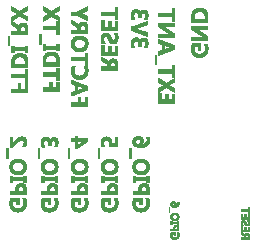
<source format=gbr>
G04 EasyPC Gerber Version 21.0.3 Build 4286 *
G04 #@! TF.Part,Single*
G04 #@! TF.FileFunction,Legend,Bot *
G04 #@! TF.FilePolarity,Positive *
%FSLAX35Y35*%
%MOIN*%
%ADD12C,0.00100*%
X0Y0D02*
D02*
D12*
X55933Y17216D02*
X55825Y17011D01*
X55732Y16796*
X55650Y16571*
X55586Y16337*
X55537Y16088*
X55498Y15834*
X55478Y15565*
X55469Y15292*
X55474Y15136*
X55483Y14984*
X55498Y14838*
X55518Y14696*
X55542Y14555*
X55571Y14423*
X55610Y14291*
X55654Y14164*
X55703Y14042*
X55757Y13920*
X55815Y13807*
X55879Y13695*
X55952Y13588*
X56030Y13485*
X56113Y13388*
X56201Y13295*
X56294Y13202*
X56392Y13119*
X56489Y13041*
X56597Y12968*
X56704Y12900*
X56821Y12841*
X56939Y12787*
X57061Y12738*
X57187Y12694*
X57315Y12655*
X57451Y12626*
X57588Y12597*
X57730Y12577*
X57876Y12563*
X58027Y12553*
X58183*
X58340*
X58491Y12563*
X58643Y12577*
X58789Y12602*
X58931Y12631*
X59067Y12665*
X59199Y12704*
X59331Y12753*
X59458Y12807*
X59585Y12865*
X59702Y12933*
X59819Y13007*
X59937Y13085*
X60044Y13168*
X60151Y13261*
X60254Y13358*
X60352Y13461*
X60439Y13569*
X60527Y13681*
X60606Y13793*
X60679Y13915*
X60742Y14037*
X60806Y14164*
X60859Y14296*
X60903Y14433*
X60947Y14574*
X60981Y14716*
X61006Y14862*
X61030Y15014*
X61045Y15170*
X61055Y15331*
X61059Y15497*
X61055Y15707*
X61045Y15917*
X61025Y16112*
X60996Y16307*
X60962Y16488*
X60918Y16669*
X60869Y16840*
X60811Y17001*
X59790*
X59883Y16840*
X59956Y16669*
X60024Y16493*
X60073Y16307*
X60117Y16107*
X60146Y15902*
X60166Y15687*
X60171Y15468*
X60161Y15272*
X60137Y15082*
X60098Y14906*
X60039Y14735*
X59961Y14579*
X59873Y14428*
X59766Y14286*
X59639Y14159*
X59502Y14037*
X59356Y13935*
X59194Y13852*
X59024Y13778*
X58843Y13725*
X58652Y13685*
X58452Y13661*
X58237Y13651*
X58022Y13661*
X57817Y13681*
X57627Y13715*
X57451Y13769*
X57280Y13832*
X57129Y13910*
X56987Y14003*
X56856Y14110*
X56738Y14228*
X56641Y14354*
X56557Y14496*
X56484Y14648*
X56431Y14809*
X56392Y14980*
X56372Y15165*
X56362Y15356*
X56367Y15473*
X56372Y15590*
X56387Y15697*
X56401Y15800*
X56426Y15898*
X56450Y15990*
X56484Y16083*
X56519Y16166*
X57715*
Y15057*
X58565*
Y17216*
X55933*
X57480Y19369D02*
X55567D01*
Y18324*
X60972*
Y20106*
X60962Y20346*
X60943Y20570*
X60913Y20780*
X60864Y20971*
X60806Y21146*
X60732Y21313*
X60644Y21459*
X60547Y21586*
X60435Y21703*
X60307Y21806*
X60171Y21889*
X60020Y21957*
X59854Y22011*
X59673Y22050*
X59482Y22074*
X59277Y22084*
X59077Y22074*
X58887Y22045*
X58711Y21996*
X58540Y21933*
X58379Y21850*
X58228Y21747*
X58091Y21625*
X57959Y21483*
X57842Y21332*
X57744Y21166*
X57656Y20995*
X57593Y20815*
X57539Y20619*
X57505Y20419*
X57485Y20209*
X57480Y19984*
Y19369*
X60137D02*
X58301D01*
Y19901*
X58306Y20033*
X58315Y20155*
X58335Y20268*
X58359Y20375*
X58394Y20473*
X58433Y20561*
X58481Y20644*
X58535Y20712*
X58599Y20775*
X58667Y20834*
X58745Y20878*
X58828Y20917*
X58921Y20946*
X59019Y20966*
X59126Y20980*
X59238Y20985*
X59346Y20980*
X59448Y20966*
X59541Y20946*
X59629Y20917*
X59712Y20883*
X59785Y20834*
X59854Y20780*
X59912Y20717*
X59966Y20648*
X60010Y20570*
X60049Y20482*
X60083Y20390*
X60107Y20282*
X60122Y20170*
X60132Y20053*
X60137Y19921*
Y19369*
X60142Y24467D02*
Y23988D01*
X56392*
Y24467*
X55567*
Y22475*
X56392*
Y22943*
X60142*
Y22475*
X60972*
Y24467*
X60142*
X58198Y24935D02*
X58354D01*
X58511Y24945*
X58657Y24960*
X58804Y24980*
X58950Y25004*
X59087Y25038*
X59219Y25072*
X59350Y25116*
X59478Y25165*
X59604Y25219*
X59722Y25282*
X59839Y25346*
X59951Y25419*
X60059Y25497*
X60166Y25580*
X60264Y25668*
X60361Y25761*
X60449Y25858*
X60537Y25956*
X60610Y26063*
X60683Y26171*
X60747Y26283*
X60806Y26400*
X60859Y26518*
X60908Y26644*
X60947Y26772*
X60981Y26903*
X61011Y27035*
X61030Y27177*
X61045Y27319*
X61055Y27465*
X61059Y27616*
X61055Y27758*
X61045Y27894*
X61030Y28031*
X61011Y28163*
X60981Y28290*
X60952Y28417*
X60913Y28539*
X60864Y28656*
X60815Y28769*
X60757Y28881*
X60693Y28988*
X60625Y29091*
X60552Y29189*
X60469Y29286*
X60381Y29379*
X60288Y29472*
X60191Y29555*
X60088Y29633*
X59985Y29711*
X59878Y29779*
X59766Y29843*
X59653Y29896*
X59531Y29950*
X59409Y29999*
X59287Y30038*
X59160Y30072*
X59028Y30106*
X58892Y30131*
X58750Y30150*
X58608Y30160*
X58467Y30170*
X58315Y30175*
X58159Y30170*
X58008Y30160*
X57856Y30146*
X57710Y30126*
X57569Y30102*
X57431Y30072*
X57295Y30033*
X57168Y29994*
X57041Y29945*
X56919Y29892*
X56797Y29833*
X56680Y29765*
X56572Y29696*
X56465Y29618*
X56357Y29535*
X56260Y29447*
X56162Y29354*
X56074Y29262*
X55991Y29159*
X55913Y29057*
X55845Y28949*
X55776Y28837*
X55718Y28725*
X55669Y28607*
X55620Y28485*
X55581Y28358*
X55547Y28231*
X55518Y28095*
X55498Y27963*
X55483Y27821*
X55474Y27675*
X55469Y27528*
X55474Y27387*
X55483Y27245*
X55498Y27108*
X55518Y26976*
X55547Y26850*
X55576Y26723*
X55615Y26600*
X55664Y26478*
X55713Y26366*
X55772Y26254*
X55835Y26142*
X55903Y26039*
X55976Y25937*
X56059Y25839*
X56143Y25741*
X56240Y25653*
X56338Y25565*
X56435Y25482*
X56543Y25409*
X56650Y25336*
X56758Y25272*
X56875Y25214*
X56992Y25160*
X57109Y25111*
X57236Y25072*
X57363Y25033*
X57495Y25004*
X57627Y24980*
X57764Y24960*
X57905Y24945*
X58052Y24935*
X58198*
X58257Y26034D02*
X58057Y26044D01*
X57866Y26059*
X57681Y26093*
X57510Y26137*
X57344Y26195*
X57187Y26264*
X57046Y26347*
X56909Y26439*
X56782Y26547*
X56680Y26664*
X56587Y26786*
X56514Y26918*
X56455Y27065*
X56416Y27216*
X56392Y27372*
X56382Y27543*
X56387Y27719*
X56411Y27885*
X56450Y28041*
X56504Y28187*
X56577Y28324*
X56665Y28451*
X56763Y28563*
X56880Y28671*
X57012Y28764*
X57153Y28847*
X57309Y28915*
X57471Y28974*
X57646Y29018*
X57837Y29047*
X58032Y29067*
X58242Y29071*
X58457Y29067*
X58662Y29047*
X58852Y29018*
X59033Y28974*
X59204Y28920*
X59360Y28852*
X59502Y28774*
X59639Y28681*
X59756Y28578*
X59863Y28466*
X59951Y28344*
X60020Y28212*
X60078Y28070*
X60117Y27919*
X60142Y27753*
X60146Y27582*
X60142Y27406*
X60117Y27240*
X60073Y27084*
X60015Y26937*
X59941Y26801*
X59849Y26674*
X59741Y26557*
X59614Y26449*
X59478Y26352*
X59331Y26269*
X59175Y26195*
X59009Y26137*
X58833Y26093*
X58652Y26063*
X58457Y26044*
X58257Y26034*
X54448Y33676D02*
Y30473D01*
X54898*
Y33676*
X54448*
X55567Y37548D02*
Y34076D01*
X56382*
X57896Y35634*
X58022Y35761*
X58144Y35878*
X58257Y35985*
X58364Y36083*
X58467Y36171*
X58565Y36244*
X58657Y36307*
X58740Y36361*
X58823Y36410*
X58906Y36449*
X58989Y36483*
X59072Y36508*
X59160Y36532*
X59243Y36547*
X59331Y36557*
X59419*
X59522*
X59609Y36542*
X59697Y36527*
X59775Y36503*
X59849Y36474*
X59917Y36435*
X59976Y36391*
X60029Y36342*
X60078Y36283*
X60117Y36220*
X60151Y36146*
X60181Y36069*
X60205Y35985*
X60220Y35893*
X60230Y35795*
X60234Y35687*
X60225Y35512*
X60195Y35341*
X60151Y35170*
X60088Y34999*
X60010Y34833*
X59912Y34667*
X59795Y34501*
X59658Y34340*
X60591*
X60703Y34511*
X60796Y34691*
X60879Y34877*
X60943Y35067*
X60991Y35268*
X61030Y35468*
X61050Y35678*
X61059Y35893*
X61055Y36083*
X61035Y36264*
X61001Y36430*
X60957Y36591*
X60903Y36742*
X60830Y36879*
X60752Y37011*
X60654Y37133*
X60552Y37240*
X60435Y37333*
X60313Y37411*
X60176Y37480*
X60034Y37528*
X59883Y37563*
X59717Y37587*
X59546Y37592*
X59429Y37587*
X59307Y37577*
X59185Y37553*
X59063Y37519*
X58941Y37480*
X58813Y37426*
X58687Y37367*
X58559Y37299*
X58433Y37221*
X58301Y37128*
X58174Y37035*
X58042Y36928*
X57910Y36811*
X57774Y36683*
X57642Y36552*
X57505Y36405*
X56445Y35253*
X56431*
Y37548*
X55567*
X57451Y12625D02*
X58902D01*
X57118Y12719D02*
X59239D01*
X56884Y12812D02*
X59470D01*
X56694Y12906D02*
X59655D01*
X56550Y13000D02*
X59808D01*
X56424Y13093D02*
X59947D01*
X56312Y13187D02*
X60066D01*
X56215Y13281D02*
X60172D01*
X56126Y13374D02*
X60269D01*
X56045Y13468D02*
X60357D01*
X55972Y13562D02*
X60434D01*
X55906Y13656D02*
X58143D01*
X58332D02*
X60507D01*
X55848Y13749D02*
X57515D01*
X58925D02*
X60575D01*
X55797Y13843D02*
X57259D01*
X59174D02*
X60635D01*
X55750Y13937D02*
X57089D01*
X59358D02*
X60690D01*
X55708Y14030D02*
X56954D01*
X59493D02*
X60739D01*
X55670Y14124D02*
X56842D01*
X59599D02*
X60785D01*
X55636Y14218D02*
X56748D01*
X59697D02*
X60828D01*
X55604Y14311D02*
X56674D01*
X59785D02*
X60864D01*
X55576Y14405D02*
X56611D01*
X59856D02*
X60894D01*
X55554Y14499D02*
X56556D01*
X59915D02*
X60924D01*
X55535Y14593D02*
X56511D01*
X59968D02*
X60952D01*
X55519Y14686D02*
X56471D01*
X60015D02*
X60974D01*
X55506Y14780D02*
X56440D01*
X60054D02*
X60992D01*
X55494Y14874D02*
X56416D01*
X60087D02*
X61008D01*
X55485Y14967D02*
X56394D01*
X60111D02*
X61023D01*
X55478Y15061D02*
X56383D01*
X57715D02*
X58565D01*
X60132D02*
X61035D01*
X55473Y15155D02*
X56373D01*
X57715D02*
X58565D01*
X60146D02*
X61043D01*
X55470Y15248D02*
X56368D01*
X57715D02*
X58565D01*
X60158D02*
X61050D01*
X55470Y15342D02*
X56363D01*
X57715D02*
X58565D01*
X60165D02*
X61055D01*
X55474Y15436D02*
X56366D01*
X57715D02*
X58565D01*
X60169D02*
X61058D01*
X55477Y15530D02*
X56370D01*
X57715D02*
X58565D01*
X60170D02*
X61059D01*
X55483Y15623D02*
X56377D01*
X57715D02*
X58565D01*
X60168D02*
X61057D01*
X55489Y15717D02*
X56389D01*
X57715D02*
X58565D01*
X60163D02*
X61054D01*
X55496Y15811D02*
X56404D01*
X57715D02*
X58565D01*
X60155D02*
X61050D01*
X55509Y15904D02*
X56427D01*
X57715D02*
X58565D01*
X60146D02*
X61046D01*
X55523Y15998D02*
X56453D01*
X57715D02*
X58565D01*
X60133D02*
X61037D01*
X55538Y16092D02*
X56488D01*
X57715D02*
X58565D01*
X60120D02*
X61027D01*
X55556Y16185D02*
X58565D01*
X60100D02*
X61014D01*
X55574Y16279D02*
X58565D01*
X60080D02*
X61000D01*
X55596Y16373D02*
X58565D01*
X60056D02*
X60984D01*
X55621Y16467D02*
X58565D01*
X60031D02*
X60966D01*
X55646Y16560D02*
X58565D01*
X59998D02*
X60944D01*
X55680Y16654D02*
X58565D01*
X59962D02*
X60922D01*
X55715Y16748D02*
X58565D01*
X59922D02*
X60896D01*
X55752Y16841D02*
X58565D01*
X59883D02*
X60869D01*
X55793Y16935D02*
X58565D01*
X59828D02*
X60835D01*
X55835Y17029D02*
X58565D01*
X55884Y17122D02*
X58565D01*
X55567Y18341D02*
X60972D01*
X55567Y18434D02*
X60972D01*
X55567Y18528D02*
X60972D01*
X55567Y18622D02*
X60972D01*
X55567Y18715D02*
X60972D01*
X55567Y18809D02*
X60972D01*
X55567Y18903D02*
X60972D01*
X55567Y18996D02*
X60972D01*
X55567Y19090D02*
X60972D01*
X55567Y19184D02*
X60972D01*
X55567Y19278D02*
X60972D01*
X57480Y19371D02*
X58301D01*
X60137D02*
X60972D01*
X57480Y19465D02*
X58301D01*
X60137D02*
X60972D01*
X57480Y19559D02*
X58301D01*
X60137D02*
X60972D01*
X57480Y19652D02*
X58301D01*
X60137D02*
X60972D01*
X57480Y19746D02*
X58301D01*
X60137D02*
X60972D01*
X57480Y19840D02*
X58301D01*
X60137D02*
X60972D01*
X57480Y19933D02*
X58302D01*
X60136D02*
X60972D01*
X57481Y20027D02*
X58305D01*
X60133D02*
X60972D01*
X57483Y20121D02*
X58313D01*
X60126D02*
X60971D01*
X57486Y20215D02*
X58326D01*
X60116D02*
X60967D01*
X57494Y20308D02*
X58344D01*
X60102D02*
X60963D01*
X57503Y20402D02*
X58369D01*
X60079D02*
X60957D01*
X57518Y20496D02*
X58404D01*
X60043D02*
X60949D01*
X57534Y20589D02*
X58450D01*
X59999D02*
X60940D01*
X57557Y20683D02*
X58513D01*
X59939D02*
X60927D01*
X57582Y20777D02*
X58601D01*
X59857D02*
X60913D01*
X57613Y20870D02*
X58732D01*
X59730D02*
X60890D01*
X57645Y20964D02*
X59007D01*
X59448D02*
X60866D01*
X57689Y21058D02*
X60835D01*
X57737Y21152D02*
X60803D01*
X57791Y21245D02*
X60762D01*
X57847Y21339D02*
X60717D01*
X57920Y21433D02*
X60660D01*
X57999Y21526D02*
X60593D01*
X58086Y21620D02*
X60514D01*
X58190Y21714D02*
X60421D01*
X58317Y21807D02*
X60304D01*
X58479Y21901D02*
X60143D01*
X58711Y21995D02*
X59902D01*
X55567Y22557D02*
X56392D01*
X60142D02*
X60972D01*
X55567Y22651D02*
X56392D01*
X60142D02*
X60972D01*
X55567Y22744D02*
X56392D01*
X60142D02*
X60972D01*
X55567Y22838D02*
X56392D01*
X60142D02*
X60972D01*
X55567Y22932D02*
X56392D01*
X60142D02*
X60972D01*
X55567Y23026D02*
X60972D01*
X55567Y23119D02*
X60972D01*
X55567Y23213D02*
X60972D01*
X55567Y23307D02*
X60972D01*
X55567Y23400D02*
X60972D01*
X55567Y23494D02*
X60972D01*
X55567Y23588D02*
X60972D01*
X55567Y23681D02*
X60972D01*
X55567Y23775D02*
X60972D01*
X55567Y23869D02*
X60972D01*
X55567Y23963D02*
X60972D01*
X55567Y24056D02*
X56392D01*
X60142D02*
X60972D01*
X55567Y24150D02*
X56392D01*
X60142D02*
X60972D01*
X55567Y24244D02*
X56392D01*
X60142D02*
X60972D01*
X55567Y24337D02*
X56392D01*
X60142D02*
X60972D01*
X55567Y24431D02*
X56392D01*
X60142D02*
X60972D01*
X57552Y24993D02*
X58886D01*
X57189Y25087D02*
X59263D01*
X56947Y25181D02*
X59515D01*
X56755Y25274D02*
X59707D01*
X56603Y25368D02*
X59873D01*
X56465Y25462D02*
X60010D01*
X56349Y25556D02*
X60134D01*
X56244Y25649D02*
X60243D01*
X56143Y25743D02*
X60343D01*
X56061Y25837D02*
X60430D01*
X55982Y25930D02*
X60514D01*
X55914Y26024D02*
X60583D01*
X55851Y26118D02*
X57584D01*
X58933D02*
X60647D01*
X55796Y26211D02*
X57307D01*
X59209D02*
X60707D01*
X55745Y26305D02*
X57117D01*
X59396D02*
X60758D01*
X55699Y26399D02*
X56969D01*
X59544D02*
X60805D01*
X55659Y26493D02*
X56846D01*
X59665D02*
X60848D01*
X55621Y26586D02*
X56748D01*
X59769D02*
X60886D01*
X55590Y26680D02*
X56668D01*
X59853D02*
X60919D01*
X55564Y26774D02*
X56596D01*
X59922D02*
X60948D01*
X55543Y26867D02*
X56542D01*
X59977D02*
X60972D01*
X55521Y26961D02*
X56496D01*
X60024D02*
X60994D01*
X55506Y27055D02*
X56459D01*
X60061D02*
X61013D01*
X55494Y27148D02*
X56433D01*
X60091D02*
X61026D01*
X55484Y27242D02*
X56412D01*
X60118D02*
X61037D01*
X55477Y27336D02*
X56397D01*
X60131D02*
X61046D01*
X55472Y27430D02*
X56389D01*
X60143D02*
X61052D01*
X55469Y27523D02*
X56383D01*
X60145D02*
X61057D01*
X55472Y27617D02*
X56384D01*
X60146D02*
X61059D01*
X55476Y27711D02*
X56386D01*
X60143D02*
X61056D01*
X55482Y27804D02*
X56399D01*
X60134D02*
X61051D01*
X55491Y27898D02*
X56414D01*
X60120D02*
X61044D01*
X55502Y27992D02*
X56438D01*
X60098D02*
X61035D01*
X55516Y28085D02*
X56467D01*
X60072D02*
X61022D01*
X55536Y28179D02*
X56501D01*
X60033D02*
X61007D01*
X55558Y28273D02*
X56550D01*
X59988D02*
X60985D01*
X55583Y28367D02*
X56606D01*
X59935D02*
X60964D01*
X55612Y28460D02*
X56673D01*
X59867D02*
X60938D01*
X55648Y28554D02*
X56754D01*
X59779D02*
X60907D01*
X55685Y28648D02*
X56855D01*
X59676D02*
X60868D01*
X55726Y28741D02*
X56980D01*
X59550D02*
X60827D01*
X55775Y28835D02*
X57133D01*
X59390D02*
X60781D01*
X55832Y28929D02*
X57347D01*
X59176D02*
X60728D01*
X55891Y29022D02*
X57677D01*
X58822D02*
X60670D01*
X55959Y29116D02*
X60606D01*
X56032Y29210D02*
X60533D01*
X56114Y29304D02*
X60452D01*
X56207Y29397D02*
X60362D01*
X56308Y29491D02*
X60265D01*
X56422Y29585D02*
X60151D01*
X56548Y29678D02*
X60028D01*
X56693Y29772D02*
X59889D01*
X56865Y29866D02*
X59718D01*
X57078Y29959D02*
X59507D01*
X57365Y30053D02*
X59231D01*
X57856Y30147D02*
X58776D01*
X54448Y30522D02*
X54898D01*
X54448Y30615D02*
X54898D01*
X54448Y30709D02*
X54898D01*
X54448Y30803D02*
X54898D01*
X54448Y30896D02*
X54898D01*
X54448Y30990D02*
X54898D01*
X54448Y31084D02*
X54898D01*
X54448Y31178D02*
X54898D01*
X54448Y31271D02*
X54898D01*
X54448Y31365D02*
X54898D01*
X54448Y31459D02*
X54898D01*
X54448Y31552D02*
X54898D01*
X54448Y31646D02*
X54898D01*
X54448Y31740D02*
X54898D01*
X54448Y31833D02*
X54898D01*
X54448Y31927D02*
X54898D01*
X54448Y32021D02*
X54898D01*
X54448Y32115D02*
X54898D01*
X54448Y32208D02*
X54898D01*
X54448Y32302D02*
X54898D01*
X54448Y32396D02*
X54898D01*
X54448Y32489D02*
X54898D01*
X54448Y32583D02*
X54898D01*
X54448Y32677D02*
X54898D01*
X54448Y32770D02*
X54898D01*
X54448Y32864D02*
X54898D01*
X54448Y32958D02*
X54898D01*
X54448Y33052D02*
X54898D01*
X54448Y33145D02*
X54898D01*
X54448Y33239D02*
X54898D01*
X54448Y33333D02*
X54898D01*
X54448Y33426D02*
X54898D01*
X54448Y33520D02*
X54898D01*
X54448Y33614D02*
X54898D01*
X55567Y34082D02*
X56388D01*
X55567Y34176D02*
X56479D01*
X55567Y34270D02*
X56570D01*
X55567Y34363D02*
X56661D01*
X59678D02*
X60606D01*
X55567Y34457D02*
X56752D01*
X59758D02*
X60668D01*
X55567Y34551D02*
X56843D01*
X59830D02*
X60724D01*
X55567Y34644D02*
X56934D01*
X59896D02*
X60772D01*
X55567Y34738D02*
X57025D01*
X59954D02*
X60817D01*
X55567Y34832D02*
X57117D01*
X60010D02*
X60859D01*
X55567Y34926D02*
X57207D01*
X60053D02*
X60895D01*
X55567Y35019D02*
X57298D01*
X60095D02*
X60926D01*
X55567Y35113D02*
X57389D01*
X60130D02*
X60954D01*
X55567Y35207D02*
X57481D01*
X60161D02*
X60976D01*
X55567Y35300D02*
X56431D01*
X56489D02*
X57572D01*
X60185D02*
X60998D01*
X55567Y35394D02*
X56431D01*
X56575D02*
X57663D01*
X60204D02*
X61016D01*
X55567Y35488D02*
X56431D01*
X56661D02*
X57754D01*
X60220D02*
X61032D01*
X55567Y35581D02*
X56431D01*
X56748D02*
X57845D01*
X60229D02*
X61041D01*
X55567Y35675D02*
X56431D01*
X56833D02*
X57937D01*
X60233D02*
X61050D01*
X55567Y35769D02*
X56431D01*
X56920D02*
X58031D01*
X60231D02*
X61054D01*
X55567Y35863D02*
X56431D01*
X57006D02*
X58128D01*
X60223D02*
X61058D01*
X55567Y35956D02*
X56431D01*
X57092D02*
X58226D01*
X60210D02*
X61058D01*
X55567Y36050D02*
X56431D01*
X57178D02*
X58328D01*
X60186D02*
X61056D01*
X55567Y36144D02*
X56431D01*
X57265D02*
X58435D01*
X60152D02*
X61048D01*
X55567Y36237D02*
X56431D01*
X57350D02*
X58556D01*
X60106D02*
X61038D01*
X55567Y36331D02*
X56431D01*
X57437D02*
X58693D01*
X60038D02*
X61021D01*
X55567Y36425D02*
X56431D01*
X57523D02*
X58854D01*
X59930D02*
X61002D01*
X55567Y36519D02*
X56431D01*
X57611D02*
X59111D01*
X59725D02*
X60977D01*
X55567Y36612D02*
X56431D01*
X57702D02*
X60950D01*
X55567Y36706D02*
X56431D01*
X57798D02*
X60916D01*
X55567Y36800D02*
X56431D01*
X57898D02*
X60872D01*
X55567Y36893D02*
X56431D01*
X58004D02*
X60821D01*
X55567Y36987D02*
X56431D01*
X58115D02*
X60766D01*
X55567Y37081D02*
X56431D01*
X58236D02*
X60696D01*
X55567Y37174D02*
X56431D01*
X58367D02*
X60615D01*
X55567Y37268D02*
X56431D01*
X58509D02*
X60517D01*
X55567Y37362D02*
X56431D01*
X58676D02*
X60390D01*
X55567Y37456D02*
X56431D01*
X58884D02*
X60224D01*
X59172Y37549D02*
X59942D01*
X60602Y55402D02*
Y53439D01*
X59113*
Y55251*
X58254*
Y53439*
X56067*
Y52394*
X61472*
Y55402*
X60602*
Y59958D02*
Y58410D01*
X56067*
Y57360*
X60602*
Y55822*
X61472*
Y59958*
X60602*
X56067Y60720D02*
X61472D01*
Y62512*
X61467Y62687*
X61462Y62858*
X61447Y63024*
X61428Y63181*
X61408Y63337*
X61379Y63483*
X61345Y63630*
X61306Y63767*
X61262Y63898*
X61213Y64025*
X61159Y64143*
X61100Y64260*
X61037Y64367*
X60964Y64475*
X60891Y64572*
X60813Y64665*
X60725Y64748*
X60637Y64831*
X60539Y64909*
X60441Y64978*
X60334Y65041*
X60226Y65100*
X60109Y65153*
X59987Y65202*
X59860Y65241*
X59728Y65280*
X59592Y65309*
X59450Y65334*
X59304Y65354*
X59152Y65368*
X58996Y65378*
X58835Y65383*
X58679Y65378*
X58527Y65368*
X58381Y65354*
X58239Y65329*
X58098Y65300*
X57961Y65266*
X57829Y65226*
X57702Y65178*
X57580Y65124*
X57458Y65065*
X57346Y64997*
X57233Y64924*
X57126Y64846*
X57019Y64763*
X56921Y64670*
X56823Y64572*
X56730Y64470*
X56648Y64362*
X56565Y64250*
X56491Y64138*
X56423Y64020*
X56359Y63898*
X56306Y63776*
X56257Y63644*
X56213Y63513*
X56174Y63376*
X56140Y63239*
X56115Y63098*
X56091Y62951*
X56076Y62800*
X56071Y62644*
X56067Y62487*
Y60720*
X60602Y61765D02*
X56931D01*
Y62424*
X56941Y62639*
X56965Y62839*
X57004Y63024*
X57057Y63200*
X57131Y63366*
X57219Y63518*
X57321Y63659*
X57439Y63786*
X57570Y63903*
X57712Y64001*
X57868Y64089*
X58034Y64157*
X58215Y64211*
X58405Y64250*
X58606Y64270*
X58820Y64279*
X59030Y64270*
X59226Y64250*
X59411Y64211*
X59582Y64157*
X59738Y64089*
X59885Y64001*
X60022Y63903*
X60144Y63786*
X60251Y63659*
X60344Y63518*
X60422Y63366*
X60485Y63205*
X60534Y63029*
X60573Y62839*
X60593Y62644*
X60602Y62433*
Y61765*
X60642Y67844D02*
Y67365D01*
X56892*
Y67844*
X56067*
Y65852*
X56892*
Y66320*
X60642*
Y65852*
X61472*
Y67844*
X60642*
X54948Y71213D02*
Y68010D01*
X55398*
Y71213*
X54948*
X56067Y76193D02*
Y74982D01*
X57492Y74123*
X57600Y74059*
X57693Y74001*
X57775Y73937*
X57854Y73884*
X57917Y73830*
X57976Y73776*
X58024Y73728*
X58063Y73679*
X58122Y73586*
X58166Y73488*
X58191Y73391*
X58200Y73283*
Y72902*
X56067*
Y71857*
X61472*
Y73693*
X61467Y73918*
X61447Y74128*
X61418Y74328*
X61379Y74509*
X61330Y74680*
X61267Y74831*
X61193Y74973*
X61106Y75095*
X61008Y75207*
X60900Y75300*
X60778Y75383*
X60646Y75446*
X60505Y75500*
X60354Y75534*
X60187Y75559*
X60012Y75563*
X59880Y75559*
X59748Y75544*
X59626Y75520*
X59509Y75485*
X59396Y75441*
X59284Y75388*
X59181Y75324*
X59079Y75251*
X58981Y75168*
X58894Y75075*
X58815Y74978*
X58742Y74870*
X58674Y74753*
X58615Y74631*
X58561Y74499*
X58518Y74357*
X58503*
X58464Y74450*
X58405Y74548*
X58327Y74646*
X58234Y74748*
X58122Y74850*
X57990Y74953*
X57839Y75065*
X57673Y75173*
X56067Y76193*
X60656Y72902D02*
X59020D01*
Y73527*
Y73630*
X59035Y73728*
X59055Y73820*
X59079Y73908*
X59113Y73991*
X59157Y74069*
X59206Y74143*
X59265Y74206*
X59328Y74265*
X59396Y74319*
X59470Y74362*
X59543Y74396*
X59626Y74426*
X59709Y74445*
X59792Y74460*
X59885*
X59978*
X60065Y74450*
X60148Y74431*
X60222Y74406*
X60290Y74372*
X60354Y74333*
X60412Y74284*
X60461Y74230*
X60510Y74172*
X60549Y74104*
X60578Y74030*
X60607Y73947*
X60627Y73854*
X60642Y73762*
X60651Y73654*
X60656Y73542*
Y72902*
X56067Y80983D02*
Y79738D01*
X57917Y78713*
X57971Y78689*
X58049Y78664*
X58142Y78635*
X58249Y78606*
Y78591*
X58069Y78527*
X57907Y78464*
X56067Y77424*
Y76169*
X58767Y77917*
X61472Y76320*
Y77595*
X59768Y78464*
X59675Y78508*
X59567Y78552*
X59455Y78596*
X59333Y78635*
Y78650*
X59421Y78679*
X59524Y78723*
X59646Y78772*
X59787Y78830*
X61472Y79777*
Y80949*
X58791Y79304*
X56067Y80983*
Y52406D02*
X61472D01*
X56067Y52500D02*
X61472D01*
X56067Y52593D02*
X61472D01*
X56067Y52687D02*
X61472D01*
X56067Y52781D02*
X61472D01*
X56067Y52874D02*
X61472D01*
X56067Y52968D02*
X61472D01*
X56067Y53062D02*
X61472D01*
X56067Y53156D02*
X61472D01*
X56067Y53249D02*
X61472D01*
X56067Y53343D02*
X61472D01*
X56067Y53437D02*
X61472D01*
X58254Y53530D02*
X59113D01*
X60602D02*
X61472D01*
X58254Y53624D02*
X59113D01*
X60602D02*
X61472D01*
X58254Y53718D02*
X59113D01*
X60602D02*
X61472D01*
X58254Y53811D02*
X59113D01*
X60602D02*
X61472D01*
X58254Y53905D02*
X59113D01*
X60602D02*
X61472D01*
X58254Y53999D02*
X59113D01*
X60602D02*
X61472D01*
X58254Y54093D02*
X59113D01*
X60602D02*
X61472D01*
X58254Y54186D02*
X59113D01*
X60602D02*
X61472D01*
X58254Y54280D02*
X59113D01*
X60602D02*
X61472D01*
X58254Y54374D02*
X59113D01*
X60602D02*
X61472D01*
X58254Y54467D02*
X59113D01*
X60602D02*
X61472D01*
X58254Y54561D02*
X59113D01*
X60602D02*
X61472D01*
X58254Y54655D02*
X59113D01*
X60602D02*
X61472D01*
X58254Y54748D02*
X59113D01*
X60602D02*
X61472D01*
X58254Y54842D02*
X59113D01*
X60602D02*
X61472D01*
X58254Y54936D02*
X59113D01*
X60602D02*
X61472D01*
X58254Y55030D02*
X59113D01*
X60602D02*
X61472D01*
X58254Y55123D02*
X59113D01*
X60602D02*
X61472D01*
X58254Y55217D02*
X59113D01*
X60602D02*
X61472D01*
X60602Y55311D02*
X61472D01*
X60602Y55873D02*
X61472D01*
X60602Y55967D02*
X61472D01*
X60602Y56060D02*
X61472D01*
X60602Y56154D02*
X61472D01*
X60602Y56248D02*
X61472D01*
X60602Y56341D02*
X61472D01*
X60602Y56435D02*
X61472D01*
X60602Y56529D02*
X61472D01*
X60602Y56622D02*
X61472D01*
X60602Y56716D02*
X61472D01*
X60602Y56810D02*
X61472D01*
X60602Y56904D02*
X61472D01*
X60602Y56997D02*
X61472D01*
X60602Y57091D02*
X61472D01*
X60602Y57185D02*
X61472D01*
X60602Y57278D02*
X61472D01*
X56067Y57372D02*
X61472D01*
X56067Y57466D02*
X61472D01*
X56067Y57559D02*
X61472D01*
X56067Y57653D02*
X61472D01*
X56067Y57747D02*
X61472D01*
X56067Y57841D02*
X61472D01*
X56067Y57934D02*
X61472D01*
X56067Y58028D02*
X61472D01*
X56067Y58122D02*
X61472D01*
X56067Y58215D02*
X61472D01*
X56067Y58309D02*
X61472D01*
X56067Y58403D02*
X61472D01*
X60602Y58496D02*
X61472D01*
X60602Y58590D02*
X61472D01*
X60602Y58684D02*
X61472D01*
X60602Y58778D02*
X61472D01*
X60602Y58871D02*
X61472D01*
X60602Y58965D02*
X61472D01*
X60602Y59059D02*
X61472D01*
X60602Y59152D02*
X61472D01*
X60602Y59246D02*
X61472D01*
X60602Y59340D02*
X61472D01*
X60602Y59433D02*
X61472D01*
X60602Y59527D02*
X61472D01*
X60602Y59621D02*
X61472D01*
X60602Y59715D02*
X61472D01*
X60602Y59808D02*
X61472D01*
X60602Y59902D02*
X61472D01*
X56067Y60745D02*
X61472D01*
X56067Y60839D02*
X61472D01*
X56067Y60933D02*
X61472D01*
X56067Y61026D02*
X61472D01*
X56067Y61120D02*
X61472D01*
X56067Y61214D02*
X61472D01*
X56067Y61307D02*
X61472D01*
X56067Y61401D02*
X61472D01*
X56067Y61495D02*
X61472D01*
X56067Y61589D02*
X61472D01*
X56067Y61682D02*
X61472D01*
X56067Y61776D02*
X56931D01*
X60602D02*
X61472D01*
X56067Y61870D02*
X56931D01*
X60602D02*
X61472D01*
X56067Y61963D02*
X56931D01*
X60602D02*
X61472D01*
X56067Y62057D02*
X56931D01*
X60602D02*
X61472D01*
X56067Y62151D02*
X56931D01*
X60602D02*
X61472D01*
X56067Y62244D02*
X56931D01*
X60602D02*
X61472D01*
X56067Y62338D02*
X56931D01*
X60602D02*
X61472D01*
X56067Y62432D02*
X56931D01*
X60602D02*
X61472D01*
X56068Y62526D02*
X56935D01*
X60598D02*
X61471D01*
X56070Y62619D02*
X56940D01*
X60594D02*
X61469D01*
X56073Y62713D02*
X56950D01*
X60586D02*
X61466D01*
X56077Y62807D02*
X56961D01*
X60576D02*
X61463D01*
X56086Y62900D02*
X56978D01*
X60561D02*
X61458D01*
X56098Y62994D02*
X56998D01*
X60541D02*
X61450D01*
X56114Y63088D02*
X57023D01*
X60518D02*
X61439D01*
X56130Y63181D02*
X57052D01*
X60492D02*
X61428D01*
X56149Y63275D02*
X57091D01*
X60458D02*
X61416D01*
X56172Y63369D02*
X57132D01*
X60420D02*
X61402D01*
X56199Y63463D02*
X57187D01*
X60372D02*
X61383D01*
X56228Y63556D02*
X57247D01*
X60319D02*
X61362D01*
X56259Y63650D02*
X57315D01*
X60257D02*
X61339D01*
X56293Y63744D02*
X57399D01*
X60180D02*
X61312D01*
X56332Y63837D02*
X57496D01*
X60090D02*
X61282D01*
X56376Y63931D02*
X57611D01*
X59982D02*
X61249D01*
X56425Y64025D02*
X57754D01*
X59845D02*
X61213D01*
X56480Y64119D02*
X57940D01*
X59670D02*
X61170D01*
X56540Y64212D02*
X58221D01*
X59411D02*
X61124D01*
X56606Y64306D02*
X61073D01*
X56676Y64400D02*
X61015D01*
X56752Y64493D02*
X60950D01*
X56838Y64587D02*
X60878D01*
X56932Y64681D02*
X60796D01*
X57034Y64774D02*
X60697D01*
X57157Y64868D02*
X60590D01*
X57291Y64962D02*
X60464D01*
X57442Y65056D02*
X60307D01*
X57637Y65149D02*
X60118D01*
X57885Y65243D02*
X59855D01*
X58283Y65337D02*
X59430D01*
X56067Y65899D02*
X56892D01*
X60642D02*
X61472D01*
X56067Y65993D02*
X56892D01*
X60642D02*
X61472D01*
X56067Y66086D02*
X56892D01*
X60642D02*
X61472D01*
X56067Y66180D02*
X56892D01*
X60642D02*
X61472D01*
X56067Y66274D02*
X56892D01*
X60642D02*
X61472D01*
X56067Y66367D02*
X61472D01*
X56067Y66461D02*
X61472D01*
X56067Y66555D02*
X61472D01*
X56067Y66648D02*
X61472D01*
X56067Y66742D02*
X61472D01*
X56067Y66836D02*
X61472D01*
X56067Y66930D02*
X61472D01*
X56067Y67023D02*
X61472D01*
X56067Y67117D02*
X61472D01*
X56067Y67211D02*
X61472D01*
X56067Y67304D02*
X61472D01*
X56067Y67398D02*
X56892D01*
X60642D02*
X61472D01*
X56067Y67492D02*
X56892D01*
X60642D02*
X61472D01*
X56067Y67585D02*
X56892D01*
X60642D02*
X61472D01*
X56067Y67679D02*
X56892D01*
X60642D02*
X61472D01*
X56067Y67773D02*
X56892D01*
X60642D02*
X61472D01*
X54948Y68054D02*
X55398D01*
X54948Y68148D02*
X55398D01*
X54948Y68241D02*
X55398D01*
X54948Y68335D02*
X55398D01*
X54948Y68429D02*
X55398D01*
X54948Y68522D02*
X55398D01*
X54948Y68616D02*
X55398D01*
X54948Y68710D02*
X55398D01*
X54948Y68804D02*
X55398D01*
X54948Y68897D02*
X55398D01*
X54948Y68991D02*
X55398D01*
X54948Y69085D02*
X55398D01*
X54948Y69178D02*
X55398D01*
X54948Y69272D02*
X55398D01*
X54948Y69366D02*
X55398D01*
X54948Y69459D02*
X55398D01*
X54948Y69553D02*
X55398D01*
X54948Y69647D02*
X55398D01*
X54948Y69741D02*
X55398D01*
X54948Y69834D02*
X55398D01*
X54948Y69928D02*
X55398D01*
X54948Y70022D02*
X55398D01*
X54948Y70115D02*
X55398D01*
X54948Y70209D02*
X55398D01*
X54948Y70303D02*
X55398D01*
X54948Y70396D02*
X55398D01*
X54948Y70490D02*
X55398D01*
X54948Y70584D02*
X55398D01*
X54948Y70678D02*
X55398D01*
X54948Y70771D02*
X55398D01*
X54948Y70865D02*
X55398D01*
X54948Y70959D02*
X55398D01*
X54948Y71052D02*
X55398D01*
X54948Y71146D02*
X55398D01*
X56067Y71896D02*
X61472D01*
X56067Y71989D02*
X61472D01*
X56067Y72083D02*
X61472D01*
X56067Y72177D02*
X61472D01*
X56067Y72270D02*
X61472D01*
X56067Y72364D02*
X61472D01*
X56067Y72458D02*
X61472D01*
X56067Y72552D02*
X61472D01*
X56067Y72645D02*
X61472D01*
X56067Y72739D02*
X61472D01*
X56067Y72833D02*
X61472D01*
X58200Y72926D02*
X59020D01*
X60656D02*
X61472D01*
X58200Y73020D02*
X59020D01*
X60656D02*
X61472D01*
X58200Y73114D02*
X59020D01*
X60656D02*
X61472D01*
X58200Y73207D02*
X59020D01*
X60656D02*
X61472D01*
X58198Y73301D02*
X59020D01*
X60656D02*
X61472D01*
X58189Y73395D02*
X59020D01*
X60656D02*
X61472D01*
X58166Y73489D02*
X59020D01*
X60656D02*
X61472D01*
X58124Y73582D02*
X59020D01*
X60654D02*
X61472D01*
X58065Y73676D02*
X59027D01*
X60649D02*
X61472D01*
X57982Y73770D02*
X59044D01*
X60641D02*
X61470D01*
X57878Y73863D02*
X59067D01*
X60625D02*
X61468D01*
X57750Y73957D02*
X59099D01*
X60604D02*
X61463D01*
X57613Y74051D02*
X59147D01*
X60570D02*
X61454D01*
X57457Y74144D02*
X59208D01*
X60526D02*
X61445D01*
X57301Y74238D02*
X59300D01*
X60454D02*
X61431D01*
X57146Y74332D02*
X59419D01*
X60354D02*
X61417D01*
X56991Y74426D02*
X58474D01*
X58539D02*
X59626D01*
X60164D02*
X61397D01*
X56835Y74519D02*
X58422D01*
X58570D02*
X61376D01*
X56680Y74613D02*
X58353D01*
X58608D02*
X61349D01*
X56524Y74707D02*
X58272D01*
X58652D02*
X61319D01*
X56369Y74800D02*
X58177D01*
X58702D02*
X61280D01*
X56213Y74894D02*
X58066D01*
X58759D02*
X61234D01*
X56067Y74988D02*
X57943D01*
X58824D02*
X61183D01*
X56067Y75081D02*
X57814D01*
X58900D02*
X61115D01*
X56067Y75175D02*
X57669D01*
X58990D02*
X61035D01*
X56067Y75269D02*
X57522D01*
X59104D02*
X60936D01*
X56067Y75363D02*
X57374D01*
X59243D02*
X60808D01*
X56067Y75456D02*
X57227D01*
X59435D02*
X60620D01*
X56067Y75550D02*
X57079D01*
X59802D02*
X60246D01*
X56067Y75644D02*
X56931D01*
X56067Y75737D02*
X56784D01*
X56067Y75831D02*
X56637D01*
X56067Y75925D02*
X56489D01*
X56067Y76019D02*
X56342D01*
X56067Y76112D02*
X56194D01*
X56067Y76206D02*
X56124D01*
X56067Y76300D02*
X56269D01*
X56067Y76393D02*
X56413D01*
X61348D02*
X61472D01*
X56067Y76487D02*
X56558D01*
X61189D02*
X61472D01*
X56067Y76581D02*
X56703D01*
X61031D02*
X61472D01*
X56067Y76674D02*
X56847D01*
X60872D02*
X61472D01*
X56067Y76768D02*
X56992D01*
X60713D02*
X61472D01*
X56067Y76862D02*
X57137D01*
X60554D02*
X61472D01*
X56067Y76956D02*
X57281D01*
X60396D02*
X61472D01*
X56067Y77049D02*
X57426D01*
X60237D02*
X61472D01*
X56067Y77143D02*
X57571D01*
X60078D02*
X61472D01*
X56067Y77237D02*
X57716D01*
X59919D02*
X61472D01*
X56067Y77330D02*
X57861D01*
X59761D02*
X61472D01*
X56067Y77424D02*
X58005D01*
X59602D02*
X61472D01*
X56232Y77518D02*
X58150D01*
X59443D02*
X61472D01*
X56398Y77611D02*
X58294D01*
X59284D02*
X61439D01*
X56564Y77705D02*
X58439D01*
X59126D02*
X61256D01*
X56730Y77799D02*
X58584D01*
X58967D02*
X61072D01*
X56896Y77893D02*
X58729D01*
X58808D02*
X60888D01*
X57062Y77986D02*
X60704D01*
X57228Y78080D02*
X60520D01*
X57393Y78174D02*
X60337D01*
X57559Y78267D02*
X60153D01*
X57725Y78361D02*
X59969D01*
X57891Y78455D02*
X59785D01*
X58129Y78548D02*
X59575D01*
X58118Y78642D02*
X59333D01*
X57876Y78736D02*
X59556D01*
X57707Y78830D02*
X59786D01*
X57537Y78923D02*
X59953D01*
X57369Y79017D02*
X60120D01*
X57199Y79111D02*
X60286D01*
X57030Y79204D02*
X60453D01*
X56861Y79298D02*
X60620D01*
X56692Y79392D02*
X58648D01*
X58935D02*
X60786D01*
X56523Y79485D02*
X58496D01*
X59087D02*
X60953D01*
X56354Y79579D02*
X58344D01*
X59240D02*
X61119D01*
X56185Y79673D02*
X58192D01*
X59393D02*
X61286D01*
X56067Y79767D02*
X58040D01*
X59545D02*
X61453D01*
X56067Y79860D02*
X57888D01*
X59698D02*
X61472D01*
X56067Y79954D02*
X57736D01*
X59850D02*
X61472D01*
X56067Y80048D02*
X57584D01*
X60003D02*
X61472D01*
X56067Y80141D02*
X57432D01*
X60156D02*
X61472D01*
X56067Y80235D02*
X57280D01*
X60308D02*
X61472D01*
X56067Y80329D02*
X57128D01*
X60461D02*
X61472D01*
X56067Y80422D02*
X56976D01*
X60613D02*
X61472D01*
X56067Y80516D02*
X56824D01*
X60766D02*
X61472D01*
X56067Y80610D02*
X56672D01*
X60919D02*
X61472D01*
X56067Y80704D02*
X56520D01*
X61072D02*
X61472D01*
X56067Y80797D02*
X56369D01*
X61224D02*
X61472D01*
X56067Y80891D02*
X56217D01*
X61377D02*
X61472D01*
X66433Y17216D02*
X66325Y17011D01*
X66232Y16796*
X66150Y16571*
X66086Y16337*
X66037Y16088*
X65998Y15834*
X65978Y15565*
X65969Y15292*
X65974Y15136*
X65983Y14984*
X65998Y14838*
X66018Y14696*
X66042Y14555*
X66071Y14423*
X66110Y14291*
X66154Y14164*
X66203Y14042*
X66257Y13920*
X66315Y13807*
X66379Y13695*
X66452Y13588*
X66530Y13485*
X66613Y13388*
X66701Y13295*
X66794Y13202*
X66892Y13119*
X66989Y13041*
X67097Y12968*
X67204Y12900*
X67321Y12841*
X67439Y12787*
X67561Y12738*
X67687Y12694*
X67815Y12655*
X67951Y12626*
X68088Y12597*
X68230Y12577*
X68376Y12563*
X68527Y12553*
X68683*
X68840*
X68991Y12563*
X69143Y12577*
X69289Y12602*
X69431Y12631*
X69567Y12665*
X69699Y12704*
X69831Y12753*
X69958Y12807*
X70085Y12865*
X70202Y12933*
X70319Y13007*
X70437Y13085*
X70544Y13168*
X70651Y13261*
X70754Y13358*
X70852Y13461*
X70939Y13569*
X71027Y13681*
X71106Y13793*
X71179Y13915*
X71242Y14037*
X71306Y14164*
X71359Y14296*
X71403Y14433*
X71447Y14574*
X71481Y14716*
X71506Y14862*
X71530Y15014*
X71545Y15170*
X71555Y15331*
X71559Y15497*
X71555Y15707*
X71545Y15917*
X71525Y16112*
X71496Y16307*
X71462Y16488*
X71418Y16669*
X71369Y16840*
X71311Y17001*
X70290*
X70383Y16840*
X70456Y16669*
X70524Y16493*
X70573Y16307*
X70617Y16107*
X70646Y15902*
X70666Y15687*
X70671Y15468*
X70661Y15272*
X70637Y15082*
X70598Y14906*
X70539Y14735*
X70461Y14579*
X70373Y14428*
X70266Y14286*
X70139Y14159*
X70002Y14037*
X69856Y13935*
X69694Y13852*
X69524Y13778*
X69343Y13725*
X69152Y13685*
X68952Y13661*
X68737Y13651*
X68522Y13661*
X68317Y13681*
X68127Y13715*
X67951Y13769*
X67780Y13832*
X67629Y13910*
X67487Y14003*
X67356Y14110*
X67238Y14228*
X67141Y14354*
X67057Y14496*
X66984Y14648*
X66931Y14809*
X66892Y14980*
X66872Y15165*
X66862Y15356*
X66867Y15473*
X66872Y15590*
X66887Y15697*
X66901Y15800*
X66926Y15898*
X66950Y15990*
X66984Y16083*
X67019Y16166*
X68215*
Y15057*
X69065*
Y17216*
X66433*
X67980Y19369D02*
X66067D01*
Y18324*
X71472*
Y20106*
X71462Y20346*
X71443Y20570*
X71413Y20780*
X71364Y20971*
X71306Y21146*
X71232Y21313*
X71144Y21459*
X71047Y21586*
X70935Y21703*
X70807Y21806*
X70671Y21889*
X70520Y21957*
X70354Y22011*
X70173Y22050*
X69982Y22074*
X69777Y22084*
X69577Y22074*
X69387Y22045*
X69211Y21996*
X69040Y21933*
X68879Y21850*
X68728Y21747*
X68591Y21625*
X68459Y21483*
X68342Y21332*
X68244Y21166*
X68156Y20995*
X68093Y20815*
X68039Y20619*
X68005Y20419*
X67985Y20209*
X67980Y19984*
Y19369*
X70637D02*
X68801D01*
Y19901*
X68806Y20033*
X68815Y20155*
X68835Y20268*
X68859Y20375*
X68894Y20473*
X68933Y20561*
X68981Y20644*
X69035Y20712*
X69099Y20775*
X69167Y20834*
X69245Y20878*
X69328Y20917*
X69421Y20946*
X69519Y20966*
X69626Y20980*
X69738Y20985*
X69846Y20980*
X69948Y20966*
X70041Y20946*
X70129Y20917*
X70212Y20883*
X70285Y20834*
X70354Y20780*
X70412Y20717*
X70466Y20648*
X70510Y20570*
X70549Y20482*
X70583Y20390*
X70607Y20282*
X70622Y20170*
X70632Y20053*
X70637Y19921*
Y19369*
X70642Y24467D02*
Y23988D01*
X66892*
Y24467*
X66067*
Y22475*
X66892*
Y22943*
X70642*
Y22475*
X71472*
Y24467*
X70642*
X68698Y24935D02*
X68854D01*
X69011Y24945*
X69157Y24960*
X69304Y24980*
X69450Y25004*
X69587Y25038*
X69719Y25072*
X69850Y25116*
X69978Y25165*
X70104Y25219*
X70222Y25282*
X70339Y25346*
X70451Y25419*
X70559Y25497*
X70666Y25580*
X70764Y25668*
X70861Y25761*
X70949Y25858*
X71037Y25956*
X71110Y26063*
X71183Y26171*
X71247Y26283*
X71306Y26400*
X71359Y26518*
X71408Y26644*
X71447Y26772*
X71481Y26903*
X71511Y27035*
X71530Y27177*
X71545Y27319*
X71555Y27465*
X71559Y27616*
X71555Y27758*
X71545Y27894*
X71530Y28031*
X71511Y28163*
X71481Y28290*
X71452Y28417*
X71413Y28539*
X71364Y28656*
X71315Y28769*
X71257Y28881*
X71193Y28988*
X71125Y29091*
X71052Y29189*
X70969Y29286*
X70881Y29379*
X70788Y29472*
X70691Y29555*
X70588Y29633*
X70485Y29711*
X70378Y29779*
X70266Y29843*
X70153Y29896*
X70031Y29950*
X69909Y29999*
X69787Y30038*
X69660Y30072*
X69528Y30106*
X69392Y30131*
X69250Y30150*
X69108Y30160*
X68967Y30170*
X68815Y30175*
X68659Y30170*
X68508Y30160*
X68356Y30146*
X68210Y30126*
X68069Y30102*
X67931Y30072*
X67795Y30033*
X67668Y29994*
X67541Y29945*
X67419Y29892*
X67297Y29833*
X67180Y29765*
X67072Y29696*
X66965Y29618*
X66857Y29535*
X66760Y29447*
X66662Y29354*
X66574Y29262*
X66491Y29159*
X66413Y29057*
X66345Y28949*
X66276Y28837*
X66218Y28725*
X66169Y28607*
X66120Y28485*
X66081Y28358*
X66047Y28231*
X66018Y28095*
X65998Y27963*
X65983Y27821*
X65974Y27675*
X65969Y27528*
X65974Y27387*
X65983Y27245*
X65998Y27108*
X66018Y26976*
X66047Y26850*
X66076Y26723*
X66115Y26600*
X66164Y26478*
X66213Y26366*
X66272Y26254*
X66335Y26142*
X66403Y26039*
X66476Y25937*
X66559Y25839*
X66643Y25741*
X66740Y25653*
X66838Y25565*
X66935Y25482*
X67043Y25409*
X67150Y25336*
X67258Y25272*
X67375Y25214*
X67492Y25160*
X67609Y25111*
X67736Y25072*
X67863Y25033*
X67995Y25004*
X68127Y24980*
X68264Y24960*
X68405Y24945*
X68552Y24935*
X68698*
X68757Y26034D02*
X68557Y26044D01*
X68366Y26059*
X68181Y26093*
X68010Y26137*
X67844Y26195*
X67687Y26264*
X67546Y26347*
X67409Y26439*
X67282Y26547*
X67180Y26664*
X67087Y26786*
X67014Y26918*
X66955Y27065*
X66916Y27216*
X66892Y27372*
X66882Y27543*
X66887Y27719*
X66911Y27885*
X66950Y28041*
X67004Y28187*
X67077Y28324*
X67165Y28451*
X67263Y28563*
X67380Y28671*
X67512Y28764*
X67653Y28847*
X67809Y28915*
X67971Y28974*
X68146Y29018*
X68337Y29047*
X68532Y29067*
X68742Y29071*
X68957Y29067*
X69162Y29047*
X69352Y29018*
X69533Y28974*
X69704Y28920*
X69860Y28852*
X70002Y28774*
X70139Y28681*
X70256Y28578*
X70363Y28466*
X70451Y28344*
X70520Y28212*
X70578Y28070*
X70617Y27919*
X70642Y27753*
X70646Y27582*
X70642Y27406*
X70617Y27240*
X70573Y27084*
X70515Y26937*
X70441Y26801*
X70349Y26674*
X70241Y26557*
X70114Y26449*
X69978Y26352*
X69831Y26269*
X69675Y26195*
X69509Y26137*
X69333Y26093*
X69152Y26063*
X68957Y26044*
X68757Y26034*
X64948Y33676D02*
Y30473D01*
X65398*
Y33676*
X64948*
X67180Y34213D02*
X67082Y34350D01*
X66999Y34496*
X66931Y34648*
X66872Y34804*
X66828Y34960*
X66799Y35126*
X66779Y35297*
X66770Y35473*
X66774Y35590*
X66784Y35697*
X66799Y35800*
X66823Y35898*
X66852Y35990*
X66892Y36078*
X66935Y36156*
X66984Y36230*
X67043Y36298*
X67106Y36356*
X67175Y36405*
X67248Y36444*
X67326Y36478*
X67414Y36498*
X67502Y36513*
X67600Y36518*
X67702Y36513*
X67800Y36498*
X67888Y36474*
X67971Y36439*
X68044Y36396*
X68112Y36337*
X68176Y36274*
X68230Y36200*
X68278Y36117*
X68322Y36020*
X68361Y35917*
X68391Y35805*
X68410Y35678*
X68430Y35546*
X68439Y35400*
Y35248*
Y34770*
X69240*
Y35214*
X69245Y35350*
X69255Y35482*
X69270Y35600*
X69289Y35712*
X69319Y35815*
X69352Y35907*
X69392Y35990*
X69441Y36069*
X69489Y36137*
X69548Y36191*
X69611Y36239*
X69685Y36283*
X69763Y36313*
X69846Y36337*
X69933Y36347*
X70026Y36352*
X70114Y36347*
X70202Y36337*
X70275Y36322*
X70349Y36298*
X70417Y36269*
X70476Y36230*
X70529Y36185*
X70578Y36132*
X70622Y36078*
X70661Y36010*
X70691Y35941*
X70715Y35863*
X70734Y35775*
X70749Y35683*
X70759Y35585*
X70764Y35478*
X70759Y35341*
X70739Y35209*
X70710Y35072*
X70671Y34941*
X70622Y34809*
X70559Y34677*
X70485Y34545*
X70402Y34418*
X71267*
X71335Y34559*
X71394Y34706*
X71443Y34857*
X71486Y35019*
X71516Y35185*
X71540Y35356*
X71555Y35531*
X71559Y35717*
X71555Y35898*
X71535Y36073*
X71511Y36239*
X71472Y36391*
X71423Y36542*
X71359Y36679*
X71291Y36806*
X71208Y36928*
X71115Y37040*
X71013Y37133*
X70905Y37211*
X70783Y37279*
X70661Y37328*
X70524Y37367*
X70383Y37387*
X70231Y37396*
X70100Y37392*
X69978Y37377*
X69860Y37357*
X69753Y37328*
X69646Y37289*
X69548Y37245*
X69455Y37191*
X69367Y37128*
X69289Y37055*
X69216Y36976*
X69148Y36889*
X69084Y36791*
X69025Y36683*
X68976Y36571*
X68933Y36449*
X68894Y36317*
X68879*
X68859Y36454*
X68830Y36586*
X68791Y36708*
X68747Y36825*
X68689Y36937*
X68625Y37040*
X68547Y37133*
X68464Y37221*
X68376Y37304*
X68278Y37372*
X68181Y37431*
X68073Y37480*
X67966Y37519*
X67849Y37543*
X67731Y37557*
X67609Y37563*
X67424Y37557*
X67243Y37528*
X67077Y37484*
X66926Y37426*
X66779Y37348*
X66643Y37250*
X66520Y37138*
X66403Y37006*
X66306Y36864*
X66213Y36708*
X66140Y36542*
X66081Y36361*
X66032Y36171*
X65998Y35971*
X65978Y35756*
X65969Y35531*
X65974Y35336*
X65988Y35150*
X66008Y34970*
X66042Y34799*
X66081Y34638*
X66130Y34486*
X66183Y34345*
X66252Y34213*
X67180*
X67951Y12625D02*
X69402D01*
X67618Y12719D02*
X69739D01*
X67384Y12812D02*
X69970D01*
X67194Y12906D02*
X70155D01*
X67050Y13000D02*
X70308D01*
X66924Y13093D02*
X70447D01*
X66812Y13187D02*
X70566D01*
X66715Y13281D02*
X70672D01*
X66626Y13374D02*
X70769D01*
X66545Y13468D02*
X70857D01*
X66472Y13562D02*
X70934D01*
X66406Y13656D02*
X68643D01*
X68832D02*
X71007D01*
X66348Y13749D02*
X68015D01*
X69425D02*
X71075D01*
X66297Y13843D02*
X67759D01*
X69674D02*
X71135D01*
X66250Y13937D02*
X67589D01*
X69858D02*
X71190D01*
X66208Y14030D02*
X67454D01*
X69993D02*
X71239D01*
X66170Y14124D02*
X67342D01*
X70099D02*
X71285D01*
X66136Y14218D02*
X67248D01*
X70197D02*
X71328D01*
X66104Y14311D02*
X67174D01*
X70285D02*
X71364D01*
X66076Y14405D02*
X67111D01*
X70356D02*
X71394D01*
X66054Y14499D02*
X67056D01*
X70415D02*
X71424D01*
X66035Y14593D02*
X67011D01*
X70468D02*
X71452D01*
X66019Y14686D02*
X66971D01*
X70515D02*
X71474D01*
X66006Y14780D02*
X66940D01*
X70554D02*
X71492D01*
X65994Y14874D02*
X66916D01*
X70587D02*
X71508D01*
X65985Y14967D02*
X66894D01*
X70611D02*
X71523D01*
X65978Y15061D02*
X66883D01*
X68215D02*
X69065D01*
X70632D02*
X71535D01*
X65973Y15155D02*
X66873D01*
X68215D02*
X69065D01*
X70646D02*
X71543D01*
X65970Y15248D02*
X66868D01*
X68215D02*
X69065D01*
X70658D02*
X71550D01*
X65970Y15342D02*
X66863D01*
X68215D02*
X69065D01*
X70665D02*
X71555D01*
X65974Y15436D02*
X66866D01*
X68215D02*
X69065D01*
X70669D02*
X71558D01*
X65977Y15530D02*
X66870D01*
X68215D02*
X69065D01*
X70670D02*
X71559D01*
X65983Y15623D02*
X66877D01*
X68215D02*
X69065D01*
X70668D02*
X71557D01*
X65989Y15717D02*
X66889D01*
X68215D02*
X69065D01*
X70663D02*
X71554D01*
X65996Y15811D02*
X66904D01*
X68215D02*
X69065D01*
X70655D02*
X71550D01*
X66009Y15904D02*
X66927D01*
X68215D02*
X69065D01*
X70646D02*
X71546D01*
X66023Y15998D02*
X66953D01*
X68215D02*
X69065D01*
X70633D02*
X71537D01*
X66038Y16092D02*
X66988D01*
X68215D02*
X69065D01*
X70620D02*
X71527D01*
X66056Y16185D02*
X69065D01*
X70600D02*
X71514D01*
X66074Y16279D02*
X69065D01*
X70580D02*
X71500D01*
X66096Y16373D02*
X69065D01*
X70556D02*
X71484D01*
X66121Y16467D02*
X69065D01*
X70531D02*
X71466D01*
X66146Y16560D02*
X69065D01*
X70498D02*
X71444D01*
X66180Y16654D02*
X69065D01*
X70462D02*
X71422D01*
X66215Y16748D02*
X69065D01*
X70422D02*
X71396D01*
X66252Y16841D02*
X69065D01*
X70383D02*
X71369D01*
X66293Y16935D02*
X69065D01*
X70328D02*
X71335D01*
X66335Y17029D02*
X69065D01*
X66384Y17122D02*
X69065D01*
X66067Y18341D02*
X71472D01*
X66067Y18434D02*
X71472D01*
X66067Y18528D02*
X71472D01*
X66067Y18622D02*
X71472D01*
X66067Y18715D02*
X71472D01*
X66067Y18809D02*
X71472D01*
X66067Y18903D02*
X71472D01*
X66067Y18996D02*
X71472D01*
X66067Y19090D02*
X71472D01*
X66067Y19184D02*
X71472D01*
X66067Y19278D02*
X71472D01*
X67980Y19371D02*
X68801D01*
X70637D02*
X71472D01*
X67980Y19465D02*
X68801D01*
X70637D02*
X71472D01*
X67980Y19559D02*
X68801D01*
X70637D02*
X71472D01*
X67980Y19652D02*
X68801D01*
X70637D02*
X71472D01*
X67980Y19746D02*
X68801D01*
X70637D02*
X71472D01*
X67980Y19840D02*
X68801D01*
X70637D02*
X71472D01*
X67980Y19933D02*
X68802D01*
X70636D02*
X71472D01*
X67981Y20027D02*
X68805D01*
X70633D02*
X71472D01*
X67983Y20121D02*
X68813D01*
X70626D02*
X71471D01*
X67986Y20215D02*
X68826D01*
X70616D02*
X71467D01*
X67994Y20308D02*
X68844D01*
X70602D02*
X71463D01*
X68003Y20402D02*
X68869D01*
X70579D02*
X71457D01*
X68018Y20496D02*
X68904D01*
X70543D02*
X71449D01*
X68034Y20589D02*
X68950D01*
X70499D02*
X71440D01*
X68057Y20683D02*
X69013D01*
X70439D02*
X71427D01*
X68082Y20777D02*
X69101D01*
X70357D02*
X71413D01*
X68113Y20870D02*
X69232D01*
X70230D02*
X71390D01*
X68145Y20964D02*
X69507D01*
X69948D02*
X71366D01*
X68189Y21058D02*
X71335D01*
X68237Y21152D02*
X71303D01*
X68291Y21245D02*
X71262D01*
X68347Y21339D02*
X71217D01*
X68420Y21433D02*
X71160D01*
X68499Y21526D02*
X71093D01*
X68586Y21620D02*
X71014D01*
X68690Y21714D02*
X70921D01*
X68817Y21807D02*
X70804D01*
X68979Y21901D02*
X70643D01*
X69211Y21995D02*
X70402D01*
X66067Y22557D02*
X66892D01*
X70642D02*
X71472D01*
X66067Y22651D02*
X66892D01*
X70642D02*
X71472D01*
X66067Y22744D02*
X66892D01*
X70642D02*
X71472D01*
X66067Y22838D02*
X66892D01*
X70642D02*
X71472D01*
X66067Y22932D02*
X66892D01*
X70642D02*
X71472D01*
X66067Y23026D02*
X71472D01*
X66067Y23119D02*
X71472D01*
X66067Y23213D02*
X71472D01*
X66067Y23307D02*
X71472D01*
X66067Y23400D02*
X71472D01*
X66067Y23494D02*
X71472D01*
X66067Y23588D02*
X71472D01*
X66067Y23681D02*
X71472D01*
X66067Y23775D02*
X71472D01*
X66067Y23869D02*
X71472D01*
X66067Y23963D02*
X71472D01*
X66067Y24056D02*
X66892D01*
X70642D02*
X71472D01*
X66067Y24150D02*
X66892D01*
X70642D02*
X71472D01*
X66067Y24244D02*
X66892D01*
X70642D02*
X71472D01*
X66067Y24337D02*
X66892D01*
X70642D02*
X71472D01*
X66067Y24431D02*
X66892D01*
X70642D02*
X71472D01*
X68052Y24993D02*
X69386D01*
X67689Y25087D02*
X69763D01*
X67447Y25181D02*
X70015D01*
X67255Y25274D02*
X70207D01*
X67103Y25368D02*
X70373D01*
X66965Y25462D02*
X70510D01*
X66849Y25556D02*
X70634D01*
X66744Y25649D02*
X70743D01*
X66643Y25743D02*
X70843D01*
X66561Y25837D02*
X70930D01*
X66482Y25930D02*
X71014D01*
X66414Y26024D02*
X71083D01*
X66351Y26118D02*
X68084D01*
X69433D02*
X71147D01*
X66296Y26211D02*
X67807D01*
X69709D02*
X71207D01*
X66245Y26305D02*
X67617D01*
X69896D02*
X71258D01*
X66199Y26399D02*
X67469D01*
X70044D02*
X71305D01*
X66159Y26493D02*
X67346D01*
X70165D02*
X71348D01*
X66121Y26586D02*
X67248D01*
X70269D02*
X71386D01*
X66090Y26680D02*
X67168D01*
X70353D02*
X71419D01*
X66064Y26774D02*
X67096D01*
X70422D02*
X71448D01*
X66043Y26867D02*
X67042D01*
X70477D02*
X71472D01*
X66021Y26961D02*
X66996D01*
X70524D02*
X71494D01*
X66006Y27055D02*
X66959D01*
X70561D02*
X71513D01*
X65994Y27148D02*
X66933D01*
X70591D02*
X71526D01*
X65984Y27242D02*
X66912D01*
X70618D02*
X71537D01*
X65977Y27336D02*
X66897D01*
X70631D02*
X71546D01*
X65972Y27430D02*
X66889D01*
X70643D02*
X71552D01*
X65969Y27523D02*
X66883D01*
X70645D02*
X71557D01*
X65972Y27617D02*
X66884D01*
X70646D02*
X71559D01*
X65976Y27711D02*
X66886D01*
X70643D02*
X71556D01*
X65982Y27804D02*
X66899D01*
X70634D02*
X71551D01*
X65991Y27898D02*
X66914D01*
X70620D02*
X71544D01*
X66002Y27992D02*
X66938D01*
X70598D02*
X71535D01*
X66016Y28085D02*
X66967D01*
X70572D02*
X71522D01*
X66036Y28179D02*
X67001D01*
X70533D02*
X71507D01*
X66058Y28273D02*
X67050D01*
X70488D02*
X71485D01*
X66083Y28367D02*
X67106D01*
X70435D02*
X71464D01*
X66112Y28460D02*
X67173D01*
X70367D02*
X71438D01*
X66148Y28554D02*
X67254D01*
X70279D02*
X71407D01*
X66185Y28648D02*
X67355D01*
X70176D02*
X71368D01*
X66226Y28741D02*
X67480D01*
X70050D02*
X71327D01*
X66275Y28835D02*
X67633D01*
X69890D02*
X71281D01*
X66332Y28929D02*
X67847D01*
X69676D02*
X71228D01*
X66391Y29022D02*
X68177D01*
X69322D02*
X71170D01*
X66459Y29116D02*
X71106D01*
X66532Y29210D02*
X71033D01*
X66614Y29304D02*
X70952D01*
X66707Y29397D02*
X70862D01*
X66808Y29491D02*
X70765D01*
X66922Y29585D02*
X70651D01*
X67048Y29678D02*
X70528D01*
X67193Y29772D02*
X70389D01*
X67365Y29866D02*
X70218D01*
X67578Y29959D02*
X70007D01*
X67865Y30053D02*
X69731D01*
X68356Y30147D02*
X69276D01*
X64948Y30522D02*
X65398D01*
X64948Y30615D02*
X65398D01*
X64948Y30709D02*
X65398D01*
X64948Y30803D02*
X65398D01*
X64948Y30896D02*
X65398D01*
X64948Y30990D02*
X65398D01*
X64948Y31084D02*
X65398D01*
X64948Y31178D02*
X65398D01*
X64948Y31271D02*
X65398D01*
X64948Y31365D02*
X65398D01*
X64948Y31459D02*
X65398D01*
X64948Y31552D02*
X65398D01*
X64948Y31646D02*
X65398D01*
X64948Y31740D02*
X65398D01*
X64948Y31833D02*
X65398D01*
X64948Y31927D02*
X65398D01*
X64948Y32021D02*
X65398D01*
X64948Y32115D02*
X65398D01*
X64948Y32208D02*
X65398D01*
X64948Y32302D02*
X65398D01*
X64948Y32396D02*
X65398D01*
X64948Y32489D02*
X65398D01*
X64948Y32583D02*
X65398D01*
X64948Y32677D02*
X65398D01*
X64948Y32770D02*
X65398D01*
X64948Y32864D02*
X65398D01*
X64948Y32958D02*
X65398D01*
X64948Y33052D02*
X65398D01*
X64948Y33145D02*
X65398D01*
X64948Y33239D02*
X65398D01*
X64948Y33333D02*
X65398D01*
X64948Y33426D02*
X65398D01*
X64948Y33520D02*
X65398D01*
X64948Y33614D02*
X65398D01*
X66222Y34270D02*
X67139D01*
X66176Y34363D02*
X67074D01*
X66141Y34457D02*
X67021D01*
X70428D02*
X71285D01*
X66109Y34551D02*
X66974D01*
X70489D02*
X71331D01*
X66080Y34644D02*
X66932D01*
X70541D02*
X71369D01*
X66057Y34738D02*
X66896D01*
X70588D02*
X71404D01*
X66035Y34832D02*
X66864D01*
X68439D02*
X69240D01*
X70631D02*
X71434D01*
X66017Y34926D02*
X66838D01*
X68439D02*
X69240D01*
X70665D02*
X71461D01*
X66002Y35019D02*
X66818D01*
X68439D02*
X69240D01*
X70694D02*
X71486D01*
X65992Y35113D02*
X66801D01*
X68439D02*
X69240D01*
X70719D02*
X71503D01*
X65984Y35207D02*
X66789D01*
X68439D02*
X69240D01*
X70739D02*
X71519D01*
X65976Y35300D02*
X66779D01*
X68439D02*
X69243D01*
X70753D02*
X71532D01*
X65972Y35394D02*
X66774D01*
X68439D02*
X69248D01*
X70761D02*
X71543D01*
X65970Y35488D02*
X66770D01*
X68433D02*
X69256D01*
X70763D02*
X71551D01*
X65971Y35581D02*
X66774D01*
X68424D02*
X69267D01*
X70759D02*
X71556D01*
X65975Y35675D02*
X66782D01*
X68411D02*
X69283D01*
X70750D02*
X71558D01*
X65980Y35769D02*
X66794D01*
X68396D02*
X69306D01*
X70735D02*
X71558D01*
X65988Y35863D02*
X66815D01*
X68376D02*
X69336D01*
X70715D02*
X71556D01*
X65997Y35956D02*
X66842D01*
X68346D02*
X69376D01*
X70684D02*
X71548D01*
X66011Y36050D02*
X66879D01*
X68309D02*
X69429D01*
X70638D02*
X71538D01*
X66028Y36144D02*
X66928D01*
X68263D02*
X69497D01*
X70567D02*
X71525D01*
X66049Y36237D02*
X66991D01*
X68202D02*
X69609D01*
X70464D02*
X71511D01*
X66073Y36331D02*
X67079D01*
X68118D02*
X68877D01*
X68898D02*
X69826D01*
X70231D02*
X71487D01*
X66102Y36425D02*
X67211D01*
X67995D02*
X68863D01*
X68926D02*
X71461D01*
X66132Y36519D02*
X68845D01*
X68957D02*
X71430D01*
X66171Y36612D02*
X68822D01*
X68994D02*
X71390D01*
X66212Y36706D02*
X68792D01*
X69037D02*
X71345D01*
X66267Y36800D02*
X68757D01*
X69089D02*
X71294D01*
X66326Y36893D02*
X68712D01*
X69151D02*
X71231D01*
X66390Y36987D02*
X68658D01*
X69226D02*
X71159D01*
X66470Y37081D02*
X68591D01*
X69317D02*
X71070D01*
X66560Y37174D02*
X68507D01*
X69431D02*
X70956D01*
X66668Y37268D02*
X68414D01*
X69599D02*
X70803D01*
X66806Y37362D02*
X68293D01*
X69887D02*
X70544D01*
X67003Y37456D02*
X68126D01*
X67373Y37549D02*
X67798D01*
X71102Y55902D02*
Y53939D01*
X69613*
Y55751*
X68754*
Y53939*
X66567*
Y52894*
X71972*
Y55902*
X71102*
Y60458D02*
Y58910D01*
X66567*
Y57860*
X71102*
Y56322*
X71972*
Y60458*
X71102*
X66567Y61220D02*
X71972D01*
Y63012*
X71967Y63187*
X71962Y63358*
X71947Y63524*
X71928Y63681*
X71908Y63837*
X71879Y63983*
X71845Y64130*
X71806Y64267*
X71762Y64398*
X71713Y64525*
X71659Y64643*
X71600Y64760*
X71537Y64867*
X71464Y64975*
X71391Y65072*
X71313Y65165*
X71225Y65248*
X71137Y65331*
X71039Y65409*
X70941Y65478*
X70834Y65541*
X70726Y65600*
X70609Y65653*
X70487Y65702*
X70360Y65741*
X70228Y65780*
X70092Y65809*
X69950Y65834*
X69804Y65854*
X69652Y65868*
X69496Y65878*
X69335Y65883*
X69179Y65878*
X69027Y65868*
X68881Y65854*
X68739Y65829*
X68598Y65800*
X68461Y65766*
X68329Y65726*
X68202Y65678*
X68080Y65624*
X67958Y65565*
X67846Y65497*
X67733Y65424*
X67626Y65346*
X67519Y65263*
X67421Y65170*
X67323Y65072*
X67230Y64970*
X67148Y64862*
X67065Y64750*
X66991Y64638*
X66923Y64520*
X66859Y64398*
X66806Y64276*
X66757Y64144*
X66713Y64013*
X66674Y63876*
X66640Y63739*
X66615Y63598*
X66591Y63451*
X66576Y63300*
X66571Y63144*
X66567Y62987*
Y61220*
X71102Y62265D02*
X67431D01*
Y62924*
X67441Y63139*
X67465Y63339*
X67504Y63524*
X67557Y63700*
X67631Y63866*
X67719Y64018*
X67821Y64159*
X67939Y64286*
X68070Y64403*
X68212Y64501*
X68368Y64589*
X68534Y64657*
X68715Y64711*
X68905Y64750*
X69106Y64770*
X69320Y64779*
X69530Y64770*
X69726Y64750*
X69911Y64711*
X70082Y64657*
X70238Y64589*
X70385Y64501*
X70522Y64403*
X70644Y64286*
X70751Y64159*
X70844Y64018*
X70922Y63866*
X70985Y63705*
X71034Y63529*
X71073Y63339*
X71093Y63144*
X71102Y62933*
Y62265*
X71142Y68344D02*
Y67865D01*
X67392*
Y68344*
X66567*
Y66352*
X67392*
Y66820*
X71142*
Y66352*
X71972*
Y68344*
X71142*
X65448Y71713D02*
Y68510D01*
X65898*
Y71713*
X65448*
X71102Y75976D02*
Y74428D01*
X66567*
Y73378*
X71102*
Y71840*
X71972*
Y75976*
X71102*
X66567Y80946D02*
Y79701D01*
X68417Y78676*
X68471Y78651*
X68549Y78627*
X68642Y78598*
X68749Y78569*
Y78554*
X68569Y78490*
X68407Y78427*
X66567Y77387*
Y76132*
X69267Y77880*
X71972Y76283*
Y77557*
X70268Y78427*
X70175Y78471*
X70067Y78515*
X69955Y78559*
X69833Y78598*
Y78612*
X69921Y78642*
X70024Y78685*
X70146Y78734*
X70287Y78793*
X71972Y79740*
Y80912*
X69291Y79267*
X66567Y80946*
Y52906D02*
X71972D01*
X66567Y53000D02*
X71972D01*
X66567Y53093D02*
X71972D01*
X66567Y53187D02*
X71972D01*
X66567Y53281D02*
X71972D01*
X66567Y53374D02*
X71972D01*
X66567Y53468D02*
X71972D01*
X66567Y53562D02*
X71972D01*
X66567Y53656D02*
X71972D01*
X66567Y53749D02*
X71972D01*
X66567Y53843D02*
X71972D01*
X66567Y53937D02*
X71972D01*
X68754Y54030D02*
X69613D01*
X71102D02*
X71972D01*
X68754Y54124D02*
X69613D01*
X71102D02*
X71972D01*
X68754Y54218D02*
X69613D01*
X71102D02*
X71972D01*
X68754Y54311D02*
X69613D01*
X71102D02*
X71972D01*
X68754Y54405D02*
X69613D01*
X71102D02*
X71972D01*
X68754Y54499D02*
X69613D01*
X71102D02*
X71972D01*
X68754Y54593D02*
X69613D01*
X71102D02*
X71972D01*
X68754Y54686D02*
X69613D01*
X71102D02*
X71972D01*
X68754Y54780D02*
X69613D01*
X71102D02*
X71972D01*
X68754Y54874D02*
X69613D01*
X71102D02*
X71972D01*
X68754Y54967D02*
X69613D01*
X71102D02*
X71972D01*
X68754Y55061D02*
X69613D01*
X71102D02*
X71972D01*
X68754Y55155D02*
X69613D01*
X71102D02*
X71972D01*
X68754Y55248D02*
X69613D01*
X71102D02*
X71972D01*
X68754Y55342D02*
X69613D01*
X71102D02*
X71972D01*
X68754Y55436D02*
X69613D01*
X71102D02*
X71972D01*
X68754Y55530D02*
X69613D01*
X71102D02*
X71972D01*
X68754Y55623D02*
X69613D01*
X71102D02*
X71972D01*
X68754Y55717D02*
X69613D01*
X71102D02*
X71972D01*
X71102Y55811D02*
X71972D01*
X71102Y56373D02*
X71972D01*
X71102Y56467D02*
X71972D01*
X71102Y56560D02*
X71972D01*
X71102Y56654D02*
X71972D01*
X71102Y56748D02*
X71972D01*
X71102Y56841D02*
X71972D01*
X71102Y56935D02*
X71972D01*
X71102Y57029D02*
X71972D01*
X71102Y57122D02*
X71972D01*
X71102Y57216D02*
X71972D01*
X71102Y57310D02*
X71972D01*
X71102Y57404D02*
X71972D01*
X71102Y57497D02*
X71972D01*
X71102Y57591D02*
X71972D01*
X71102Y57685D02*
X71972D01*
X71102Y57778D02*
X71972D01*
X66567Y57872D02*
X71972D01*
X66567Y57966D02*
X71972D01*
X66567Y58059D02*
X71972D01*
X66567Y58153D02*
X71972D01*
X66567Y58247D02*
X71972D01*
X66567Y58341D02*
X71972D01*
X66567Y58434D02*
X71972D01*
X66567Y58528D02*
X71972D01*
X66567Y58622D02*
X71972D01*
X66567Y58715D02*
X71972D01*
X66567Y58809D02*
X71972D01*
X66567Y58903D02*
X71972D01*
X71102Y58996D02*
X71972D01*
X71102Y59090D02*
X71972D01*
X71102Y59184D02*
X71972D01*
X71102Y59278D02*
X71972D01*
X71102Y59371D02*
X71972D01*
X71102Y59465D02*
X71972D01*
X71102Y59559D02*
X71972D01*
X71102Y59652D02*
X71972D01*
X71102Y59746D02*
X71972D01*
X71102Y59840D02*
X71972D01*
X71102Y59933D02*
X71972D01*
X71102Y60027D02*
X71972D01*
X71102Y60121D02*
X71972D01*
X71102Y60215D02*
X71972D01*
X71102Y60308D02*
X71972D01*
X71102Y60402D02*
X71972D01*
X66567Y61245D02*
X71972D01*
X66567Y61339D02*
X71972D01*
X66567Y61433D02*
X71972D01*
X66567Y61526D02*
X71972D01*
X66567Y61620D02*
X71972D01*
X66567Y61714D02*
X71972D01*
X66567Y61807D02*
X71972D01*
X66567Y61901D02*
X71972D01*
X66567Y61995D02*
X71972D01*
X66567Y62089D02*
X71972D01*
X66567Y62182D02*
X71972D01*
X66567Y62276D02*
X67431D01*
X71102D02*
X71972D01*
X66567Y62370D02*
X67431D01*
X71102D02*
X71972D01*
X66567Y62463D02*
X67431D01*
X71102D02*
X71972D01*
X66567Y62557D02*
X67431D01*
X71102D02*
X71972D01*
X66567Y62651D02*
X67431D01*
X71102D02*
X71972D01*
X66567Y62744D02*
X67431D01*
X71102D02*
X71972D01*
X66567Y62838D02*
X67431D01*
X71102D02*
X71972D01*
X66567Y62932D02*
X67431D01*
X71102D02*
X71972D01*
X66568Y63026D02*
X67435D01*
X71098D02*
X71971D01*
X66570Y63119D02*
X67440D01*
X71094D02*
X71969D01*
X66573Y63213D02*
X67450D01*
X71086D02*
X71966D01*
X66577Y63307D02*
X67461D01*
X71076D02*
X71963D01*
X66586Y63400D02*
X67478D01*
X71061D02*
X71958D01*
X66598Y63494D02*
X67498D01*
X71041D02*
X71950D01*
X66614Y63588D02*
X67523D01*
X71018D02*
X71939D01*
X66630Y63681D02*
X67552D01*
X70992D02*
X71928D01*
X66649Y63775D02*
X67591D01*
X70958D02*
X71916D01*
X66672Y63869D02*
X67632D01*
X70920D02*
X71902D01*
X66699Y63963D02*
X67687D01*
X70872D02*
X71883D01*
X66728Y64056D02*
X67747D01*
X70819D02*
X71862D01*
X66759Y64150D02*
X67815D01*
X70757D02*
X71839D01*
X66793Y64244D02*
X67899D01*
X70680D02*
X71812D01*
X66832Y64337D02*
X67996D01*
X70590D02*
X71782D01*
X66876Y64431D02*
X68111D01*
X70482D02*
X71749D01*
X66925Y64525D02*
X68254D01*
X70345D02*
X71713D01*
X66980Y64619D02*
X68440D01*
X70170D02*
X71670D01*
X67040Y64712D02*
X68721D01*
X69911D02*
X71624D01*
X67106Y64806D02*
X71573D01*
X67176Y64900D02*
X71515D01*
X67252Y64993D02*
X71450D01*
X67338Y65087D02*
X71378D01*
X67432Y65181D02*
X71296D01*
X67534Y65274D02*
X71197D01*
X67657Y65368D02*
X71090D01*
X67791Y65462D02*
X70964D01*
X67942Y65556D02*
X70807D01*
X68137Y65649D02*
X70618D01*
X68385Y65743D02*
X70355D01*
X68783Y65837D02*
X69930D01*
X66567Y66399D02*
X67392D01*
X71142D02*
X71972D01*
X66567Y66493D02*
X67392D01*
X71142D02*
X71972D01*
X66567Y66586D02*
X67392D01*
X71142D02*
X71972D01*
X66567Y66680D02*
X67392D01*
X71142D02*
X71972D01*
X66567Y66774D02*
X67392D01*
X71142D02*
X71972D01*
X66567Y66867D02*
X71972D01*
X66567Y66961D02*
X71972D01*
X66567Y67055D02*
X71972D01*
X66567Y67148D02*
X71972D01*
X66567Y67242D02*
X71972D01*
X66567Y67336D02*
X71972D01*
X66567Y67430D02*
X71972D01*
X66567Y67523D02*
X71972D01*
X66567Y67617D02*
X71972D01*
X66567Y67711D02*
X71972D01*
X66567Y67804D02*
X71972D01*
X66567Y67898D02*
X67392D01*
X71142D02*
X71972D01*
X66567Y67992D02*
X67392D01*
X71142D02*
X71972D01*
X66567Y68085D02*
X67392D01*
X71142D02*
X71972D01*
X66567Y68179D02*
X67392D01*
X71142D02*
X71972D01*
X66567Y68273D02*
X67392D01*
X71142D02*
X71972D01*
X65448Y68554D02*
X65898D01*
X65448Y68648D02*
X65898D01*
X65448Y68741D02*
X65898D01*
X65448Y68835D02*
X65898D01*
X65448Y68929D02*
X65898D01*
X65448Y69022D02*
X65898D01*
X65448Y69116D02*
X65898D01*
X65448Y69210D02*
X65898D01*
X65448Y69304D02*
X65898D01*
X65448Y69397D02*
X65898D01*
X65448Y69491D02*
X65898D01*
X65448Y69585D02*
X65898D01*
X65448Y69678D02*
X65898D01*
X65448Y69772D02*
X65898D01*
X65448Y69866D02*
X65898D01*
X65448Y69959D02*
X65898D01*
X65448Y70053D02*
X65898D01*
X65448Y70147D02*
X65898D01*
X65448Y70241D02*
X65898D01*
X65448Y70334D02*
X65898D01*
X65448Y70428D02*
X65898D01*
X65448Y70522D02*
X65898D01*
X65448Y70615D02*
X65898D01*
X65448Y70709D02*
X65898D01*
X65448Y70803D02*
X65898D01*
X65448Y70896D02*
X65898D01*
X65448Y70990D02*
X65898D01*
X65448Y71084D02*
X65898D01*
X65448Y71178D02*
X65898D01*
X65448Y71271D02*
X65898D01*
X65448Y71365D02*
X65898D01*
X65448Y71459D02*
X65898D01*
X65448Y71552D02*
X65898D01*
X65448Y71646D02*
X65898D01*
X71102Y71927D02*
X71972D01*
X71102Y72021D02*
X71972D01*
X71102Y72115D02*
X71972D01*
X71102Y72208D02*
X71972D01*
X71102Y72302D02*
X71972D01*
X71102Y72396D02*
X71972D01*
X71102Y72489D02*
X71972D01*
X71102Y72583D02*
X71972D01*
X71102Y72677D02*
X71972D01*
X71102Y72770D02*
X71972D01*
X71102Y72864D02*
X71972D01*
X71102Y72958D02*
X71972D01*
X71102Y73052D02*
X71972D01*
X71102Y73145D02*
X71972D01*
X71102Y73239D02*
X71972D01*
X71102Y73333D02*
X71972D01*
X66567Y73426D02*
X71972D01*
X66567Y73520D02*
X71972D01*
X66567Y73614D02*
X71972D01*
X66567Y73707D02*
X71972D01*
X66567Y73801D02*
X71972D01*
X66567Y73895D02*
X71972D01*
X66567Y73989D02*
X71972D01*
X66567Y74082D02*
X71972D01*
X66567Y74176D02*
X71972D01*
X66567Y74270D02*
X71972D01*
X66567Y74363D02*
X71972D01*
X71102Y74457D02*
X71972D01*
X71102Y74551D02*
X71972D01*
X71102Y74644D02*
X71972D01*
X71102Y74738D02*
X71972D01*
X71102Y74832D02*
X71972D01*
X71102Y74926D02*
X71972D01*
X71102Y75019D02*
X71972D01*
X71102Y75113D02*
X71972D01*
X71102Y75207D02*
X71972D01*
X71102Y75300D02*
X71972D01*
X71102Y75394D02*
X71972D01*
X71102Y75488D02*
X71972D01*
X71102Y75581D02*
X71972D01*
X71102Y75675D02*
X71972D01*
X71102Y75769D02*
X71972D01*
X71102Y75863D02*
X71972D01*
X71102Y75956D02*
X71972D01*
X66567Y76144D02*
X66585D01*
X66567Y76237D02*
X66730D01*
X66567Y76331D02*
X66874D01*
X71890D02*
X71972D01*
X66567Y76425D02*
X67019D01*
X71731D02*
X71972D01*
X66567Y76519D02*
X67164D01*
X71573D02*
X71972D01*
X66567Y76612D02*
X67308D01*
X71414D02*
X71972D01*
X66567Y76706D02*
X67453D01*
X71256D02*
X71972D01*
X66567Y76800D02*
X67598D01*
X71096D02*
X71972D01*
X66567Y76893D02*
X67743D01*
X70938D02*
X71972D01*
X66567Y76987D02*
X67887D01*
X70779D02*
X71972D01*
X66567Y77081D02*
X68032D01*
X70620D02*
X71972D01*
X66567Y77174D02*
X68177D01*
X70462D02*
X71972D01*
X66567Y77268D02*
X68322D01*
X70303D02*
X71972D01*
X66567Y77362D02*
X68466D01*
X70144D02*
X71972D01*
X66689Y77456D02*
X68611D01*
X69985D02*
X71972D01*
X66854Y77549D02*
X68756D01*
X69827D02*
X71972D01*
X67020Y77643D02*
X68900D01*
X69668D02*
X71804D01*
X67186Y77737D02*
X69045D01*
X69509D02*
X71620D01*
X67352Y77830D02*
X69190D01*
X69350D02*
X71437D01*
X67517Y77924D02*
X71253D01*
X67683Y78018D02*
X71070D01*
X67849Y78111D02*
X70886D01*
X68015Y78205D02*
X70702D01*
X68181Y78299D02*
X70519D01*
X68346Y78393D02*
X70335D01*
X68559Y78486D02*
X70137D01*
X68707Y78580D02*
X69889D01*
X68421Y78674D02*
X69996D01*
X68252Y78767D02*
X70225D01*
X68082Y78861D02*
X70408D01*
X67913Y78955D02*
X70575D01*
X67744Y79048D02*
X70741D01*
X67575Y79142D02*
X70908D01*
X67406Y79236D02*
X71075D01*
X67237Y79330D02*
X69189D01*
X69394D02*
X71241D01*
X67068Y79423D02*
X69037D01*
X69546D02*
X71408D01*
X66899Y79517D02*
X68885D01*
X69699D02*
X71575D01*
X66730Y79611D02*
X68733D01*
X69852D02*
X71741D01*
X66567Y79704D02*
X68581D01*
X70004D02*
X71908D01*
X66567Y79798D02*
X68429D01*
X70157D02*
X71972D01*
X66567Y79892D02*
X68277D01*
X70309D02*
X71972D01*
X66567Y79985D02*
X68125D01*
X70462D02*
X71972D01*
X66567Y80079D02*
X67973D01*
X70615D02*
X71972D01*
X66567Y80173D02*
X67821D01*
X70767D02*
X71972D01*
X66567Y80267D02*
X67669D01*
X70920D02*
X71972D01*
X66567Y80360D02*
X67517D01*
X71072D02*
X71972D01*
X66567Y80454D02*
X67365D01*
X71225D02*
X71972D01*
X66567Y80548D02*
X67213D01*
X71378D02*
X71972D01*
X66567Y80641D02*
X67061D01*
X71530D02*
X71972D01*
X66567Y80735D02*
X66909D01*
X71683D02*
X71972D01*
X66567Y80829D02*
X66757D01*
X71836D02*
X71972D01*
X66567Y80922D02*
X66606D01*
X76433Y17216D02*
X76325Y17011D01*
X76232Y16796*
X76150Y16571*
X76086Y16337*
X76037Y16088*
X75998Y15834*
X75978Y15565*
X75969Y15292*
X75974Y15136*
X75983Y14984*
X75998Y14838*
X76018Y14696*
X76042Y14555*
X76071Y14423*
X76110Y14291*
X76154Y14164*
X76203Y14042*
X76257Y13920*
X76315Y13807*
X76379Y13695*
X76452Y13588*
X76530Y13485*
X76613Y13388*
X76701Y13295*
X76794Y13202*
X76892Y13119*
X76989Y13041*
X77097Y12968*
X77204Y12900*
X77321Y12841*
X77439Y12787*
X77561Y12738*
X77687Y12694*
X77815Y12655*
X77951Y12626*
X78088Y12597*
X78230Y12577*
X78376Y12563*
X78527Y12553*
X78683*
X78840*
X78991Y12563*
X79143Y12577*
X79289Y12602*
X79431Y12631*
X79567Y12665*
X79699Y12704*
X79831Y12753*
X79958Y12807*
X80085Y12865*
X80202Y12933*
X80319Y13007*
X80437Y13085*
X80544Y13168*
X80651Y13261*
X80754Y13358*
X80852Y13461*
X80939Y13569*
X81027Y13681*
X81106Y13793*
X81179Y13915*
X81242Y14037*
X81306Y14164*
X81359Y14296*
X81403Y14433*
X81447Y14574*
X81481Y14716*
X81506Y14862*
X81530Y15014*
X81545Y15170*
X81555Y15331*
X81559Y15497*
X81555Y15707*
X81545Y15917*
X81525Y16112*
X81496Y16307*
X81462Y16488*
X81418Y16669*
X81369Y16840*
X81311Y17001*
X80290*
X80383Y16840*
X80456Y16669*
X80524Y16493*
X80573Y16307*
X80617Y16107*
X80646Y15902*
X80666Y15687*
X80671Y15468*
X80661Y15272*
X80637Y15082*
X80598Y14906*
X80539Y14735*
X80461Y14579*
X80373Y14428*
X80266Y14286*
X80139Y14159*
X80002Y14037*
X79856Y13935*
X79694Y13852*
X79524Y13778*
X79343Y13725*
X79152Y13685*
X78952Y13661*
X78737Y13651*
X78522Y13661*
X78317Y13681*
X78127Y13715*
X77951Y13769*
X77780Y13832*
X77629Y13910*
X77487Y14003*
X77356Y14110*
X77238Y14228*
X77141Y14354*
X77057Y14496*
X76984Y14648*
X76931Y14809*
X76892Y14980*
X76872Y15165*
X76862Y15356*
X76867Y15473*
X76872Y15590*
X76887Y15697*
X76901Y15800*
X76926Y15898*
X76950Y15990*
X76984Y16083*
X77019Y16166*
X78215*
Y15057*
X79065*
Y17216*
X76433*
X77980Y19369D02*
X76067D01*
Y18324*
X81472*
Y20106*
X81462Y20346*
X81443Y20570*
X81413Y20780*
X81364Y20971*
X81306Y21146*
X81232Y21313*
X81144Y21459*
X81047Y21586*
X80935Y21703*
X80807Y21806*
X80671Y21889*
X80520Y21957*
X80354Y22011*
X80173Y22050*
X79982Y22074*
X79777Y22084*
X79577Y22074*
X79387Y22045*
X79211Y21996*
X79040Y21933*
X78879Y21850*
X78728Y21747*
X78591Y21625*
X78459Y21483*
X78342Y21332*
X78244Y21166*
X78156Y20995*
X78093Y20815*
X78039Y20619*
X78005Y20419*
X77985Y20209*
X77980Y19984*
Y19369*
X80637D02*
X78801D01*
Y19901*
X78806Y20033*
X78815Y20155*
X78835Y20268*
X78859Y20375*
X78894Y20473*
X78933Y20561*
X78981Y20644*
X79035Y20712*
X79099Y20775*
X79167Y20834*
X79245Y20878*
X79328Y20917*
X79421Y20946*
X79519Y20966*
X79626Y20980*
X79738Y20985*
X79846Y20980*
X79948Y20966*
X80041Y20946*
X80129Y20917*
X80212Y20883*
X80285Y20834*
X80354Y20780*
X80412Y20717*
X80466Y20648*
X80510Y20570*
X80549Y20482*
X80583Y20390*
X80607Y20282*
X80622Y20170*
X80632Y20053*
X80637Y19921*
Y19369*
X80642Y24467D02*
Y23988D01*
X76892*
Y24467*
X76067*
Y22475*
X76892*
Y22943*
X80642*
Y22475*
X81472*
Y24467*
X80642*
X78698Y24935D02*
X78854D01*
X79011Y24945*
X79157Y24960*
X79304Y24980*
X79450Y25004*
X79587Y25038*
X79719Y25072*
X79850Y25116*
X79978Y25165*
X80104Y25219*
X80222Y25282*
X80339Y25346*
X80451Y25419*
X80559Y25497*
X80666Y25580*
X80764Y25668*
X80861Y25761*
X80949Y25858*
X81037Y25956*
X81110Y26063*
X81183Y26171*
X81247Y26283*
X81306Y26400*
X81359Y26518*
X81408Y26644*
X81447Y26772*
X81481Y26903*
X81511Y27035*
X81530Y27177*
X81545Y27319*
X81555Y27465*
X81559Y27616*
X81555Y27758*
X81545Y27894*
X81530Y28031*
X81511Y28163*
X81481Y28290*
X81452Y28417*
X81413Y28539*
X81364Y28656*
X81315Y28769*
X81257Y28881*
X81193Y28988*
X81125Y29091*
X81052Y29189*
X80969Y29286*
X80881Y29379*
X80788Y29472*
X80691Y29555*
X80588Y29633*
X80485Y29711*
X80378Y29779*
X80266Y29843*
X80153Y29896*
X80031Y29950*
X79909Y29999*
X79787Y30038*
X79660Y30072*
X79528Y30106*
X79392Y30131*
X79250Y30150*
X79108Y30160*
X78967Y30170*
X78815Y30175*
X78659Y30170*
X78508Y30160*
X78356Y30146*
X78210Y30126*
X78069Y30102*
X77931Y30072*
X77795Y30033*
X77668Y29994*
X77541Y29945*
X77419Y29892*
X77297Y29833*
X77180Y29765*
X77072Y29696*
X76965Y29618*
X76857Y29535*
X76760Y29447*
X76662Y29354*
X76574Y29262*
X76491Y29159*
X76413Y29057*
X76345Y28949*
X76276Y28837*
X76218Y28725*
X76169Y28607*
X76120Y28485*
X76081Y28358*
X76047Y28231*
X76018Y28095*
X75998Y27963*
X75983Y27821*
X75974Y27675*
X75969Y27528*
X75974Y27387*
X75983Y27245*
X75998Y27108*
X76018Y26976*
X76047Y26850*
X76076Y26723*
X76115Y26600*
X76164Y26478*
X76213Y26366*
X76272Y26254*
X76335Y26142*
X76403Y26039*
X76476Y25937*
X76559Y25839*
X76643Y25741*
X76740Y25653*
X76838Y25565*
X76935Y25482*
X77043Y25409*
X77150Y25336*
X77258Y25272*
X77375Y25214*
X77492Y25160*
X77609Y25111*
X77736Y25072*
X77863Y25033*
X77995Y25004*
X78127Y24980*
X78264Y24960*
X78405Y24945*
X78552Y24935*
X78698*
X78757Y26034D02*
X78557Y26044D01*
X78366Y26059*
X78181Y26093*
X78010Y26137*
X77844Y26195*
X77687Y26264*
X77546Y26347*
X77409Y26439*
X77282Y26547*
X77180Y26664*
X77087Y26786*
X77014Y26918*
X76955Y27065*
X76916Y27216*
X76892Y27372*
X76882Y27543*
X76887Y27719*
X76911Y27885*
X76950Y28041*
X77004Y28187*
X77077Y28324*
X77165Y28451*
X77263Y28563*
X77380Y28671*
X77512Y28764*
X77653Y28847*
X77809Y28915*
X77971Y28974*
X78146Y29018*
X78337Y29047*
X78532Y29067*
X78742Y29071*
X78957Y29067*
X79162Y29047*
X79352Y29018*
X79533Y28974*
X79704Y28920*
X79860Y28852*
X80002Y28774*
X80139Y28681*
X80256Y28578*
X80363Y28466*
X80451Y28344*
X80520Y28212*
X80578Y28070*
X80617Y27919*
X80642Y27753*
X80646Y27582*
X80642Y27406*
X80617Y27240*
X80573Y27084*
X80515Y26937*
X80441Y26801*
X80349Y26674*
X80241Y26557*
X80114Y26449*
X79978Y26352*
X79831Y26269*
X79675Y26195*
X79509Y26137*
X79333Y26093*
X79152Y26063*
X78957Y26044*
X78757Y26034*
X74948Y33676D02*
Y30473D01*
X75398*
Y33676*
X74948*
X77297Y37811D02*
Y37152D01*
X76067*
Y36205*
X77297*
Y33798*
X77951*
X81472Y36102*
Y37152*
X78044*
Y37811*
X77297*
X78044Y36205D02*
X79929D01*
X80051*
X80178Y36210*
X80315Y36215*
X80456Y36220*
Y36200*
X80383Y36171*
X80334Y36151*
X80285Y36127*
X80226Y36102*
X80168Y36073*
X80104Y36039*
X80041Y36000*
X78044Y34691*
Y36205*
X77951Y12625D02*
X79402D01*
X77618Y12719D02*
X79739D01*
X77384Y12812D02*
X79970D01*
X77194Y12906D02*
X80155D01*
X77050Y13000D02*
X80308D01*
X76924Y13093D02*
X80447D01*
X76812Y13187D02*
X80566D01*
X76715Y13281D02*
X80672D01*
X76626Y13374D02*
X80769D01*
X76545Y13468D02*
X80857D01*
X76472Y13562D02*
X80934D01*
X76406Y13656D02*
X78643D01*
X78832D02*
X81007D01*
X76348Y13749D02*
X78015D01*
X79425D02*
X81075D01*
X76297Y13843D02*
X77759D01*
X79674D02*
X81135D01*
X76250Y13937D02*
X77589D01*
X79858D02*
X81190D01*
X76208Y14030D02*
X77454D01*
X79993D02*
X81239D01*
X76170Y14124D02*
X77342D01*
X80099D02*
X81285D01*
X76136Y14218D02*
X77248D01*
X80197D02*
X81328D01*
X76104Y14311D02*
X77174D01*
X80285D02*
X81364D01*
X76076Y14405D02*
X77111D01*
X80356D02*
X81394D01*
X76054Y14499D02*
X77056D01*
X80415D02*
X81424D01*
X76035Y14593D02*
X77011D01*
X80468D02*
X81452D01*
X76019Y14686D02*
X76971D01*
X80515D02*
X81474D01*
X76006Y14780D02*
X76940D01*
X80554D02*
X81492D01*
X75994Y14874D02*
X76916D01*
X80587D02*
X81508D01*
X75985Y14967D02*
X76894D01*
X80611D02*
X81523D01*
X75978Y15061D02*
X76883D01*
X78215D02*
X79065D01*
X80632D02*
X81535D01*
X75973Y15155D02*
X76873D01*
X78215D02*
X79065D01*
X80646D02*
X81543D01*
X75970Y15248D02*
X76868D01*
X78215D02*
X79065D01*
X80658D02*
X81550D01*
X75970Y15342D02*
X76863D01*
X78215D02*
X79065D01*
X80665D02*
X81555D01*
X75974Y15436D02*
X76866D01*
X78215D02*
X79065D01*
X80669D02*
X81558D01*
X75977Y15530D02*
X76870D01*
X78215D02*
X79065D01*
X80670D02*
X81559D01*
X75983Y15623D02*
X76877D01*
X78215D02*
X79065D01*
X80668D02*
X81557D01*
X75989Y15717D02*
X76889D01*
X78215D02*
X79065D01*
X80663D02*
X81554D01*
X75996Y15811D02*
X76904D01*
X78215D02*
X79065D01*
X80655D02*
X81550D01*
X76009Y15904D02*
X76927D01*
X78215D02*
X79065D01*
X80646D02*
X81546D01*
X76023Y15998D02*
X76953D01*
X78215D02*
X79065D01*
X80633D02*
X81537D01*
X76038Y16092D02*
X76988D01*
X78215D02*
X79065D01*
X80620D02*
X81527D01*
X76056Y16185D02*
X79065D01*
X80600D02*
X81514D01*
X76074Y16279D02*
X79065D01*
X80580D02*
X81500D01*
X76096Y16373D02*
X79065D01*
X80556D02*
X81484D01*
X76121Y16467D02*
X79065D01*
X80531D02*
X81466D01*
X76146Y16560D02*
X79065D01*
X80498D02*
X81444D01*
X76180Y16654D02*
X79065D01*
X80462D02*
X81422D01*
X76215Y16748D02*
X79065D01*
X80422D02*
X81396D01*
X76252Y16841D02*
X79065D01*
X80383D02*
X81369D01*
X76293Y16935D02*
X79065D01*
X80328D02*
X81335D01*
X76335Y17029D02*
X79065D01*
X76384Y17122D02*
X79065D01*
X76067Y18341D02*
X81472D01*
X76067Y18434D02*
X81472D01*
X76067Y18528D02*
X81472D01*
X76067Y18622D02*
X81472D01*
X76067Y18715D02*
X81472D01*
X76067Y18809D02*
X81472D01*
X76067Y18903D02*
X81472D01*
X76067Y18996D02*
X81472D01*
X76067Y19090D02*
X81472D01*
X76067Y19184D02*
X81472D01*
X76067Y19278D02*
X81472D01*
X77980Y19371D02*
X78801D01*
X80637D02*
X81472D01*
X77980Y19465D02*
X78801D01*
X80637D02*
X81472D01*
X77980Y19559D02*
X78801D01*
X80637D02*
X81472D01*
X77980Y19652D02*
X78801D01*
X80637D02*
X81472D01*
X77980Y19746D02*
X78801D01*
X80637D02*
X81472D01*
X77980Y19840D02*
X78801D01*
X80637D02*
X81472D01*
X77980Y19933D02*
X78802D01*
X80636D02*
X81472D01*
X77981Y20027D02*
X78805D01*
X80633D02*
X81472D01*
X77983Y20121D02*
X78813D01*
X80626D02*
X81471D01*
X77986Y20215D02*
X78826D01*
X80616D02*
X81467D01*
X77994Y20308D02*
X78844D01*
X80602D02*
X81463D01*
X78003Y20402D02*
X78869D01*
X80579D02*
X81457D01*
X78018Y20496D02*
X78904D01*
X80543D02*
X81449D01*
X78034Y20589D02*
X78950D01*
X80499D02*
X81440D01*
X78057Y20683D02*
X79013D01*
X80439D02*
X81427D01*
X78082Y20777D02*
X79101D01*
X80357D02*
X81413D01*
X78113Y20870D02*
X79232D01*
X80230D02*
X81390D01*
X78145Y20964D02*
X79507D01*
X79948D02*
X81366D01*
X78189Y21058D02*
X81335D01*
X78237Y21152D02*
X81303D01*
X78291Y21245D02*
X81262D01*
X78347Y21339D02*
X81217D01*
X78420Y21433D02*
X81160D01*
X78499Y21526D02*
X81093D01*
X78586Y21620D02*
X81014D01*
X78690Y21714D02*
X80921D01*
X78817Y21807D02*
X80804D01*
X78979Y21901D02*
X80643D01*
X79211Y21995D02*
X80402D01*
X76067Y22557D02*
X76892D01*
X80642D02*
X81472D01*
X76067Y22651D02*
X76892D01*
X80642D02*
X81472D01*
X76067Y22744D02*
X76892D01*
X80642D02*
X81472D01*
X76067Y22838D02*
X76892D01*
X80642D02*
X81472D01*
X76067Y22932D02*
X76892D01*
X80642D02*
X81472D01*
X76067Y23026D02*
X81472D01*
X76067Y23119D02*
X81472D01*
X76067Y23213D02*
X81472D01*
X76067Y23307D02*
X81472D01*
X76067Y23400D02*
X81472D01*
X76067Y23494D02*
X81472D01*
X76067Y23588D02*
X81472D01*
X76067Y23681D02*
X81472D01*
X76067Y23775D02*
X81472D01*
X76067Y23869D02*
X81472D01*
X76067Y23963D02*
X81472D01*
X76067Y24056D02*
X76892D01*
X80642D02*
X81472D01*
X76067Y24150D02*
X76892D01*
X80642D02*
X81472D01*
X76067Y24244D02*
X76892D01*
X80642D02*
X81472D01*
X76067Y24337D02*
X76892D01*
X80642D02*
X81472D01*
X76067Y24431D02*
X76892D01*
X80642D02*
X81472D01*
X78052Y24993D02*
X79386D01*
X77689Y25087D02*
X79763D01*
X77447Y25181D02*
X80015D01*
X77255Y25274D02*
X80207D01*
X77103Y25368D02*
X80373D01*
X76965Y25462D02*
X80510D01*
X76849Y25556D02*
X80634D01*
X76744Y25649D02*
X80743D01*
X76643Y25743D02*
X80843D01*
X76561Y25837D02*
X80930D01*
X76482Y25930D02*
X81014D01*
X76414Y26024D02*
X81083D01*
X76351Y26118D02*
X78084D01*
X79433D02*
X81147D01*
X76296Y26211D02*
X77807D01*
X79709D02*
X81207D01*
X76245Y26305D02*
X77617D01*
X79896D02*
X81258D01*
X76199Y26399D02*
X77469D01*
X80044D02*
X81305D01*
X76159Y26493D02*
X77346D01*
X80165D02*
X81348D01*
X76121Y26586D02*
X77248D01*
X80269D02*
X81386D01*
X76090Y26680D02*
X77168D01*
X80353D02*
X81419D01*
X76064Y26774D02*
X77096D01*
X80422D02*
X81448D01*
X76043Y26867D02*
X77042D01*
X80477D02*
X81472D01*
X76021Y26961D02*
X76996D01*
X80524D02*
X81494D01*
X76006Y27055D02*
X76959D01*
X80561D02*
X81513D01*
X75994Y27148D02*
X76933D01*
X80591D02*
X81526D01*
X75984Y27242D02*
X76912D01*
X80618D02*
X81537D01*
X75977Y27336D02*
X76897D01*
X80631D02*
X81546D01*
X75972Y27430D02*
X76889D01*
X80643D02*
X81552D01*
X75969Y27523D02*
X76883D01*
X80645D02*
X81557D01*
X75972Y27617D02*
X76884D01*
X80646D02*
X81559D01*
X75976Y27711D02*
X76886D01*
X80643D02*
X81556D01*
X75982Y27804D02*
X76899D01*
X80634D02*
X81551D01*
X75991Y27898D02*
X76914D01*
X80620D02*
X81544D01*
X76002Y27992D02*
X76938D01*
X80598D02*
X81535D01*
X76016Y28085D02*
X76967D01*
X80572D02*
X81522D01*
X76036Y28179D02*
X77001D01*
X80533D02*
X81507D01*
X76058Y28273D02*
X77050D01*
X80488D02*
X81485D01*
X76083Y28367D02*
X77106D01*
X80435D02*
X81464D01*
X76112Y28460D02*
X77173D01*
X80367D02*
X81438D01*
X76148Y28554D02*
X77254D01*
X80279D02*
X81407D01*
X76185Y28648D02*
X77355D01*
X80176D02*
X81368D01*
X76226Y28741D02*
X77480D01*
X80050D02*
X81327D01*
X76275Y28835D02*
X77633D01*
X79890D02*
X81281D01*
X76332Y28929D02*
X77847D01*
X79676D02*
X81228D01*
X76391Y29022D02*
X78177D01*
X79322D02*
X81170D01*
X76459Y29116D02*
X81106D01*
X76532Y29210D02*
X81033D01*
X76614Y29304D02*
X80952D01*
X76707Y29397D02*
X80862D01*
X76808Y29491D02*
X80765D01*
X76922Y29585D02*
X80651D01*
X77048Y29678D02*
X80528D01*
X77193Y29772D02*
X80389D01*
X77365Y29866D02*
X80218D01*
X77578Y29959D02*
X80007D01*
X77865Y30053D02*
X79731D01*
X78356Y30147D02*
X79276D01*
X74948Y30522D02*
X75398D01*
X74948Y30615D02*
X75398D01*
X74948Y30709D02*
X75398D01*
X74948Y30803D02*
X75398D01*
X74948Y30896D02*
X75398D01*
X74948Y30990D02*
X75398D01*
X74948Y31084D02*
X75398D01*
X74948Y31178D02*
X75398D01*
X74948Y31271D02*
X75398D01*
X74948Y31365D02*
X75398D01*
X74948Y31459D02*
X75398D01*
X74948Y31552D02*
X75398D01*
X74948Y31646D02*
X75398D01*
X74948Y31740D02*
X75398D01*
X74948Y31833D02*
X75398D01*
X74948Y31927D02*
X75398D01*
X74948Y32021D02*
X75398D01*
X74948Y32115D02*
X75398D01*
X74948Y32208D02*
X75398D01*
X74948Y32302D02*
X75398D01*
X74948Y32396D02*
X75398D01*
X74948Y32489D02*
X75398D01*
X74948Y32583D02*
X75398D01*
X74948Y32677D02*
X75398D01*
X74948Y32770D02*
X75398D01*
X74948Y32864D02*
X75398D01*
X74948Y32958D02*
X75398D01*
X74948Y33052D02*
X75398D01*
X74948Y33145D02*
X75398D01*
X74948Y33239D02*
X75398D01*
X74948Y33333D02*
X75398D01*
X74948Y33426D02*
X75398D01*
X74948Y33520D02*
X75398D01*
X74948Y33614D02*
X75398D01*
X77297Y33801D02*
X77956D01*
X77297Y33895D02*
X78099D01*
X77297Y33989D02*
X78242D01*
X77297Y34082D02*
X78385D01*
X77297Y34176D02*
X78529D01*
X77297Y34270D02*
X78672D01*
X77297Y34363D02*
X78815D01*
X77297Y34457D02*
X78958D01*
X77297Y34551D02*
X79101D01*
X77297Y34644D02*
X79244D01*
X77297Y34738D02*
X78044D01*
X78116D02*
X79387D01*
X77297Y34832D02*
X78044D01*
X78259D02*
X79531D01*
X77297Y34926D02*
X78044D01*
X78402D02*
X79674D01*
X77297Y35019D02*
X78044D01*
X78544D02*
X79817D01*
X77297Y35113D02*
X78044D01*
X78687D02*
X79960D01*
X77297Y35207D02*
X78044D01*
X78830D02*
X80103D01*
X77297Y35300D02*
X78044D01*
X78974D02*
X80246D01*
X77297Y35394D02*
X78044D01*
X79117D02*
X80390D01*
X77297Y35488D02*
X78044D01*
X79259D02*
X80533D01*
X77297Y35581D02*
X78044D01*
X79402D02*
X80676D01*
X77297Y35675D02*
X78044D01*
X79545D02*
X80819D01*
X77297Y35769D02*
X78044D01*
X79688D02*
X80962D01*
X77297Y35863D02*
X78044D01*
X79831D02*
X81106D01*
X77297Y35956D02*
X78044D01*
X79974D02*
X81248D01*
X77297Y36050D02*
X78044D01*
X80125D02*
X81392D01*
X77297Y36144D02*
X78044D01*
X80319D02*
X81472D01*
X76067Y36237D02*
X81472D01*
X76067Y36331D02*
X81472D01*
X76067Y36425D02*
X81472D01*
X76067Y36519D02*
X81472D01*
X76067Y36612D02*
X81472D01*
X76067Y36706D02*
X81472D01*
X76067Y36800D02*
X81472D01*
X76067Y36893D02*
X81472D01*
X76067Y36987D02*
X81472D01*
X76067Y37081D02*
X81472D01*
X77297Y37174D02*
X78044D01*
X77297Y37268D02*
X78044D01*
X77297Y37362D02*
X78044D01*
X77297Y37456D02*
X78044D01*
X77297Y37549D02*
X78044D01*
X77297Y37643D02*
X78044D01*
X77297Y37737D02*
X78044D01*
X80602Y50902D02*
Y48939D01*
X79113*
Y50751*
X78254*
Y48939*
X76067*
Y47894*
X81472*
Y50902*
X80602*
X76067Y56420D02*
Y55277D01*
X77360Y54843*
Y52811*
X76067Y52387*
Y51244*
X81472Y53246*
Y54452*
X76067Y56420*
X78191Y54579D02*
X80144Y53920D01*
X80178Y53910*
X80217Y53900*
X80261Y53891*
X80315Y53881*
X80373Y53866*
X80441Y53856*
X80515Y53847*
X80593Y53837*
Y53807*
X80476Y53793*
X80358Y53774*
X80251Y53749*
X80153Y53720*
X78191Y53051*
Y54579*
X76267Y60946D02*
X76198Y60795D01*
X76140Y60629*
X76086Y60458*
X76047Y60272*
X76013Y60072*
X75988Y59867*
X75974Y59648*
X75969Y59418*
X75974Y59272*
X75983Y59125*
X75998Y58983*
X76018Y58847*
X76042Y58715*
X76071Y58588*
X76110Y58461*
X76154Y58339*
X76203Y58222*
X76257Y58109*
X76315Y57997*
X76384Y57890*
X76452Y57787*
X76530Y57689*
X76613Y57597*
X76701Y57504*
X76794Y57416*
X76892Y57338*
X76994Y57260*
X77102Y57191*
X77209Y57128*
X77321Y57069*
X77439Y57016*
X77556Y56967*
X77683Y56928*
X77809Y56889*
X77941Y56859*
X78073Y56835*
X78215Y56815*
X78356Y56801*
X78503Y56791*
X78654*
X78811*
X78967Y56801*
X79118Y56815*
X79265Y56840*
X79406Y56869*
X79548Y56903*
X79685Y56943*
X79817Y56986*
X79943Y57040*
X80070Y57099*
X80193Y57167*
X80309Y57235*
X80422Y57313*
X80534Y57401*
X80642Y57489*
X80744Y57587*
X80842Y57689*
X80935Y57792*
X81022Y57900*
X81100Y58012*
X81174Y58129*
X81242Y58246*
X81301Y58368*
X81354Y58495*
X81403Y58627*
X81443Y58759*
X81481Y58896*
X81506Y59037*
X81530Y59179*
X81545Y59325*
X81555Y59476*
X81559Y59633*
X81555Y59823*
X81545Y60009*
X81530Y60185*
X81506Y60350*
X81476Y60512*
X81443Y60663*
X81398Y60809*
X81350Y60946*
X80329*
X80402Y60805*
X80471Y60663*
X80524Y60512*
X80569Y60360*
X80602Y60199*
X80627Y60038*
X80642Y59867*
X80646Y59696*
X80642Y59496*
X80617Y59311*
X80573Y59130*
X80515Y58959*
X80441Y58803*
X80349Y58651*
X80241Y58515*
X80114Y58383*
X79978Y58270*
X79831Y58168*
X79670Y58085*
X79504Y58017*
X79323Y57963*
X79138Y57924*
X78937Y57900*
X78728Y57890*
X78522Y57900*
X78327Y57919*
X78146Y57958*
X77971Y58007*
X77809Y58075*
X77658Y58153*
X77517Y58251*
X77385Y58363*
X77268Y58485*
X77165Y58617*
X77077Y58759*
X77009Y58910*
X76950Y59071*
X76911Y59242*
X76887Y59423*
X76882Y59613*
X76887Y59794*
X76901Y59975*
X76931Y60146*
X76970Y60317*
X77019Y60478*
X77077Y60639*
X77150Y60795*
X77233Y60946*
X76267*
X80602Y65556D02*
Y64008D01*
X76067*
Y62958*
X80602*
Y61420*
X81472*
Y65556*
X80602*
X78698Y65976D02*
X78854D01*
X79011Y65985*
X79157Y66000*
X79304Y66020*
X79450Y66044*
X79587Y66078*
X79719Y66112*
X79850Y66156*
X79978Y66205*
X80104Y66259*
X80222Y66322*
X80339Y66386*
X80451Y66459*
X80559Y66537*
X80666Y66620*
X80764Y66708*
X80861Y66801*
X80949Y66898*
X81037Y66996*
X81110Y67104*
X81183Y67211*
X81247Y67323*
X81306Y67441*
X81359Y67557*
X81408Y67685*
X81447Y67811*
X81481Y67943*
X81511Y68075*
X81530Y68217*
X81545Y68358*
X81555Y68505*
X81559Y68656*
X81555Y68798*
X81545Y68935*
X81530Y69071*
X81511Y69203*
X81481Y69330*
X81452Y69457*
X81413Y69579*
X81364Y69696*
X81315Y69809*
X81257Y69921*
X81193Y70028*
X81125Y70131*
X81052Y70228*
X80969Y70326*
X80881Y70419*
X80788Y70512*
X80691Y70595*
X80588Y70673*
X80485Y70751*
X80378Y70819*
X80266Y70883*
X80153Y70937*
X80031Y70990*
X79909Y71039*
X79787Y71078*
X79660Y71112*
X79528Y71146*
X79392Y71171*
X79250Y71191*
X79108Y71200*
X78967Y71210*
X78815Y71215*
X78659Y71210*
X78508Y71200*
X78356Y71185*
X78210Y71166*
X78069Y71142*
X77931Y71112*
X77795Y71073*
X77668Y71034*
X77541Y70985*
X77419Y70931*
X77297Y70873*
X77180Y70805*
X77072Y70736*
X76965Y70658*
X76857Y70575*
X76760Y70487*
X76662Y70394*
X76574Y70302*
X76491Y70199*
X76413Y70097*
X76345Y69989*
X76276Y69877*
X76218Y69765*
X76169Y69648*
X76120Y69525*
X76081Y69398*
X76047Y69272*
X76018Y69135*
X75998Y69003*
X75983Y68861*
X75974Y68715*
X75969Y68569*
X75974Y68427*
X75983Y68285*
X75998Y68148*
X76018Y68017*
X76047Y67890*
X76076Y67763*
X76115Y67641*
X76164Y67519*
X76213Y67406*
X76272Y67294*
X76335Y67181*
X76403Y67079*
X76476Y66976*
X76559Y66879*
X76643Y66781*
X76740Y66693*
X76838Y66606*
X76935Y66522*
X77043Y66449*
X77150Y66376*
X77258Y66313*
X77375Y66254*
X77492Y66200*
X77609Y66151*
X77736Y66112*
X77863Y66073*
X77995Y66044*
X78127Y66020*
X78264Y66000*
X78405Y65985*
X78552Y65976*
X78698*
X78757Y67074D02*
X78557Y67084D01*
X78366Y67099*
X78181Y67133*
X78010Y67177*
X77844Y67235*
X77687Y67304*
X77546Y67387*
X77409Y67480*
X77282Y67587*
X77180Y67704*
X77087Y67826*
X77014Y67958*
X76955Y68104*
X76916Y68256*
X76892Y68412*
X76882Y68583*
X76887Y68759*
X76911Y68925*
X76950Y69081*
X77004Y69228*
X77077Y69364*
X77165Y69491*
X77263Y69604*
X77380Y69711*
X77512Y69804*
X77653Y69887*
X77809Y69955*
X77971Y70014*
X78146Y70057*
X78337Y70087*
X78532Y70106*
X78742Y70111*
X78957Y70106*
X79162Y70087*
X79352Y70057*
X79533Y70014*
X79704Y69960*
X79860Y69892*
X80002Y69813*
X80139Y69721*
X80256Y69618*
X80363Y69506*
X80451Y69384*
X80520Y69252*
X80578Y69110*
X80617Y68959*
X80642Y68793*
X80646Y68622*
X80642Y68446*
X80617Y68280*
X80573Y68124*
X80515Y67978*
X80441Y67841*
X80349Y67714*
X80241Y67597*
X80114Y67489*
X79978Y67392*
X79831Y67309*
X79675Y67235*
X79509Y67177*
X79333Y67133*
X79152Y67104*
X78957Y67084*
X78757Y67074*
X76067Y76493D02*
Y75282D01*
X77492Y74423*
X77600Y74359*
X77693Y74301*
X77775Y74237*
X77854Y74183*
X77917Y74130*
X77976Y74076*
X78024Y74027*
X78063Y73978*
X78122Y73886*
X78166Y73788*
X78191Y73691*
X78200Y73583*
Y73202*
X76067*
Y72157*
X81472*
Y73993*
X81467Y74218*
X81447Y74428*
X81418Y74628*
X81379Y74809*
X81330Y74980*
X81267Y75131*
X81193Y75272*
X81106Y75394*
X81008Y75507*
X80900Y75600*
X80778Y75683*
X80646Y75746*
X80505Y75800*
X80354Y75834*
X80187Y75858*
X80012Y75863*
X79880Y75858*
X79748Y75844*
X79626Y75819*
X79509Y75785*
X79396Y75741*
X79284Y75687*
X79181Y75624*
X79079Y75551*
X78981Y75468*
X78894Y75375*
X78815Y75277*
X78742Y75170*
X78674Y75053*
X78615Y74931*
X78561Y74799*
X78518Y74657*
X78503*
X78464Y74750*
X78405Y74848*
X78327Y74945*
X78234Y75048*
X78122Y75150*
X77990Y75253*
X77839Y75365*
X77673Y75473*
X76067Y76493*
X80656Y73202D02*
X79020D01*
Y73827*
Y73930*
X79035Y74027*
X79055Y74120*
X79079Y74208*
X79113Y74291*
X79157Y74369*
X79206Y74443*
X79265Y74506*
X79328Y74565*
X79396Y74618*
X79470Y74662*
X79543Y74696*
X79626Y74726*
X79709Y74745*
X79792Y74760*
X79885*
X79978*
X80065Y74750*
X80148Y74730*
X80222Y74706*
X80290Y74672*
X80354Y74633*
X80412Y74584*
X80461Y74530*
X80510Y74472*
X80549Y74403*
X80578Y74330*
X80607Y74247*
X80627Y74154*
X80642Y74061*
X80651Y73954*
X80656Y73842*
Y73202*
X81472Y80985D02*
X78010Y79218D01*
X76067*
Y78168*
X77985*
X81472Y76454*
Y77650*
X79328Y78612*
X79309Y78622*
X79279Y78632*
X79245Y78642*
X79196Y78656*
X79143Y78676*
X79079Y78691*
X79001Y78715*
X78918Y78739*
Y78754*
X79030Y78778*
X79133Y78807*
X79230Y78837*
X79319Y78876*
X81472Y79872*
Y80985*
X76067Y47906D02*
X81472D01*
X76067Y48000D02*
X81472D01*
X76067Y48093D02*
X81472D01*
X76067Y48187D02*
X81472D01*
X76067Y48281D02*
X81472D01*
X76067Y48374D02*
X81472D01*
X76067Y48468D02*
X81472D01*
X76067Y48562D02*
X81472D01*
X76067Y48656D02*
X81472D01*
X76067Y48749D02*
X81472D01*
X76067Y48843D02*
X81472D01*
X76067Y48937D02*
X81472D01*
X78254Y49030D02*
X79113D01*
X80602D02*
X81472D01*
X78254Y49124D02*
X79113D01*
X80602D02*
X81472D01*
X78254Y49218D02*
X79113D01*
X80602D02*
X81472D01*
X78254Y49311D02*
X79113D01*
X80602D02*
X81472D01*
X78254Y49405D02*
X79113D01*
X80602D02*
X81472D01*
X78254Y49499D02*
X79113D01*
X80602D02*
X81472D01*
X78254Y49593D02*
X79113D01*
X80602D02*
X81472D01*
X78254Y49686D02*
X79113D01*
X80602D02*
X81472D01*
X78254Y49780D02*
X79113D01*
X80602D02*
X81472D01*
X78254Y49874D02*
X79113D01*
X80602D02*
X81472D01*
X78254Y49967D02*
X79113D01*
X80602D02*
X81472D01*
X78254Y50061D02*
X79113D01*
X80602D02*
X81472D01*
X78254Y50155D02*
X79113D01*
X80602D02*
X81472D01*
X78254Y50248D02*
X79113D01*
X80602D02*
X81472D01*
X78254Y50342D02*
X79113D01*
X80602D02*
X81472D01*
X78254Y50436D02*
X79113D01*
X80602D02*
X81472D01*
X78254Y50530D02*
X79113D01*
X80602D02*
X81472D01*
X78254Y50623D02*
X79113D01*
X80602D02*
X81472D01*
X78254Y50717D02*
X79113D01*
X80602D02*
X81472D01*
X80602Y50811D02*
X81472D01*
X76067Y51279D02*
X76161D01*
X76067Y51373D02*
X76414D01*
X76067Y51467D02*
X76667D01*
X76067Y51560D02*
X76920D01*
X76067Y51654D02*
X77173D01*
X76067Y51748D02*
X77426D01*
X76067Y51841D02*
X77679D01*
X76067Y51935D02*
X77932D01*
X76067Y52029D02*
X78185D01*
X76067Y52122D02*
X78438D01*
X76067Y52216D02*
X78691D01*
X76067Y52310D02*
X78944D01*
X76118Y52404D02*
X79197D01*
X76404Y52497D02*
X79450D01*
X76689Y52591D02*
X79703D01*
X76974Y52685D02*
X79956D01*
X77259Y52778D02*
X80209D01*
X77360Y52872D02*
X80462D01*
X77360Y52966D02*
X80715D01*
X77360Y53059D02*
X78191D01*
X78216D02*
X80968D01*
X77360Y53153D02*
X78191D01*
X78491D02*
X81221D01*
X77360Y53247D02*
X78191D01*
X78766D02*
X81472D01*
X77360Y53341D02*
X78191D01*
X79041D02*
X81472D01*
X77360Y53434D02*
X78191D01*
X79316D02*
X81472D01*
X77360Y53528D02*
X78191D01*
X79591D02*
X81472D01*
X77360Y53622D02*
X78191D01*
X79865D02*
X81472D01*
X77360Y53715D02*
X78191D01*
X80141D02*
X81472D01*
X77360Y53809D02*
X78191D01*
X80593D02*
X81472D01*
X77360Y53903D02*
X78191D01*
X80207D02*
X81472D01*
X77360Y53996D02*
X78191D01*
X79917D02*
X81472D01*
X77360Y54090D02*
X78191D01*
X79640D02*
X81472D01*
X77360Y54184D02*
X78191D01*
X79362D02*
X81472D01*
X77360Y54278D02*
X78191D01*
X79084D02*
X81472D01*
X77360Y54371D02*
X78191D01*
X78807D02*
X81472D01*
X77360Y54465D02*
X78191D01*
X78529D02*
X81436D01*
X77360Y54559D02*
X78191D01*
X78251D02*
X81179D01*
X77360Y54652D02*
X80921D01*
X77360Y54746D02*
X80664D01*
X77360Y54840D02*
X80407D01*
X77091Y54933D02*
X80149D01*
X76811Y55027D02*
X79892D01*
X76532Y55121D02*
X79635D01*
X76253Y55215D02*
X79377D01*
X76067Y55308D02*
X79120D01*
X76067Y55402D02*
X78863D01*
X76067Y55496D02*
X78605D01*
X76067Y55589D02*
X78348D01*
X76067Y55683D02*
X78091D01*
X76067Y55777D02*
X77833D01*
X76067Y55870D02*
X77576D01*
X76067Y55964D02*
X77319D01*
X76067Y56058D02*
X77061D01*
X76067Y56152D02*
X76804D01*
X76067Y56245D02*
X76546D01*
X76067Y56339D02*
X76289D01*
X78291Y56807D02*
X79036D01*
X77769Y56901D02*
X79540D01*
X77489Y56995D02*
X79837D01*
X77284Y57089D02*
X80048D01*
X77117Y57182D02*
X80219D01*
X76973Y57276D02*
X80368D01*
X76852Y57370D02*
X80494D01*
X76744Y57463D02*
X80610D01*
X76651Y57557D02*
X80713D01*
X76565Y57651D02*
X80805D01*
X76486Y57744D02*
X80892D01*
X76418Y57838D02*
X80972D01*
X76357Y57932D02*
X78267D01*
X79175D02*
X81045D01*
X76300Y58026D02*
X77926D01*
X79526D02*
X81109D01*
X76252Y58119D02*
X77724D01*
X79737D02*
X81168D01*
X76207Y58213D02*
X77571D01*
X79895D02*
X81223D01*
X76168Y58307D02*
X77451D01*
X80022D02*
X81271D01*
X76132Y58400D02*
X77349D01*
X80131D02*
X81315D01*
X76100Y58494D02*
X77261D01*
X80222D02*
X81354D01*
X76071Y58588D02*
X77188D01*
X80299D02*
X81389D01*
X76050Y58681D02*
X77125D01*
X80367D02*
X81419D01*
X76031Y58775D02*
X77070D01*
X80424D02*
X81447D01*
X76015Y58869D02*
X77027D01*
X80472D02*
X81474D01*
X76001Y58963D02*
X76990D01*
X80516D02*
X81493D01*
X75991Y59056D02*
X76956D01*
X80548D02*
X81509D01*
X75982Y59150D02*
X76932D01*
X80578D02*
X81525D01*
X75976Y59244D02*
X76911D01*
X80601D02*
X81537D01*
X75972Y59337D02*
X76898D01*
X80621D02*
X81546D01*
X75969Y59431D02*
X76886D01*
X80633D02*
X81552D01*
X75971Y59525D02*
X76884D01*
X80643D02*
X81556D01*
X75973Y59619D02*
X76882D01*
X80644D02*
X81559D01*
X75978Y59712D02*
X76885D01*
X80646D02*
X81557D01*
X75984Y59806D02*
X76887D01*
X80643D02*
X81555D01*
X75992Y59900D02*
X76895D01*
X80639D02*
X81551D01*
X76003Y59993D02*
X76904D01*
X80631D02*
X81546D01*
X76015Y60087D02*
X76920D01*
X80619D02*
X81539D01*
X76031Y60181D02*
X76939D01*
X80605D02*
X81531D01*
X76047Y60274D02*
X76960D01*
X80587D02*
X81517D01*
X76067Y60368D02*
X76985D01*
X80566D02*
X81503D01*
X76087Y60462D02*
X77014D01*
X80539D02*
X81485D01*
X76117Y60556D02*
X77047D01*
X80509D02*
X81467D01*
X76147Y60649D02*
X77082D01*
X80476D02*
X81446D01*
X76180Y60743D02*
X77126D01*
X80432D02*
X81419D01*
X76217Y60837D02*
X77173D01*
X80386D02*
X81389D01*
X76259Y60930D02*
X77225D01*
X80337D02*
X81356D01*
X80602Y61493D02*
X81472D01*
X80602Y61586D02*
X81472D01*
X80602Y61680D02*
X81472D01*
X80602Y61774D02*
X81472D01*
X80602Y61867D02*
X81472D01*
X80602Y61961D02*
X81472D01*
X80602Y62055D02*
X81472D01*
X80602Y62148D02*
X81472D01*
X80602Y62242D02*
X81472D01*
X80602Y62336D02*
X81472D01*
X80602Y62430D02*
X81472D01*
X80602Y62523D02*
X81472D01*
X80602Y62617D02*
X81472D01*
X80602Y62711D02*
X81472D01*
X80602Y62804D02*
X81472D01*
X80602Y62898D02*
X81472D01*
X76067Y62992D02*
X81472D01*
X76067Y63085D02*
X81472D01*
X76067Y63179D02*
X81472D01*
X76067Y63273D02*
X81472D01*
X76067Y63367D02*
X81472D01*
X76067Y63460D02*
X81472D01*
X76067Y63554D02*
X81472D01*
X76067Y63648D02*
X81472D01*
X76067Y63741D02*
X81472D01*
X76067Y63835D02*
X81472D01*
X76067Y63929D02*
X81472D01*
X80602Y64022D02*
X81472D01*
X80602Y64116D02*
X81472D01*
X80602Y64210D02*
X81472D01*
X80602Y64304D02*
X81472D01*
X80602Y64397D02*
X81472D01*
X80602Y64491D02*
X81472D01*
X80602Y64585D02*
X81472D01*
X80602Y64678D02*
X81472D01*
X80602Y64772D02*
X81472D01*
X80602Y64866D02*
X81472D01*
X80602Y64959D02*
X81472D01*
X80602Y65053D02*
X81472D01*
X80602Y65147D02*
X81472D01*
X80602Y65241D02*
X81472D01*
X80602Y65334D02*
X81472D01*
X80602Y65428D02*
X81472D01*
X80602Y65522D02*
X81472D01*
X78359Y65990D02*
X79058D01*
X77829Y66084D02*
X79610D01*
X77546Y66178D02*
X79906D01*
X77340Y66271D02*
X80128D01*
X77169Y66365D02*
X80300D01*
X77029Y66459D02*
X80451D01*
X76900Y66552D02*
X80578D01*
X76793Y66646D02*
X80695D01*
X76689Y66740D02*
X80797D01*
X76598Y66833D02*
X80891D01*
X76518Y66927D02*
X80975D01*
X76444Y67021D02*
X81054D01*
X76380Y67115D02*
X78280D01*
X79221D02*
X81118D01*
X76320Y67208D02*
X77920D01*
X79598D02*
X81181D01*
X76268Y67302D02*
X77690D01*
X79817D02*
X81235D01*
X76219Y67396D02*
X77533D01*
X79983D02*
X81283D01*
X76177Y67489D02*
X77398D01*
X80114D02*
X81328D01*
X76138Y67583D02*
X77287D01*
X80225D02*
X81369D01*
X76104Y67677D02*
X77204D01*
X80315D02*
X81405D01*
X76074Y67770D02*
X77129D01*
X80390D02*
X81435D01*
X76053Y67864D02*
X77066D01*
X80454D02*
X81461D01*
X76031Y67958D02*
X77014D01*
X80504D02*
X81485D01*
X76013Y68052D02*
X76976D01*
X80544D02*
X81506D01*
X75998Y68145D02*
X76944D01*
X80579D02*
X81520D01*
X75988Y68239D02*
X76920D01*
X80606D02*
X81533D01*
X75980Y68333D02*
X76904D01*
X80625D02*
X81542D01*
X75974Y68426D02*
X76891D01*
X80639D02*
X81550D01*
X75970Y68520D02*
X76885D01*
X80644D02*
X81555D01*
X75970Y68614D02*
X76883D01*
X80646D02*
X81558D01*
X75973Y68707D02*
X76885D01*
X80644D02*
X81558D01*
X75980Y68801D02*
X76893D01*
X80641D02*
X81554D01*
X75987Y68895D02*
X76907D01*
X80627D02*
X81548D01*
X75996Y68989D02*
X76927D01*
X80609D02*
X81539D01*
X76010Y69082D02*
X76950D01*
X80585D02*
X81529D01*
X76026Y69176D02*
X76985D01*
X80551D02*
X81515D01*
X76046Y69270D02*
X77026D01*
X80511D02*
X81495D01*
X76072Y69363D02*
X77077D01*
X80462D02*
X81474D01*
X76099Y69457D02*
X77141D01*
X80398D02*
X81452D01*
X76130Y69551D02*
X77217D01*
X80320D02*
X81422D01*
X76168Y69644D02*
X77307D01*
X80226D02*
X81386D01*
X76207Y69738D02*
X77419D01*
X80113D02*
X81346D01*
X76253Y69832D02*
X77560D01*
X79969D02*
X81303D01*
X76306Y69926D02*
X77742D01*
X79783D02*
X81254D01*
X76364Y70019D02*
X77993D01*
X79510D02*
X81199D01*
X76425Y70113D02*
X81137D01*
X76497Y70207D02*
X81068D01*
X76574Y70300D02*
X80991D01*
X76662Y70394D02*
X80904D01*
X76760Y70488D02*
X80812D01*
X76866Y70581D02*
X80706D01*
X76988Y70675D02*
X80585D01*
X77124Y70769D02*
X80457D01*
X77279Y70863D02*
X80301D01*
X77475Y70956D02*
X80108D01*
X77719Y71050D02*
X79874D01*
X78080Y71144D02*
X79539D01*
X76067Y72174D02*
X81472D01*
X76067Y72268D02*
X81472D01*
X76067Y72362D02*
X81472D01*
X76067Y72456D02*
X81472D01*
X76067Y72549D02*
X81472D01*
X76067Y72643D02*
X81472D01*
X76067Y72737D02*
X81472D01*
X76067Y72830D02*
X81472D01*
X76067Y72924D02*
X81472D01*
X76067Y73018D02*
X81472D01*
X76067Y73111D02*
X81472D01*
X78200Y73205D02*
X79020D01*
X80656D02*
X81472D01*
X78200Y73299D02*
X79020D01*
X80656D02*
X81472D01*
X78200Y73393D02*
X79020D01*
X80656D02*
X81472D01*
X78200Y73486D02*
X79020D01*
X80656D02*
X81472D01*
X78200Y73580D02*
X79020D01*
X80656D02*
X81472D01*
X78192Y73674D02*
X79020D01*
X80656D02*
X81472D01*
X78171Y73767D02*
X79020D01*
X80656D02*
X81472D01*
X78133Y73861D02*
X79020D01*
X80656D02*
X81472D01*
X78078Y73955D02*
X79024D01*
X80651D02*
X81472D01*
X78003Y74048D02*
X79039D01*
X80643D02*
X81470D01*
X77902Y74142D02*
X79061D01*
X80629D02*
X81469D01*
X77775Y74236D02*
X79091D01*
X80610D02*
X81465D01*
X77647Y74330D02*
X79135D01*
X80578D02*
X81456D01*
X77492Y74423D02*
X79193D01*
X80537D02*
X81448D01*
X77336Y74517D02*
X79276D01*
X80472D02*
X81434D01*
X77181Y74611D02*
X79387D01*
X80380D02*
X81420D01*
X77025Y74704D02*
X78483D01*
X78532D02*
X79565D01*
X80222D02*
X81402D01*
X76870Y74798D02*
X78435D01*
X78561D02*
X81381D01*
X76714Y74892D02*
X78370D01*
X78600D02*
X81355D01*
X76559Y74985D02*
X78291D01*
X78642D02*
X81328D01*
X76404Y75079D02*
X78200D01*
X78689D02*
X81288D01*
X76248Y75173D02*
X78093D01*
X78744D02*
X81245D01*
X76093Y75267D02*
X77972D01*
X78808D02*
X81196D01*
X76067Y75360D02*
X77846D01*
X78882D02*
X81130D01*
X76067Y75454D02*
X77702D01*
X78969D02*
X81054D01*
X76067Y75548D02*
X77555D01*
X79076D02*
X80961D01*
X76067Y75641D02*
X77407D01*
X79209D02*
X80839D01*
X76067Y75735D02*
X77260D01*
X79383D02*
X80669D01*
X76067Y75829D02*
X77113D01*
X79673D02*
X80376D01*
X76067Y75922D02*
X76965D01*
X76067Y76016D02*
X76818D01*
X76067Y76110D02*
X76670D01*
X76067Y76204D02*
X76523D01*
X76067Y76297D02*
X76375D01*
X76067Y76391D02*
X76228D01*
X76067Y76485D02*
X76080D01*
X81409D02*
X81472D01*
X81219Y76578D02*
X81472D01*
X81028Y76672D02*
X81472D01*
X80837Y76766D02*
X81472D01*
X80647Y76859D02*
X81472D01*
X80456Y76953D02*
X81472D01*
X80266Y77047D02*
X81472D01*
X80075Y77141D02*
X81472D01*
X79885Y77234D02*
X81472D01*
X79694Y77328D02*
X81472D01*
X79504Y77422D02*
X81472D01*
X79313Y77515D02*
X81472D01*
X79122Y77609D02*
X81472D01*
X78932Y77703D02*
X81355D01*
X78741Y77796D02*
X81146D01*
X78551Y77890D02*
X80937D01*
X78360Y77984D02*
X80728D01*
X78170Y78078D02*
X80520D01*
X76067Y78171D02*
X80311D01*
X76067Y78265D02*
X80102D01*
X76067Y78359D02*
X79893D01*
X76067Y78452D02*
X79684D01*
X76067Y78546D02*
X79475D01*
X76067Y78640D02*
X79252D01*
X76067Y78733D02*
X78938D01*
X76067Y78827D02*
X79198D01*
X76067Y78921D02*
X79415D01*
X76067Y79015D02*
X79618D01*
X76067Y79108D02*
X79820D01*
X76067Y79202D02*
X80023D01*
X78163Y79296D02*
X80226D01*
X78346Y79389D02*
X80428D01*
X78530Y79483D02*
X80631D01*
X78713Y79577D02*
X80833D01*
X78896Y79670D02*
X81036D01*
X79080Y79764D02*
X81239D01*
X79263Y79858D02*
X81441D01*
X79447Y79952D02*
X81472D01*
X79630Y80045D02*
X81472D01*
X79814Y80139D02*
X81472D01*
X79998Y80233D02*
X81472D01*
X80181Y80326D02*
X81472D01*
X80365Y80420D02*
X81472D01*
X80548Y80514D02*
X81472D01*
X80731Y80607D02*
X81472D01*
X80915Y80701D02*
X81472D01*
X81098Y80795D02*
X81472D01*
X81282Y80889D02*
X81472D01*
X81465Y80982D02*
X81472D01*
X86433Y17216D02*
X86325Y17011D01*
X86232Y16796*
X86150Y16571*
X86086Y16337*
X86037Y16088*
X85998Y15834*
X85978Y15565*
X85969Y15292*
X85974Y15136*
X85983Y14984*
X85998Y14838*
X86018Y14696*
X86042Y14555*
X86071Y14423*
X86110Y14291*
X86154Y14164*
X86203Y14042*
X86257Y13920*
X86315Y13807*
X86379Y13695*
X86452Y13588*
X86530Y13485*
X86613Y13388*
X86701Y13295*
X86794Y13202*
X86892Y13119*
X86989Y13041*
X87097Y12968*
X87204Y12900*
X87321Y12841*
X87439Y12787*
X87561Y12738*
X87687Y12694*
X87815Y12655*
X87951Y12626*
X88088Y12597*
X88230Y12577*
X88376Y12563*
X88527Y12553*
X88683*
X88840*
X88991Y12563*
X89143Y12577*
X89289Y12602*
X89431Y12631*
X89567Y12665*
X89699Y12704*
X89831Y12753*
X89958Y12807*
X90085Y12865*
X90202Y12933*
X90319Y13007*
X90437Y13085*
X90544Y13168*
X90651Y13261*
X90754Y13358*
X90852Y13461*
X90939Y13569*
X91027Y13681*
X91106Y13793*
X91179Y13915*
X91242Y14037*
X91306Y14164*
X91359Y14296*
X91403Y14433*
X91447Y14574*
X91481Y14716*
X91506Y14862*
X91530Y15014*
X91545Y15170*
X91555Y15331*
X91559Y15497*
X91555Y15707*
X91545Y15917*
X91525Y16112*
X91496Y16307*
X91462Y16488*
X91418Y16669*
X91369Y16840*
X91311Y17001*
X90290*
X90383Y16840*
X90456Y16669*
X90524Y16493*
X90573Y16307*
X90617Y16107*
X90646Y15902*
X90666Y15687*
X90671Y15468*
X90661Y15272*
X90637Y15082*
X90598Y14906*
X90539Y14735*
X90461Y14579*
X90373Y14428*
X90266Y14286*
X90139Y14159*
X90002Y14037*
X89856Y13935*
X89694Y13852*
X89524Y13778*
X89343Y13725*
X89152Y13685*
X88952Y13661*
X88737Y13651*
X88522Y13661*
X88317Y13681*
X88127Y13715*
X87951Y13769*
X87780Y13832*
X87629Y13910*
X87487Y14003*
X87356Y14110*
X87238Y14228*
X87141Y14354*
X87057Y14496*
X86984Y14648*
X86931Y14809*
X86892Y14980*
X86872Y15165*
X86862Y15356*
X86867Y15473*
X86872Y15590*
X86887Y15697*
X86901Y15800*
X86926Y15898*
X86950Y15990*
X86984Y16083*
X87019Y16166*
X88215*
Y15057*
X89065*
Y17216*
X86433*
X87980Y19369D02*
X86067D01*
Y18324*
X91472*
Y20106*
X91462Y20346*
X91443Y20570*
X91413Y20780*
X91364Y20971*
X91306Y21146*
X91232Y21313*
X91144Y21459*
X91047Y21586*
X90935Y21703*
X90807Y21806*
X90671Y21889*
X90520Y21957*
X90354Y22011*
X90173Y22050*
X89982Y22074*
X89777Y22084*
X89577Y22074*
X89387Y22045*
X89211Y21996*
X89040Y21933*
X88879Y21850*
X88728Y21747*
X88591Y21625*
X88459Y21483*
X88342Y21332*
X88244Y21166*
X88156Y20995*
X88093Y20815*
X88039Y20619*
X88005Y20419*
X87985Y20209*
X87980Y19984*
Y19369*
X90637D02*
X88801D01*
Y19901*
X88806Y20033*
X88815Y20155*
X88835Y20268*
X88859Y20375*
X88894Y20473*
X88933Y20561*
X88981Y20644*
X89035Y20712*
X89099Y20775*
X89167Y20834*
X89245Y20878*
X89328Y20917*
X89421Y20946*
X89519Y20966*
X89626Y20980*
X89738Y20985*
X89846Y20980*
X89948Y20966*
X90041Y20946*
X90129Y20917*
X90212Y20883*
X90285Y20834*
X90354Y20780*
X90412Y20717*
X90466Y20648*
X90510Y20570*
X90549Y20482*
X90583Y20390*
X90607Y20282*
X90622Y20170*
X90632Y20053*
X90637Y19921*
Y19369*
X90642Y24467D02*
Y23988D01*
X86892*
Y24467*
X86067*
Y22475*
X86892*
Y22943*
X90642*
Y22475*
X91472*
Y24467*
X90642*
X88698Y24935D02*
X88854D01*
X89011Y24945*
X89157Y24960*
X89304Y24980*
X89450Y25004*
X89587Y25038*
X89719Y25072*
X89850Y25116*
X89978Y25165*
X90104Y25219*
X90222Y25282*
X90339Y25346*
X90451Y25419*
X90559Y25497*
X90666Y25580*
X90764Y25668*
X90861Y25761*
X90949Y25858*
X91037Y25956*
X91110Y26063*
X91183Y26171*
X91247Y26283*
X91306Y26400*
X91359Y26518*
X91408Y26644*
X91447Y26772*
X91481Y26903*
X91511Y27035*
X91530Y27177*
X91545Y27319*
X91555Y27465*
X91559Y27616*
X91555Y27758*
X91545Y27894*
X91530Y28031*
X91511Y28163*
X91481Y28290*
X91452Y28417*
X91413Y28539*
X91364Y28656*
X91315Y28769*
X91257Y28881*
X91193Y28988*
X91125Y29091*
X91052Y29189*
X90969Y29286*
X90881Y29379*
X90788Y29472*
X90691Y29555*
X90588Y29633*
X90485Y29711*
X90378Y29779*
X90266Y29843*
X90153Y29896*
X90031Y29950*
X89909Y29999*
X89787Y30038*
X89660Y30072*
X89528Y30106*
X89392Y30131*
X89250Y30150*
X89108Y30160*
X88967Y30170*
X88815Y30175*
X88659Y30170*
X88508Y30160*
X88356Y30146*
X88210Y30126*
X88069Y30102*
X87931Y30072*
X87795Y30033*
X87668Y29994*
X87541Y29945*
X87419Y29892*
X87297Y29833*
X87180Y29765*
X87072Y29696*
X86965Y29618*
X86857Y29535*
X86760Y29447*
X86662Y29354*
X86574Y29262*
X86491Y29159*
X86413Y29057*
X86345Y28949*
X86276Y28837*
X86218Y28725*
X86169Y28607*
X86120Y28485*
X86081Y28358*
X86047Y28231*
X86018Y28095*
X85998Y27963*
X85983Y27821*
X85974Y27675*
X85969Y27528*
X85974Y27387*
X85983Y27245*
X85998Y27108*
X86018Y26976*
X86047Y26850*
X86076Y26723*
X86115Y26600*
X86164Y26478*
X86213Y26366*
X86272Y26254*
X86335Y26142*
X86403Y26039*
X86476Y25937*
X86559Y25839*
X86643Y25741*
X86740Y25653*
X86838Y25565*
X86935Y25482*
X87043Y25409*
X87150Y25336*
X87258Y25272*
X87375Y25214*
X87492Y25160*
X87609Y25111*
X87736Y25072*
X87863Y25033*
X87995Y25004*
X88127Y24980*
X88264Y24960*
X88405Y24945*
X88552Y24935*
X88698*
X88757Y26034D02*
X88557Y26044D01*
X88366Y26059*
X88181Y26093*
X88010Y26137*
X87844Y26195*
X87687Y26264*
X87546Y26347*
X87409Y26439*
X87282Y26547*
X87180Y26664*
X87087Y26786*
X87014Y26918*
X86955Y27065*
X86916Y27216*
X86892Y27372*
X86882Y27543*
X86887Y27719*
X86911Y27885*
X86950Y28041*
X87004Y28187*
X87077Y28324*
X87165Y28451*
X87263Y28563*
X87380Y28671*
X87512Y28764*
X87653Y28847*
X87809Y28915*
X87971Y28974*
X88146Y29018*
X88337Y29047*
X88532Y29067*
X88742Y29071*
X88957Y29067*
X89162Y29047*
X89352Y29018*
X89533Y28974*
X89704Y28920*
X89860Y28852*
X90002Y28774*
X90139Y28681*
X90256Y28578*
X90363Y28466*
X90451Y28344*
X90520Y28212*
X90578Y28070*
X90617Y27919*
X90642Y27753*
X90646Y27582*
X90642Y27406*
X90617Y27240*
X90573Y27084*
X90515Y26937*
X90441Y26801*
X90349Y26674*
X90241Y26557*
X90114Y26449*
X89978Y26352*
X89831Y26269*
X89675Y26195*
X89509Y26137*
X89333Y26093*
X89152Y26063*
X88957Y26044*
X88757Y26034*
X84948Y33676D02*
Y30473D01*
X85398*
Y33676*
X84948*
X87116Y34291D02*
X87033Y34428D01*
X86965Y34569*
X86906Y34711*
X86857Y34857*
X86819Y35004*
X86794Y35155*
X86774Y35307*
X86770Y35458*
X86774Y35575*
X86784Y35687*
X86804Y35790*
X86833Y35893*
X86867Y35985*
X86911Y36078*
X86960Y36161*
X87019Y36239*
X87082Y36307*
X87155Y36366*
X87233Y36420*
X87317Y36459*
X87404Y36493*
X87497Y36518*
X87600Y36532*
X87707Y36537*
X87815Y36532*
X87917Y36518*
X88010Y36493*
X88098Y36459*
X88181Y36420*
X88254Y36366*
X88317Y36303*
X88381Y36234*
X88430Y36156*
X88478Y36063*
X88518Y35966*
X88547Y35858*
X88571Y35736*
X88591Y35609*
X88600Y35473*
X88606Y35326*
X88600Y35243*
Y35155*
X88596Y35053*
X88586Y34950*
X88581Y34838*
X88571Y34716*
X88557Y34584*
X88547Y34452*
X91472*
Y37333*
X90617*
Y35341*
X89387*
X89406Y35575*
X89411Y35795*
X89406Y35995*
X89382Y36181*
X89352Y36361*
X89304Y36527*
X89240Y36689*
X89167Y36835*
X89079Y36972*
X88981Y37094*
X88864Y37211*
X88742Y37309*
X88610Y37392*
X88469Y37460*
X88313Y37509*
X88151Y37548*
X87976Y37572*
X87790Y37577*
X87590Y37572*
X87394Y37543*
X87214Y37499*
X87038Y37441*
X86882Y37362*
X86730Y37265*
X86589Y37152*
X86462Y37020*
X86345Y36879*
X86247Y36723*
X86164Y36552*
X86096Y36376*
X86042Y36185*
X86003Y35980*
X85978Y35770*
X85969Y35546*
X85974Y35360*
X85983Y35180*
X86003Y35009*
X86027Y34848*
X86061Y34696*
X86100Y34550*
X86150Y34418*
X86203Y34291*
X87116*
X87951Y12625D02*
X89402D01*
X87618Y12719D02*
X89739D01*
X87384Y12812D02*
X89970D01*
X87194Y12906D02*
X90155D01*
X87050Y13000D02*
X90308D01*
X86924Y13093D02*
X90447D01*
X86812Y13187D02*
X90566D01*
X86715Y13281D02*
X90672D01*
X86626Y13374D02*
X90769D01*
X86545Y13468D02*
X90857D01*
X86472Y13562D02*
X90934D01*
X86406Y13656D02*
X88643D01*
X88832D02*
X91007D01*
X86348Y13749D02*
X88015D01*
X89425D02*
X91075D01*
X86297Y13843D02*
X87759D01*
X89674D02*
X91135D01*
X86250Y13937D02*
X87589D01*
X89858D02*
X91190D01*
X86208Y14030D02*
X87454D01*
X89993D02*
X91239D01*
X86170Y14124D02*
X87342D01*
X90099D02*
X91285D01*
X86136Y14218D02*
X87248D01*
X90197D02*
X91328D01*
X86104Y14311D02*
X87174D01*
X90285D02*
X91364D01*
X86076Y14405D02*
X87111D01*
X90356D02*
X91394D01*
X86054Y14499D02*
X87056D01*
X90415D02*
X91424D01*
X86035Y14593D02*
X87011D01*
X90468D02*
X91452D01*
X86019Y14686D02*
X86971D01*
X90515D02*
X91474D01*
X86006Y14780D02*
X86940D01*
X90554D02*
X91492D01*
X85994Y14874D02*
X86916D01*
X90587D02*
X91508D01*
X85985Y14967D02*
X86894D01*
X90611D02*
X91523D01*
X85978Y15061D02*
X86883D01*
X88215D02*
X89065D01*
X90632D02*
X91535D01*
X85973Y15155D02*
X86873D01*
X88215D02*
X89065D01*
X90646D02*
X91543D01*
X85970Y15248D02*
X86868D01*
X88215D02*
X89065D01*
X90658D02*
X91550D01*
X85970Y15342D02*
X86863D01*
X88215D02*
X89065D01*
X90665D02*
X91555D01*
X85974Y15436D02*
X86866D01*
X88215D02*
X89065D01*
X90669D02*
X91558D01*
X85977Y15530D02*
X86870D01*
X88215D02*
X89065D01*
X90670D02*
X91559D01*
X85983Y15623D02*
X86877D01*
X88215D02*
X89065D01*
X90668D02*
X91557D01*
X85989Y15717D02*
X86889D01*
X88215D02*
X89065D01*
X90663D02*
X91554D01*
X85996Y15811D02*
X86904D01*
X88215D02*
X89065D01*
X90655D02*
X91550D01*
X86009Y15904D02*
X86927D01*
X88215D02*
X89065D01*
X90646D02*
X91546D01*
X86023Y15998D02*
X86953D01*
X88215D02*
X89065D01*
X90633D02*
X91537D01*
X86038Y16092D02*
X86988D01*
X88215D02*
X89065D01*
X90620D02*
X91527D01*
X86056Y16185D02*
X89065D01*
X90600D02*
X91514D01*
X86074Y16279D02*
X89065D01*
X90580D02*
X91500D01*
X86096Y16373D02*
X89065D01*
X90556D02*
X91484D01*
X86121Y16467D02*
X89065D01*
X90531D02*
X91466D01*
X86146Y16560D02*
X89065D01*
X90498D02*
X91444D01*
X86180Y16654D02*
X89065D01*
X90462D02*
X91422D01*
X86215Y16748D02*
X89065D01*
X90422D02*
X91396D01*
X86252Y16841D02*
X89065D01*
X90383D02*
X91369D01*
X86293Y16935D02*
X89065D01*
X90328D02*
X91335D01*
X86335Y17029D02*
X89065D01*
X86384Y17122D02*
X89065D01*
X86067Y18341D02*
X91472D01*
X86067Y18434D02*
X91472D01*
X86067Y18528D02*
X91472D01*
X86067Y18622D02*
X91472D01*
X86067Y18715D02*
X91472D01*
X86067Y18809D02*
X91472D01*
X86067Y18903D02*
X91472D01*
X86067Y18996D02*
X91472D01*
X86067Y19090D02*
X91472D01*
X86067Y19184D02*
X91472D01*
X86067Y19278D02*
X91472D01*
X87980Y19371D02*
X88801D01*
X90637D02*
X91472D01*
X87980Y19465D02*
X88801D01*
X90637D02*
X91472D01*
X87980Y19559D02*
X88801D01*
X90637D02*
X91472D01*
X87980Y19652D02*
X88801D01*
X90637D02*
X91472D01*
X87980Y19746D02*
X88801D01*
X90637D02*
X91472D01*
X87980Y19840D02*
X88801D01*
X90637D02*
X91472D01*
X87980Y19933D02*
X88802D01*
X90636D02*
X91472D01*
X87981Y20027D02*
X88805D01*
X90633D02*
X91472D01*
X87983Y20121D02*
X88813D01*
X90626D02*
X91471D01*
X87986Y20215D02*
X88826D01*
X90616D02*
X91467D01*
X87994Y20308D02*
X88844D01*
X90602D02*
X91463D01*
X88003Y20402D02*
X88869D01*
X90579D02*
X91457D01*
X88018Y20496D02*
X88904D01*
X90543D02*
X91449D01*
X88034Y20589D02*
X88950D01*
X90499D02*
X91440D01*
X88057Y20683D02*
X89013D01*
X90439D02*
X91427D01*
X88082Y20777D02*
X89101D01*
X90357D02*
X91413D01*
X88113Y20870D02*
X89232D01*
X90230D02*
X91390D01*
X88145Y20964D02*
X89507D01*
X89948D02*
X91366D01*
X88189Y21058D02*
X91335D01*
X88237Y21152D02*
X91303D01*
X88291Y21245D02*
X91262D01*
X88347Y21339D02*
X91217D01*
X88420Y21433D02*
X91160D01*
X88499Y21526D02*
X91093D01*
X88586Y21620D02*
X91014D01*
X88690Y21714D02*
X90921D01*
X88817Y21807D02*
X90804D01*
X88979Y21901D02*
X90643D01*
X89211Y21995D02*
X90402D01*
X86067Y22557D02*
X86892D01*
X90642D02*
X91472D01*
X86067Y22651D02*
X86892D01*
X90642D02*
X91472D01*
X86067Y22744D02*
X86892D01*
X90642D02*
X91472D01*
X86067Y22838D02*
X86892D01*
X90642D02*
X91472D01*
X86067Y22932D02*
X86892D01*
X90642D02*
X91472D01*
X86067Y23026D02*
X91472D01*
X86067Y23119D02*
X91472D01*
X86067Y23213D02*
X91472D01*
X86067Y23307D02*
X91472D01*
X86067Y23400D02*
X91472D01*
X86067Y23494D02*
X91472D01*
X86067Y23588D02*
X91472D01*
X86067Y23681D02*
X91472D01*
X86067Y23775D02*
X91472D01*
X86067Y23869D02*
X91472D01*
X86067Y23963D02*
X91472D01*
X86067Y24056D02*
X86892D01*
X90642D02*
X91472D01*
X86067Y24150D02*
X86892D01*
X90642D02*
X91472D01*
X86067Y24244D02*
X86892D01*
X90642D02*
X91472D01*
X86067Y24337D02*
X86892D01*
X90642D02*
X91472D01*
X86067Y24431D02*
X86892D01*
X90642D02*
X91472D01*
X88052Y24993D02*
X89386D01*
X87689Y25087D02*
X89763D01*
X87447Y25181D02*
X90015D01*
X87255Y25274D02*
X90207D01*
X87103Y25368D02*
X90373D01*
X86965Y25462D02*
X90510D01*
X86849Y25556D02*
X90634D01*
X86744Y25649D02*
X90743D01*
X86643Y25743D02*
X90843D01*
X86561Y25837D02*
X90930D01*
X86482Y25930D02*
X91014D01*
X86414Y26024D02*
X91083D01*
X86351Y26118D02*
X88084D01*
X89433D02*
X91147D01*
X86296Y26211D02*
X87807D01*
X89709D02*
X91207D01*
X86245Y26305D02*
X87617D01*
X89896D02*
X91258D01*
X86199Y26399D02*
X87469D01*
X90044D02*
X91305D01*
X86159Y26493D02*
X87346D01*
X90165D02*
X91348D01*
X86121Y26586D02*
X87248D01*
X90269D02*
X91386D01*
X86090Y26680D02*
X87168D01*
X90353D02*
X91419D01*
X86064Y26774D02*
X87096D01*
X90422D02*
X91448D01*
X86043Y26867D02*
X87042D01*
X90477D02*
X91472D01*
X86021Y26961D02*
X86996D01*
X90524D02*
X91494D01*
X86006Y27055D02*
X86959D01*
X90561D02*
X91513D01*
X85994Y27148D02*
X86933D01*
X90591D02*
X91526D01*
X85984Y27242D02*
X86912D01*
X90618D02*
X91537D01*
X85977Y27336D02*
X86897D01*
X90631D02*
X91546D01*
X85972Y27430D02*
X86889D01*
X90643D02*
X91552D01*
X85969Y27523D02*
X86883D01*
X90645D02*
X91557D01*
X85972Y27617D02*
X86884D01*
X90646D02*
X91559D01*
X85976Y27711D02*
X86886D01*
X90643D02*
X91556D01*
X85982Y27804D02*
X86899D01*
X90634D02*
X91551D01*
X85991Y27898D02*
X86914D01*
X90620D02*
X91544D01*
X86002Y27992D02*
X86938D01*
X90598D02*
X91535D01*
X86016Y28085D02*
X86967D01*
X90572D02*
X91522D01*
X86036Y28179D02*
X87001D01*
X90533D02*
X91507D01*
X86058Y28273D02*
X87050D01*
X90488D02*
X91485D01*
X86083Y28367D02*
X87106D01*
X90435D02*
X91464D01*
X86112Y28460D02*
X87173D01*
X90367D02*
X91438D01*
X86148Y28554D02*
X87254D01*
X90279D02*
X91407D01*
X86185Y28648D02*
X87355D01*
X90176D02*
X91368D01*
X86226Y28741D02*
X87480D01*
X90050D02*
X91327D01*
X86275Y28835D02*
X87633D01*
X89890D02*
X91281D01*
X86332Y28929D02*
X87847D01*
X89676D02*
X91228D01*
X86391Y29022D02*
X88177D01*
X89322D02*
X91170D01*
X86459Y29116D02*
X91106D01*
X86532Y29210D02*
X91033D01*
X86614Y29304D02*
X90952D01*
X86707Y29397D02*
X90862D01*
X86808Y29491D02*
X90765D01*
X86922Y29585D02*
X90651D01*
X87048Y29678D02*
X90528D01*
X87193Y29772D02*
X90389D01*
X87365Y29866D02*
X90218D01*
X87578Y29959D02*
X90007D01*
X87865Y30053D02*
X89731D01*
X88356Y30147D02*
X89276D01*
X84948Y30522D02*
X85398D01*
X84948Y30615D02*
X85398D01*
X84948Y30709D02*
X85398D01*
X84948Y30803D02*
X85398D01*
X84948Y30896D02*
X85398D01*
X84948Y30990D02*
X85398D01*
X84948Y31084D02*
X85398D01*
X84948Y31178D02*
X85398D01*
X84948Y31271D02*
X85398D01*
X84948Y31365D02*
X85398D01*
X84948Y31459D02*
X85398D01*
X84948Y31552D02*
X85398D01*
X84948Y31646D02*
X85398D01*
X84948Y31740D02*
X85398D01*
X84948Y31833D02*
X85398D01*
X84948Y31927D02*
X85398D01*
X84948Y32021D02*
X85398D01*
X84948Y32115D02*
X85398D01*
X84948Y32208D02*
X85398D01*
X84948Y32302D02*
X85398D01*
X84948Y32396D02*
X85398D01*
X84948Y32489D02*
X85398D01*
X84948Y32583D02*
X85398D01*
X84948Y32677D02*
X85398D01*
X84948Y32770D02*
X85398D01*
X84948Y32864D02*
X85398D01*
X84948Y32958D02*
X85398D01*
X84948Y33052D02*
X85398D01*
X84948Y33145D02*
X85398D01*
X84948Y33239D02*
X85398D01*
X84948Y33333D02*
X85398D01*
X84948Y33426D02*
X85398D01*
X84948Y33520D02*
X85398D01*
X84948Y33614D02*
X85398D01*
X86173Y34363D02*
X87072D01*
X86135Y34457D02*
X87019D01*
X88547D02*
X91472D01*
X86100Y34551D02*
X86974D01*
X88554D02*
X91472D01*
X86075Y34644D02*
X86934D01*
X88563D02*
X91472D01*
X86052Y34738D02*
X86897D01*
X88573D02*
X91472D01*
X86031Y34832D02*
X86866D01*
X88581D02*
X91472D01*
X86015Y34926D02*
X86839D01*
X88585D02*
X91472D01*
X86002Y35019D02*
X86816D01*
X88593D02*
X91472D01*
X85991Y35113D02*
X86801D01*
X88598D02*
X91472D01*
X85982Y35207D02*
X86787D01*
X88600D02*
X91472D01*
X85977Y35300D02*
X86775D01*
X88604D02*
X91472D01*
X85973Y35394D02*
X86772D01*
X88603D02*
X89391D01*
X90617D02*
X91472D01*
X85970Y35488D02*
X86771D01*
X88599D02*
X89399D01*
X90617D02*
X91472D01*
X85970Y35581D02*
X86775D01*
X88593D02*
X89406D01*
X90617D02*
X91472D01*
X85974Y35675D02*
X86783D01*
X88581D02*
X89408D01*
X90617D02*
X91472D01*
X85978Y35769D02*
X86800D01*
X88565D02*
X89411D01*
X90617D02*
X91472D01*
X85989Y35863D02*
X86824D01*
X88546D02*
X89409D01*
X90617D02*
X91472D01*
X86000Y35956D02*
X86857D01*
X88520D02*
X89407D01*
X90617D02*
X91472D01*
X86016Y36050D02*
X86898D01*
X88484D02*
X89399D01*
X90617D02*
X91472D01*
X86034Y36144D02*
X86950D01*
X88436D02*
X89387D01*
X90617D02*
X91472D01*
X86057Y36237D02*
X87017D01*
X88378D02*
X89372D01*
X90617D02*
X91472D01*
X86083Y36331D02*
X87111D01*
X88289D02*
X89357D01*
X90617D02*
X91472D01*
X86115Y36425D02*
X87244D01*
X88170D02*
X89334D01*
X90617D02*
X91472D01*
X86151Y36519D02*
X87503D01*
X87917D02*
X89306D01*
X90617D02*
X91472D01*
X86194Y36612D02*
X89270D01*
X90617D02*
X91472D01*
X86239Y36706D02*
X89231D01*
X90617D02*
X91472D01*
X86295Y36800D02*
X89185D01*
X90617D02*
X91472D01*
X86357Y36893D02*
X89130D01*
X90617D02*
X91472D01*
X86434Y36987D02*
X89067D01*
X90617D02*
X91472D01*
X86520Y37081D02*
X88992D01*
X90617D02*
X91472D01*
X86617Y37174D02*
X88901D01*
X90617D02*
X91472D01*
X86736Y37268D02*
X88793D01*
X90617D02*
X91472D01*
X86882Y37362D02*
X88658D01*
X87083Y37456D02*
X88478D01*
X87436Y37549D02*
X88143D01*
X86067Y64230D02*
Y63020D01*
X87492Y62160*
X87600Y62097*
X87693Y62038*
X87775Y61975*
X87854Y61921*
X87917Y61867*
X87976Y61813*
X88024Y61765*
X88063Y61716*
X88122Y61623*
X88166Y61525*
X88191Y61428*
X88200Y61320*
Y60939*
X86067*
Y59894*
X91472*
Y61730*
X91467Y61955*
X91447Y62165*
X91418Y62365*
X91379Y62546*
X91330Y62717*
X91267Y62868*
X91193Y63010*
X91106Y63132*
X91008Y63244*
X90900Y63337*
X90778Y63420*
X90646Y63483*
X90505Y63537*
X90354Y63571*
X90187Y63596*
X90012Y63600*
X89880Y63596*
X89748Y63581*
X89626Y63557*
X89509Y63522*
X89396Y63478*
X89284Y63425*
X89181Y63361*
X89079Y63288*
X88981Y63205*
X88894Y63112*
X88815Y63015*
X88742Y62907*
X88674Y62790*
X88615Y62668*
X88561Y62536*
X88518Y62394*
X88503*
X88464Y62487*
X88405Y62585*
X88327Y62683*
X88234Y62785*
X88122Y62888*
X87990Y62990*
X87839Y63102*
X87673Y63210*
X86067Y64230*
X90656Y60939D02*
X89020D01*
Y61565*
Y61667*
X89035Y61765*
X89055Y61857*
X89079Y61945*
X89113Y62028*
X89157Y62106*
X89206Y62180*
X89265Y62243*
X89328Y62302*
X89396Y62356*
X89470Y62400*
X89543Y62433*
X89626Y62463*
X89709Y62482*
X89792Y62497*
X89885*
X89978*
X90065Y62487*
X90148Y62468*
X90222Y62443*
X90290Y62409*
X90354Y62370*
X90412Y62321*
X90461Y62268*
X90510Y62209*
X90549Y62141*
X90578Y62067*
X90607Y61984*
X90627Y61892*
X90642Y61799*
X90651Y61691*
X90656Y61579*
Y60939*
X86067Y67937D02*
Y64811D01*
X91472*
Y67815*
X90602*
Y65856*
X89226*
Y67678*
X88356*
Y65856*
X86931*
Y67937*
X86067*
X87346Y68606D02*
X87224Y68772D01*
X87116Y68943*
X87024Y69118*
X86950Y69299*
X86892Y69484*
X86848Y69675*
X86823Y69875*
X86813Y70080*
X86819Y70202*
X86828Y70315*
X86838Y70417*
X86857Y70515*
X86882Y70607*
X86911Y70685*
X86950Y70759*
X86989Y70827*
X87033Y70881*
X87082Y70935*
X87136Y70974*
X87189Y71008*
X87248Y71037*
X87311Y71057*
X87380Y71067*
X87448Y71071*
X87507Y71067*
X87565Y71057*
X87624Y71042*
X87683Y71022*
X87736Y70993*
X87790Y70954*
X87844Y70915*
X87898Y70866*
X87951Y70807*
X88010Y70725*
X88069Y70632*
X88137Y70515*
X88205Y70383*
X88283Y70231*
X88361Y70061*
X88439Y69870*
X88518Y69709*
X88596Y69557*
X88679Y69421*
X88762Y69289*
X88845Y69177*
X88937Y69069*
X89025Y68976*
X89118Y68898*
X89216Y68825*
X89313Y68762*
X89421Y68713*
X89528Y68669*
X89641Y68635*
X89758Y68610*
X89875Y68596*
X90002Y68591*
X90178Y68600*
X90349Y68630*
X90505Y68674*
X90651Y68732*
X90793Y68815*
X90920Y68913*
X91037Y69025*
X91144Y69157*
X91242Y69304*
X91325Y69465*
X91398Y69631*
X91457Y69811*
X91501Y70002*
X91535Y70207*
X91555Y70417*
X91559Y70642*
X91555Y70842*
X91545Y71032*
X91530Y71208*
X91506Y71379*
X91476Y71535*
X91443Y71681*
X91403Y71813*
X91354Y71935*
X90349*
X90437Y71804*
X90510Y71662*
X90569Y71516*
X90622Y71359*
X90661Y71198*
X90691Y71027*
X90705Y70852*
X90710Y70671*
Y70563*
X90700Y70466*
X90685Y70368*
X90671Y70275*
X90646Y70193*
X90617Y70109*
X90583Y70036*
X90544Y69963*
X90500Y69900*
X90456Y69846*
X90402Y69802*
X90349Y69763*
X90290Y69733*
X90226Y69709*
X90163Y69699*
X90090Y69694*
X90031Y69699*
X89978Y69704*
X89924Y69719*
X89870Y69743*
X89817Y69768*
X89768Y69802*
X89714Y69836*
X89670Y69880*
X89616Y69939*
X89567Y70007*
X89509Y70095*
X89450Y70193*
X89387Y70315*
X89319Y70446*
X89245Y70593*
X89172Y70759*
X89084Y70949*
X88996Y71125*
X88908Y71286*
X88820Y71433*
X88728Y71559*
X88635Y71677*
X88542Y71774*
X88449Y71862*
X88352Y71935*
X88249Y71994*
X88142Y72048*
X88029Y72092*
X87912Y72126*
X87795Y72150*
X87668Y72165*
X87536Y72170*
X87356Y72160*
X87180Y72136*
X87019Y72092*
X86867Y72033*
X86726Y71955*
X86599Y71862*
X86476Y71750*
X86374Y71623*
X86276Y71481*
X86198Y71325*
X86130Y71154*
X86071Y70969*
X86027Y70774*
X85998Y70559*
X85978Y70334*
X85969Y70095*
X85974Y69870*
X85988Y69660*
X86013Y69455*
X86047Y69265*
X86091Y69084*
X86140Y68918*
X86203Y68757*
X86276Y68606*
X87346*
X86067Y76242D02*
Y73117D01*
X91472*
Y76120*
X90602*
Y74162*
X89226*
Y75983*
X88356*
Y74162*
X86931*
Y76242*
X86067*
X90602Y80783D02*
Y79235D01*
X86067*
Y78185*
X90602*
Y76648*
X91472*
Y80783*
X90602*
X86067Y59906D02*
X91472D01*
X86067Y60000D02*
X91472D01*
X86067Y60093D02*
X91472D01*
X86067Y60187D02*
X91472D01*
X86067Y60281D02*
X91472D01*
X86067Y60374D02*
X91472D01*
X86067Y60468D02*
X91472D01*
X86067Y60562D02*
X91472D01*
X86067Y60656D02*
X91472D01*
X86067Y60749D02*
X91472D01*
X86067Y60843D02*
X91472D01*
X86067Y60937D02*
X91472D01*
X88200Y61030D02*
X89020D01*
X90656D02*
X91472D01*
X88200Y61124D02*
X89020D01*
X90656D02*
X91472D01*
X88200Y61218D02*
X89020D01*
X90656D02*
X91472D01*
X88200Y61311D02*
X89020D01*
X90656D02*
X91472D01*
X88193Y61405D02*
X89020D01*
X90656D02*
X91472D01*
X88173Y61499D02*
X89020D01*
X90656D02*
X91472D01*
X88136Y61593D02*
X89020D01*
X90656D02*
X91472D01*
X88082Y61686D02*
X89023D01*
X90652D02*
X91472D01*
X88009Y61780D02*
X89038D01*
X90643D02*
X91470D01*
X87909Y61874D02*
X89059D01*
X90630D02*
X91469D01*
X87786Y61967D02*
X89088D01*
X90611D02*
X91466D01*
X87656Y62061D02*
X89132D01*
X90580D02*
X91457D01*
X87502Y62155D02*
X89189D01*
X90541D02*
X91448D01*
X87346Y62248D02*
X89270D01*
X90477D02*
X91435D01*
X87191Y62342D02*
X89380D01*
X90387D02*
X91422D01*
X87035Y62436D02*
X88485D01*
X88530D02*
X89550D01*
X90237D02*
X91403D01*
X86880Y62530D02*
X88439D01*
X88559D02*
X91382D01*
X86724Y62623D02*
X88375D01*
X88597D02*
X91357D01*
X86569Y62717D02*
X88296D01*
X88639D02*
X91330D01*
X86413Y62811D02*
X88206D01*
X88686D02*
X91291D01*
X86258Y62904D02*
X88101D01*
X88741D02*
X91248D01*
X86102Y62998D02*
X87980D01*
X88804D02*
X91199D01*
X86067Y63092D02*
X87853D01*
X88877D02*
X91134D01*
X86067Y63185D02*
X87711D01*
X88963D02*
X91059D01*
X86067Y63279D02*
X87564D01*
X89069D02*
X90967D01*
X86067Y63373D02*
X87416D01*
X89200D02*
X90848D01*
X86067Y63467D02*
X87269D01*
X89372D02*
X90681D01*
X86067Y63560D02*
X87121D01*
X89644D02*
X90402D01*
X86067Y63654D02*
X86974D01*
X86067Y63748D02*
X86826D01*
X86067Y63841D02*
X86679D01*
X86067Y63935D02*
X86531D01*
X86067Y64029D02*
X86384D01*
X86067Y64122D02*
X86236D01*
X86067Y64216D02*
X86089D01*
X86067Y64872D02*
X91472D01*
X86067Y64966D02*
X91472D01*
X86067Y65059D02*
X91472D01*
X86067Y65153D02*
X91472D01*
X86067Y65247D02*
X91472D01*
X86067Y65341D02*
X91472D01*
X86067Y65434D02*
X91472D01*
X86067Y65528D02*
X91472D01*
X86067Y65622D02*
X91472D01*
X86067Y65715D02*
X91472D01*
X86067Y65809D02*
X91472D01*
X86067Y65903D02*
X86931D01*
X88356D02*
X89226D01*
X90602D02*
X91472D01*
X86067Y65996D02*
X86931D01*
X88356D02*
X89226D01*
X90602D02*
X91472D01*
X86067Y66090D02*
X86931D01*
X88356D02*
X89226D01*
X90602D02*
X91472D01*
X86067Y66184D02*
X86931D01*
X88356D02*
X89226D01*
X90602D02*
X91472D01*
X86067Y66278D02*
X86931D01*
X88356D02*
X89226D01*
X90602D02*
X91472D01*
X86067Y66371D02*
X86931D01*
X88356D02*
X89226D01*
X90602D02*
X91472D01*
X86067Y66465D02*
X86931D01*
X88356D02*
X89226D01*
X90602D02*
X91472D01*
X86067Y66559D02*
X86931D01*
X88356D02*
X89226D01*
X90602D02*
X91472D01*
X86067Y66652D02*
X86931D01*
X88356D02*
X89226D01*
X90602D02*
X91472D01*
X86067Y66746D02*
X86931D01*
X88356D02*
X89226D01*
X90602D02*
X91472D01*
X86067Y66840D02*
X86931D01*
X88356D02*
X89226D01*
X90602D02*
X91472D01*
X86067Y66933D02*
X86931D01*
X88356D02*
X89226D01*
X90602D02*
X91472D01*
X86067Y67027D02*
X86931D01*
X88356D02*
X89226D01*
X90602D02*
X91472D01*
X86067Y67121D02*
X86931D01*
X88356D02*
X89226D01*
X90602D02*
X91472D01*
X86067Y67215D02*
X86931D01*
X88356D02*
X89226D01*
X90602D02*
X91472D01*
X86067Y67308D02*
X86931D01*
X88356D02*
X89226D01*
X90602D02*
X91472D01*
X86067Y67402D02*
X86931D01*
X88356D02*
X89226D01*
X90602D02*
X91472D01*
X86067Y67496D02*
X86931D01*
X88356D02*
X89226D01*
X90602D02*
X91472D01*
X86067Y67589D02*
X86931D01*
X88356D02*
X89226D01*
X90602D02*
X91472D01*
X86067Y67683D02*
X86931D01*
X90602D02*
X91472D01*
X86067Y67777D02*
X86931D01*
X90602D02*
X91472D01*
X86067Y67870D02*
X86931D01*
X86269Y68620D02*
X87335D01*
X89711D02*
X90292D01*
X86224Y68714D02*
X87266D01*
X89421D02*
X90605D01*
X86183Y68807D02*
X87201D01*
X89243D02*
X90780D01*
X86146Y68901D02*
X87142D01*
X89115D02*
X90905D01*
X86117Y68995D02*
X87089D01*
X89008D02*
X91006D01*
X86090Y69089D02*
X87039D01*
X88921D02*
X91089D01*
X86067Y69182D02*
X86998D01*
X88841D02*
X91161D01*
X86045Y69276D02*
X86959D01*
X88771D02*
X91224D01*
X86028Y69370D02*
X86928D01*
X88711D02*
X91276D01*
X86012Y69463D02*
X86898D01*
X88653D02*
X91324D01*
X86000Y69557D02*
X86875D01*
X88596D02*
X91366D01*
X85989Y69651D02*
X86853D01*
X88548D02*
X91405D01*
X85982Y69744D02*
X86839D01*
X88500D02*
X89867D01*
X90312D02*
X91435D01*
X85976Y69838D02*
X86828D01*
X88455D02*
X89711D01*
X90447D02*
X91463D01*
X85972Y69932D02*
X86820D01*
X88414D02*
X89622D01*
X90522D02*
X91485D01*
X85970Y70026D02*
X86816D01*
X88376D02*
X89555D01*
X90578D02*
X91505D01*
X85970Y70119D02*
X86815D01*
X88335D02*
X89494D01*
X90621D02*
X91520D01*
X85974Y70213D02*
X86819D01*
X88292D02*
X89439D01*
X90652D02*
X91535D01*
X85977Y70307D02*
X86827D01*
X88244D02*
X89391D01*
X90676D02*
X91544D01*
X85984Y70400D02*
X86836D01*
X88196D02*
X89342D01*
X90690D02*
X91553D01*
X85993Y70494D02*
X86854D01*
X88147D02*
X89294D01*
X90703D02*
X91556D01*
X86002Y70588D02*
X86877D01*
X88094D02*
X89248D01*
X90710D02*
X91558D01*
X86015Y70681D02*
X86909D01*
X88037D02*
X89206D01*
X90709D02*
X91559D01*
X86027Y70775D02*
X86959D01*
X87974D02*
X89165D01*
X90707D02*
X91556D01*
X86049Y70869D02*
X87024D01*
X87894D02*
X89121D01*
X90704D02*
X91553D01*
X86070Y70963D02*
X87120D01*
X87778D02*
X89077D01*
X90696D02*
X91548D01*
X86099Y71056D02*
X87309D01*
X87565D02*
X89030D01*
X90685D02*
X91543D01*
X86129Y71150D02*
X88983D01*
X90669D02*
X91535D01*
X86166Y71244D02*
X88931D01*
X90650D02*
X91525D01*
X86204Y71337D02*
X88878D01*
X90628D02*
X91512D01*
X86251Y71431D02*
X88822D01*
X90598D02*
X91496D01*
X86306Y71525D02*
X88753D01*
X90565D02*
X91478D01*
X86371Y71619D02*
X88681D01*
X90527D02*
X91457D01*
X86446Y71712D02*
X88601D01*
X90484D02*
X91433D01*
X86537Y71806D02*
X88509D01*
X90435D02*
X91406D01*
X86650Y71900D02*
X88399D01*
X90373D02*
X91369D01*
X86795Y71993D02*
X88251D01*
X87006Y72087D02*
X88041D01*
X86067Y73118D02*
X91472D01*
X86067Y73211D02*
X91472D01*
X86067Y73305D02*
X91472D01*
X86067Y73399D02*
X91472D01*
X86067Y73493D02*
X91472D01*
X86067Y73586D02*
X91472D01*
X86067Y73680D02*
X91472D01*
X86067Y73774D02*
X91472D01*
X86067Y73867D02*
X91472D01*
X86067Y73961D02*
X91472D01*
X86067Y74055D02*
X91472D01*
X86067Y74148D02*
X91472D01*
X86067Y74242D02*
X86931D01*
X88356D02*
X89226D01*
X90602D02*
X91472D01*
X86067Y74336D02*
X86931D01*
X88356D02*
X89226D01*
X90602D02*
X91472D01*
X86067Y74430D02*
X86931D01*
X88356D02*
X89226D01*
X90602D02*
X91472D01*
X86067Y74523D02*
X86931D01*
X88356D02*
X89226D01*
X90602D02*
X91472D01*
X86067Y74617D02*
X86931D01*
X88356D02*
X89226D01*
X90602D02*
X91472D01*
X86067Y74711D02*
X86931D01*
X88356D02*
X89226D01*
X90602D02*
X91472D01*
X86067Y74804D02*
X86931D01*
X88356D02*
X89226D01*
X90602D02*
X91472D01*
X86067Y74898D02*
X86931D01*
X88356D02*
X89226D01*
X90602D02*
X91472D01*
X86067Y74992D02*
X86931D01*
X88356D02*
X89226D01*
X90602D02*
X91472D01*
X86067Y75085D02*
X86931D01*
X88356D02*
X89226D01*
X90602D02*
X91472D01*
X86067Y75179D02*
X86931D01*
X88356D02*
X89226D01*
X90602D02*
X91472D01*
X86067Y75273D02*
X86931D01*
X88356D02*
X89226D01*
X90602D02*
X91472D01*
X86067Y75367D02*
X86931D01*
X88356D02*
X89226D01*
X90602D02*
X91472D01*
X86067Y75460D02*
X86931D01*
X88356D02*
X89226D01*
X90602D02*
X91472D01*
X86067Y75554D02*
X86931D01*
X88356D02*
X89226D01*
X90602D02*
X91472D01*
X86067Y75648D02*
X86931D01*
X88356D02*
X89226D01*
X90602D02*
X91472D01*
X86067Y75741D02*
X86931D01*
X88356D02*
X89226D01*
X90602D02*
X91472D01*
X86067Y75835D02*
X86931D01*
X88356D02*
X89226D01*
X90602D02*
X91472D01*
X86067Y75929D02*
X86931D01*
X88356D02*
X89226D01*
X90602D02*
X91472D01*
X86067Y76022D02*
X86931D01*
X90602D02*
X91472D01*
X86067Y76116D02*
X86931D01*
X90602D02*
X91472D01*
X86067Y76210D02*
X86931D01*
X90602Y76678D02*
X91472D01*
X90602Y76772D02*
X91472D01*
X90602Y76866D02*
X91472D01*
X90602Y76959D02*
X91472D01*
X90602Y77053D02*
X91472D01*
X90602Y77147D02*
X91472D01*
X90602Y77241D02*
X91472D01*
X90602Y77334D02*
X91472D01*
X90602Y77428D02*
X91472D01*
X90602Y77522D02*
X91472D01*
X90602Y77615D02*
X91472D01*
X90602Y77709D02*
X91472D01*
X90602Y77803D02*
X91472D01*
X90602Y77896D02*
X91472D01*
X90602Y77990D02*
X91472D01*
X90602Y78084D02*
X91472D01*
X90602Y78178D02*
X91472D01*
X86067Y78271D02*
X91472D01*
X86067Y78365D02*
X91472D01*
X86067Y78459D02*
X91472D01*
X86067Y78552D02*
X91472D01*
X86067Y78646D02*
X91472D01*
X86067Y78740D02*
X91472D01*
X86067Y78833D02*
X91472D01*
X86067Y78927D02*
X91472D01*
X86067Y79021D02*
X91472D01*
X86067Y79115D02*
X91472D01*
X86067Y79208D02*
X91472D01*
X90602Y79302D02*
X91472D01*
X90602Y79396D02*
X91472D01*
X90602Y79489D02*
X91472D01*
X90602Y79583D02*
X91472D01*
X90602Y79677D02*
X91472D01*
X90602Y79770D02*
X91472D01*
X90602Y79864D02*
X91472D01*
X90602Y79958D02*
X91472D01*
X90602Y80052D02*
X91472D01*
X90602Y80145D02*
X91472D01*
X90602Y80239D02*
X91472D01*
X90602Y80333D02*
X91472D01*
X90602Y80426D02*
X91472D01*
X90602Y80520D02*
X91472D01*
X90602Y80614D02*
X91472D01*
X90602Y80707D02*
X91472D01*
X97180Y67287D02*
X97082Y67424D01*
X96999Y67570*
X96931Y67722*
X96872Y67878*
X96828Y68034*
X96799Y68200*
X96779Y68371*
X96770Y68547*
X96774Y68664*
X96784Y68772*
X96799Y68874*
X96823Y68972*
X96852Y69065*
X96892Y69152*
X96935Y69230*
X96984Y69304*
X97043Y69372*
X97106Y69431*
X97175Y69480*
X97248Y69519*
X97326Y69553*
X97414Y69572*
X97502Y69587*
X97600Y69592*
X97702Y69587*
X97800Y69572*
X97888Y69548*
X97971Y69514*
X98044Y69470*
X98112Y69411*
X98176Y69348*
X98230Y69274*
X98278Y69191*
X98322Y69094*
X98361Y68991*
X98391Y68879*
X98410Y68752*
X98430Y68620*
X98439Y68474*
Y68322*
Y67844*
X99240*
Y68288*
X99245Y68425*
X99255Y68557*
X99270Y68674*
X99289Y68786*
X99319Y68889*
X99352Y68981*
X99392Y69065*
X99441Y69143*
X99489Y69211*
X99548Y69265*
X99611Y69313*
X99685Y69357*
X99763Y69387*
X99846Y69411*
X99933Y69421*
X100026Y69426*
X100114Y69421*
X100202Y69411*
X100275Y69396*
X100349Y69372*
X100417Y69343*
X100476Y69304*
X100529Y69260*
X100578Y69206*
X100622Y69152*
X100661Y69084*
X100691Y69016*
X100715Y68937*
X100734Y68850*
X100749Y68757*
X100759Y68659*
X100764Y68552*
X100759Y68415*
X100739Y68283*
X100710Y68146*
X100671Y68015*
X100622Y67883*
X100559Y67751*
X100485Y67619*
X100402Y67492*
X101267*
X101335Y67634*
X101394Y67780*
X101443Y67931*
X101486Y68093*
X101516Y68259*
X101540Y68430*
X101555Y68606*
X101559Y68791*
X101555Y68972*
X101535Y69148*
X101511Y69313*
X101472Y69465*
X101423Y69616*
X101359Y69753*
X101291Y69880*
X101208Y70002*
X101115Y70114*
X101013Y70207*
X100905Y70285*
X100783Y70354*
X100661Y70402*
X100524Y70441*
X100383Y70461*
X100231Y70471*
X100100Y70466*
X99978Y70451*
X99860Y70431*
X99753Y70402*
X99646Y70363*
X99548Y70319*
X99455Y70266*
X99367Y70202*
X99289Y70129*
X99216Y70051*
X99148Y69963*
X99084Y69865*
X99025Y69758*
X98976Y69646*
X98933Y69524*
X98894Y69392*
X98879*
X98859Y69528*
X98830Y69660*
X98791Y69782*
X98747Y69900*
X98689Y70012*
X98625Y70114*
X98547Y70207*
X98464Y70295*
X98376Y70378*
X98278Y70446*
X98181Y70505*
X98073Y70554*
X97966Y70593*
X97849Y70617*
X97731Y70632*
X97609Y70637*
X97424Y70632*
X97243Y70602*
X97077Y70559*
X96926Y70500*
X96779Y70422*
X96643Y70324*
X96520Y70212*
X96403Y70080*
X96306Y69939*
X96213Y69782*
X96140Y69616*
X96081Y69435*
X96032Y69245*
X95998Y69045*
X95978Y68830*
X95969Y68606*
X95974Y68410*
X95988Y68225*
X96008Y68044*
X96042Y67873*
X96081Y67712*
X96130Y67561*
X96183Y67419*
X96252Y67287*
X97180*
X101472Y76106D02*
X96067Y74211D01*
Y73029*
X101472Y71154*
Y72287*
X97556Y73522*
X97433Y73557*
X97302Y73591*
X97170Y73615*
X97033Y73635*
Y73654*
X97141Y73669*
X97268Y73693*
X97409Y73728*
X97565Y73772*
X101472Y75012*
Y76106*
X97180Y76691D02*
X97082Y76828D01*
X96999Y76975*
X96931Y77126*
X96872Y77282*
X96828Y77439*
X96799Y77604*
X96779Y77775*
X96770Y77951*
X96774Y78069*
X96784Y78176*
X96799Y78278*
X96823Y78376*
X96852Y78469*
X96892Y78557*
X96935Y78635*
X96984Y78708*
X97043Y78776*
X97106Y78835*
X97175Y78884*
X97248Y78923*
X97326Y78957*
X97414Y78976*
X97502Y78991*
X97600Y78996*
X97702Y78991*
X97800Y78976*
X97888Y78952*
X97971Y78918*
X98044Y78874*
X98112Y78815*
X98176Y78752*
X98230Y78679*
X98278Y78596*
X98322Y78498*
X98361Y78396*
X98391Y78283*
X98410Y78156*
X98430Y78024*
X98439Y77878*
Y77726*
Y77248*
X99240*
Y77693*
X99245Y77829*
X99255Y77961*
X99270Y78078*
X99289Y78191*
X99319Y78293*
X99352Y78386*
X99392Y78469*
X99441Y78547*
X99489Y78615*
X99548Y78669*
X99611Y78718*
X99685Y78762*
X99763Y78791*
X99846Y78815*
X99933Y78825*
X100026Y78830*
X100114Y78825*
X100202Y78815*
X100275Y78801*
X100349Y78776*
X100417Y78747*
X100476Y78708*
X100529Y78664*
X100578Y78610*
X100622Y78557*
X100661Y78488*
X100691Y78420*
X100715Y78342*
X100734Y78254*
X100749Y78161*
X100759Y78063*
X100764Y77956*
X100759Y77819*
X100739Y77687*
X100710Y77551*
X100671Y77419*
X100622Y77287*
X100559Y77155*
X100485Y77024*
X100402Y76896*
X101267*
X101335Y77038*
X101394Y77185*
X101443Y77336*
X101486Y77497*
X101516Y77663*
X101540Y77834*
X101555Y78010*
X101559Y78195*
X101555Y78376*
X101535Y78552*
X101511Y78718*
X101472Y78869*
X101423Y79020*
X101359Y79157*
X101291Y79284*
X101208Y79406*
X101115Y79519*
X101013Y79611*
X100905Y79689*
X100783Y79758*
X100661Y79807*
X100524Y79846*
X100383Y79865*
X100231Y79875*
X100100Y79870*
X99978Y79856*
X99860Y79836*
X99753Y79807*
X99646Y79768*
X99548Y79724*
X99455Y79670*
X99367Y79606*
X99289Y79533*
X99216Y79455*
X99148Y79367*
X99084Y79270*
X99025Y79162*
X98976Y79050*
X98933Y78928*
X98894Y78796*
X98879*
X98859Y78933*
X98830Y79065*
X98791Y79187*
X98747Y79304*
X98689Y79416*
X98625Y79519*
X98547Y79611*
X98464Y79699*
X98376Y79782*
X98278Y79850*
X98181Y79909*
X98073Y79958*
X97966Y79997*
X97849Y80022*
X97731Y80036*
X97609Y80041*
X97424Y80036*
X97243Y80007*
X97077Y79963*
X96926Y79904*
X96779Y79826*
X96643Y79728*
X96520Y79616*
X96403Y79484*
X96306Y79343*
X96213Y79187*
X96140Y79020*
X96081Y78840*
X96032Y78650*
X95998Y78449*
X95978Y78234*
X95969Y78010*
X95974Y77815*
X95988Y77629*
X96008Y77448*
X96042Y77277*
X96081Y77116*
X96130Y76965*
X96183Y76823*
X96252Y76691*
X97180*
X96239Y67312D02*
X97161D01*
X96190Y67406D02*
X97095D01*
X96153Y67500D02*
X97039D01*
X100407D02*
X101270D01*
X96119Y67593D02*
X96989D01*
X100469D02*
X101315D01*
X96089Y67687D02*
X96946D01*
X100523D02*
X101356D01*
X96065Y67781D02*
X96909D01*
X100573D02*
X101394D01*
X96042Y67874D02*
X96873D01*
X98439D02*
X99240D01*
X100618D02*
X101424D01*
X96023Y67968D02*
X96846D01*
X98439D02*
X99240D01*
X100654D02*
X101452D01*
X96006Y68062D02*
X96823D01*
X98439D02*
X99240D01*
X100685D02*
X101478D01*
X95996Y68156D02*
X96807D01*
X98439D02*
X99240D01*
X100712D02*
X101497D01*
X95986Y68249D02*
X96793D01*
X98439D02*
X99240D01*
X100732D02*
X101514D01*
X95979Y68343D02*
X96782D01*
X98439D02*
X99242D01*
X100748D02*
X101528D01*
X95973Y68437D02*
X96776D01*
X98439D02*
X99246D01*
X100759D02*
X101541D01*
X95971Y68530D02*
X96770D01*
X98435D02*
X99253D01*
X100763D02*
X101548D01*
X95970Y68624D02*
X96773D01*
X98429D02*
X99263D01*
X100760D02*
X101555D01*
X95974Y68718D02*
X96779D01*
X98415D02*
X99277D01*
X100753D02*
X101557D01*
X95978Y68811D02*
X96790D01*
X98401D02*
X99296D01*
X100741D02*
X101559D01*
X95985Y68905D02*
X96807D01*
X98384D02*
X99324D01*
X100722D02*
X101556D01*
X95994Y68999D02*
X96832D01*
X98359D02*
X99361D01*
X100696D02*
X101552D01*
X96006Y69093D02*
X96865D01*
X98322D02*
X99409D01*
X100656D02*
X101541D01*
X96022Y69186D02*
X96911D01*
X98281D02*
X99472D01*
X100594D02*
X101530D01*
X96041Y69280D02*
X96969D01*
X98226D02*
X99568D01*
X100505D02*
X101516D01*
X96065Y69374D02*
X97044D01*
X98150D02*
X99728D01*
X100349D02*
X101495D01*
X96091Y69467D02*
X97158D01*
X98047D02*
X98868D01*
X98916D02*
X101471D01*
X96122Y69561D02*
X97363D01*
X97841D02*
X98852D01*
X98946D02*
X101441D01*
X96157Y69655D02*
X98831D01*
X98980D02*
X101405D01*
X96198Y69748D02*
X98802D01*
X99021D02*
X101361D01*
X96248Y69842D02*
X98769D01*
X99071D02*
X101311D01*
X96304Y69936D02*
X98728D01*
X99130D02*
X101253D01*
X96369Y70030D02*
X98678D01*
X99199D02*
X101185D01*
X96442Y70123D02*
X98617D01*
X99284D02*
X101106D01*
X96526Y70217D02*
X98537D01*
X99388D02*
X100999D01*
X96628Y70311D02*
X98447D01*
X99533D02*
X100859D01*
X96754Y70404D02*
X98339D01*
X99760D02*
X100654D01*
X96922Y70498D02*
X98192D01*
X97203Y70592D02*
X97971D01*
X101203Y71248D02*
X101472D01*
X100933Y71341D02*
X101472D01*
X100662Y71435D02*
X101472D01*
X100392Y71529D02*
X101472D01*
X100122Y71622D02*
X101472D01*
X99852Y71716D02*
X101472D01*
X99582Y71810D02*
X101472D01*
X99312Y71904D02*
X101472D01*
X99041Y71997D02*
X101472D01*
X98771Y72091D02*
X101472D01*
X98501Y72185D02*
X101472D01*
X98231Y72278D02*
X101472D01*
X97961Y72372D02*
X101202D01*
X97691Y72466D02*
X100905D01*
X97420Y72559D02*
X100608D01*
X97150Y72653D02*
X100311D01*
X96880Y72747D02*
X100014D01*
X96610Y72841D02*
X99717D01*
X96340Y72934D02*
X99420D01*
X96067Y73028D02*
X99123D01*
X96067Y73122D02*
X98826D01*
X96067Y73215D02*
X98529D01*
X96067Y73309D02*
X98232D01*
X96067Y73403D02*
X97935D01*
X96067Y73496D02*
X97638D01*
X96067Y73590D02*
X97306D01*
X96067Y73684D02*
X97219D01*
X96067Y73778D02*
X97584D01*
X96067Y73871D02*
X97879D01*
X96067Y73965D02*
X98174D01*
X96067Y74059D02*
X98469D01*
X96067Y74152D02*
X98765D01*
X96167Y74246D02*
X99060D01*
X96434Y74340D02*
X99355D01*
X96701Y74433D02*
X99650D01*
X96969Y74527D02*
X99945D01*
X97236Y74621D02*
X100240D01*
X97503Y74715D02*
X100535D01*
X97770Y74808D02*
X100831D01*
X98038Y74902D02*
X101126D01*
X98305Y74996D02*
X101421D01*
X98572Y75089D02*
X101472D01*
X98840Y75183D02*
X101472D01*
X99107Y75277D02*
X101472D01*
X99374Y75370D02*
X101472D01*
X99642Y75464D02*
X101472D01*
X99909Y75558D02*
X101472D01*
X100176Y75652D02*
X101472D01*
X100444Y75745D02*
X101472D01*
X100711Y75839D02*
X101472D01*
X100978Y75933D02*
X101472D01*
X101246Y76026D02*
X101472D01*
X96208Y76776D02*
X97119D01*
X96166Y76870D02*
X97058D01*
X96130Y76963D02*
X97006D01*
X100446D02*
X101299D01*
X96100Y77057D02*
X96962D01*
X100504D02*
X101343D01*
X96073Y77151D02*
X96921D01*
X100556D02*
X101380D01*
X96050Y77244D02*
X96886D01*
X100602D02*
X101413D01*
X96030Y77338D02*
X96856D01*
X98439D02*
X99240D01*
X100641D02*
X101443D01*
X96011Y77432D02*
X96830D01*
X98439D02*
X99240D01*
X100675D02*
X101469D01*
X96000Y77526D02*
X96813D01*
X98439D02*
X99240D01*
X100702D02*
X101491D01*
X95989Y77619D02*
X96797D01*
X98439D02*
X99240D01*
X100725D02*
X101508D01*
X95981Y77713D02*
X96786D01*
X98439D02*
X99241D01*
X100743D02*
X101523D01*
X95974Y77807D02*
X96778D01*
X98439D02*
X99244D01*
X100757D02*
X101536D01*
X95972Y77900D02*
X96772D01*
X98438D02*
X99250D01*
X100762D02*
X101546D01*
X95969Y77994D02*
X96771D01*
X98431D02*
X99259D01*
X100762D02*
X101554D01*
X95972Y78088D02*
X96776D01*
X98420D02*
X99271D01*
X100756D02*
X101557D01*
X95976Y78181D02*
X96785D01*
X98406D02*
X99287D01*
X100746D02*
X101559D01*
X95982Y78275D02*
X96798D01*
X98392D02*
X99313D01*
X100730D02*
X101557D01*
X95991Y78369D02*
X96822D01*
X98369D02*
X99346D01*
X100707D02*
X101555D01*
X96000Y78463D02*
X96850D01*
X98336D02*
X99389D01*
X100672D02*
X101545D01*
X96016Y78556D02*
X96891D01*
X98296D02*
X99447D01*
X100622D02*
X101534D01*
X96032Y78650D02*
X96946D01*
X98246D02*
X99527D01*
X100542D02*
X101520D01*
X96056Y78744D02*
X97015D01*
X98181D02*
X99655D01*
X100422D02*
X101504D01*
X96080Y78837D02*
X97109D01*
X98087D02*
X98873D01*
X98906D02*
X101480D01*
X96111Y78931D02*
X97267D01*
X97939D02*
X98860D01*
X98934D02*
X101452D01*
X96142Y79025D02*
X98839D01*
X98967D02*
X101421D01*
X96183Y79119D02*
X98813D01*
X99006D02*
X101377D01*
X96228Y79212D02*
X98781D01*
X99052D02*
X101330D01*
X96283Y79306D02*
X98746D01*
X99107D02*
X101276D01*
X96344Y79400D02*
X98697D01*
X99173D02*
X101213D01*
X96411Y79493D02*
X98641D01*
X99252D02*
X101136D01*
X96494Y79587D02*
X98567D01*
X99347D02*
X101040D01*
X96591Y79681D02*
X98481D01*
X99474D02*
X100917D01*
X96707Y79774D02*
X98384D01*
X99664D02*
X100742D01*
X96858Y79868D02*
X98249D01*
X100083D02*
X100340D01*
X97077Y79962D02*
X98063D01*
X96933Y17216D02*
X96825Y17011D01*
X96732Y16796*
X96650Y16571*
X96586Y16337*
X96537Y16088*
X96498Y15834*
X96478Y15565*
X96469Y15292*
X96474Y15136*
X96483Y14984*
X96498Y14838*
X96518Y14696*
X96542Y14555*
X96571Y14423*
X96610Y14291*
X96654Y14164*
X96703Y14042*
X96757Y13920*
X96815Y13807*
X96879Y13695*
X96952Y13588*
X97030Y13485*
X97113Y13388*
X97201Y13295*
X97294Y13202*
X97392Y13119*
X97489Y13041*
X97597Y12968*
X97704Y12900*
X97821Y12841*
X97939Y12787*
X98061Y12738*
X98187Y12694*
X98315Y12655*
X98451Y12626*
X98588Y12597*
X98730Y12577*
X98876Y12563*
X99027Y12553*
X99183*
X99340*
X99491Y12563*
X99643Y12577*
X99789Y12602*
X99931Y12631*
X100067Y12665*
X100199Y12704*
X100331Y12753*
X100458Y12807*
X100585Y12865*
X100702Y12933*
X100819Y13007*
X100937Y13085*
X101044Y13168*
X101151Y13261*
X101254Y13358*
X101352Y13461*
X101439Y13569*
X101527Y13681*
X101606Y13793*
X101679Y13915*
X101742Y14037*
X101806Y14164*
X101859Y14296*
X101903Y14433*
X101947Y14574*
X101981Y14716*
X102006Y14862*
X102030Y15014*
X102045Y15170*
X102055Y15331*
X102059Y15497*
X102055Y15707*
X102045Y15917*
X102025Y16112*
X101996Y16307*
X101962Y16488*
X101918Y16669*
X101869Y16840*
X101811Y17001*
X100790*
X100883Y16840*
X100956Y16669*
X101024Y16493*
X101073Y16307*
X101117Y16107*
X101146Y15902*
X101166Y15687*
X101171Y15468*
X101161Y15272*
X101137Y15082*
X101098Y14906*
X101039Y14735*
X100961Y14579*
X100873Y14428*
X100766Y14286*
X100639Y14159*
X100502Y14037*
X100356Y13935*
X100194Y13852*
X100024Y13778*
X99843Y13725*
X99652Y13685*
X99452Y13661*
X99237Y13651*
X99022Y13661*
X98817Y13681*
X98627Y13715*
X98451Y13769*
X98280Y13832*
X98129Y13910*
X97987Y14003*
X97856Y14110*
X97738Y14228*
X97641Y14354*
X97557Y14496*
X97484Y14648*
X97431Y14809*
X97392Y14980*
X97372Y15165*
X97362Y15356*
X97367Y15473*
X97372Y15590*
X97387Y15697*
X97401Y15800*
X97426Y15898*
X97450Y15990*
X97484Y16083*
X97519Y16166*
X98715*
Y15057*
X99565*
Y17216*
X96933*
X98480Y19369D02*
X96567D01*
Y18324*
X101972*
Y20106*
X101962Y20346*
X101943Y20570*
X101913Y20780*
X101864Y20971*
X101806Y21146*
X101732Y21313*
X101644Y21459*
X101547Y21586*
X101435Y21703*
X101307Y21806*
X101171Y21889*
X101020Y21957*
X100854Y22011*
X100673Y22050*
X100482Y22074*
X100277Y22084*
X100077Y22074*
X99887Y22045*
X99711Y21996*
X99540Y21933*
X99379Y21850*
X99228Y21747*
X99091Y21625*
X98959Y21483*
X98842Y21332*
X98744Y21166*
X98656Y20995*
X98593Y20815*
X98539Y20619*
X98505Y20419*
X98485Y20209*
X98480Y19984*
Y19369*
X101137D02*
X99301D01*
Y19901*
X99306Y20033*
X99315Y20155*
X99335Y20268*
X99359Y20375*
X99394Y20473*
X99433Y20561*
X99481Y20644*
X99535Y20712*
X99599Y20775*
X99667Y20834*
X99745Y20878*
X99828Y20917*
X99921Y20946*
X100019Y20966*
X100126Y20980*
X100238Y20985*
X100346Y20980*
X100448Y20966*
X100541Y20946*
X100629Y20917*
X100712Y20883*
X100785Y20834*
X100854Y20780*
X100912Y20717*
X100966Y20648*
X101010Y20570*
X101049Y20482*
X101083Y20390*
X101107Y20282*
X101122Y20170*
X101132Y20053*
X101137Y19921*
Y19369*
X101142Y24467D02*
Y23988D01*
X97392*
Y24467*
X96567*
Y22475*
X97392*
Y22943*
X101142*
Y22475*
X101972*
Y24467*
X101142*
X99198Y24935D02*
X99354D01*
X99511Y24945*
X99657Y24960*
X99804Y24980*
X99950Y25004*
X100087Y25038*
X100219Y25072*
X100350Y25116*
X100478Y25165*
X100604Y25219*
X100722Y25282*
X100839Y25346*
X100951Y25419*
X101059Y25497*
X101166Y25580*
X101264Y25668*
X101361Y25761*
X101449Y25858*
X101537Y25956*
X101610Y26063*
X101683Y26171*
X101747Y26283*
X101806Y26400*
X101859Y26518*
X101908Y26644*
X101947Y26772*
X101981Y26903*
X102011Y27035*
X102030Y27177*
X102045Y27319*
X102055Y27465*
X102059Y27616*
X102055Y27758*
X102045Y27894*
X102030Y28031*
X102011Y28163*
X101981Y28290*
X101952Y28417*
X101913Y28539*
X101864Y28656*
X101815Y28769*
X101757Y28881*
X101693Y28988*
X101625Y29091*
X101552Y29189*
X101469Y29286*
X101381Y29379*
X101288Y29472*
X101191Y29555*
X101088Y29633*
X100985Y29711*
X100878Y29779*
X100766Y29843*
X100653Y29896*
X100531Y29950*
X100409Y29999*
X100287Y30038*
X100160Y30072*
X100028Y30106*
X99892Y30131*
X99750Y30150*
X99608Y30160*
X99467Y30170*
X99315Y30175*
X99159Y30170*
X99008Y30160*
X98856Y30146*
X98710Y30126*
X98569Y30102*
X98431Y30072*
X98295Y30033*
X98168Y29994*
X98041Y29945*
X97919Y29892*
X97797Y29833*
X97680Y29765*
X97572Y29696*
X97465Y29618*
X97357Y29535*
X97260Y29447*
X97162Y29354*
X97074Y29262*
X96991Y29159*
X96913Y29057*
X96845Y28949*
X96776Y28837*
X96718Y28725*
X96669Y28607*
X96620Y28485*
X96581Y28358*
X96547Y28231*
X96518Y28095*
X96498Y27963*
X96483Y27821*
X96474Y27675*
X96469Y27528*
X96474Y27387*
X96483Y27245*
X96498Y27108*
X96518Y26976*
X96547Y26850*
X96576Y26723*
X96615Y26600*
X96664Y26478*
X96713Y26366*
X96772Y26254*
X96835Y26142*
X96903Y26039*
X96976Y25937*
X97059Y25839*
X97143Y25741*
X97240Y25653*
X97338Y25565*
X97435Y25482*
X97543Y25409*
X97650Y25336*
X97758Y25272*
X97875Y25214*
X97992Y25160*
X98109Y25111*
X98236Y25072*
X98363Y25033*
X98495Y25004*
X98627Y24980*
X98764Y24960*
X98905Y24945*
X99052Y24935*
X99198*
X99257Y26034D02*
X99057Y26044D01*
X98866Y26059*
X98681Y26093*
X98510Y26137*
X98344Y26195*
X98187Y26264*
X98046Y26347*
X97909Y26439*
X97782Y26547*
X97680Y26664*
X97587Y26786*
X97514Y26918*
X97455Y27065*
X97416Y27216*
X97392Y27372*
X97382Y27543*
X97387Y27719*
X97411Y27885*
X97450Y28041*
X97504Y28187*
X97577Y28324*
X97665Y28451*
X97763Y28563*
X97880Y28671*
X98012Y28764*
X98153Y28847*
X98309Y28915*
X98471Y28974*
X98646Y29018*
X98837Y29047*
X99032Y29067*
X99242Y29071*
X99457Y29067*
X99662Y29047*
X99852Y29018*
X100033Y28974*
X100204Y28920*
X100360Y28852*
X100502Y28774*
X100639Y28681*
X100756Y28578*
X100863Y28466*
X100951Y28344*
X101020Y28212*
X101078Y28070*
X101117Y27919*
X101142Y27753*
X101146Y27582*
X101142Y27406*
X101117Y27240*
X101073Y27084*
X101015Y26937*
X100941Y26801*
X100849Y26674*
X100741Y26557*
X100614Y26449*
X100478Y26352*
X100331Y26269*
X100175Y26195*
X100009Y26137*
X99833Y26093*
X99652Y26063*
X99457Y26044*
X99257Y26034*
X95448Y33676D02*
Y30473D01*
X95898*
Y33676*
X95448*
X101034Y37396D02*
X101088Y37294D01*
X101132Y37187*
X101171Y37079*
X101205Y36967*
X101230Y36854*
X101249Y36742*
X101259Y36625*
X101264Y36503*
X101254Y36347*
X101230Y36195*
X101185Y36054*
X101132Y35922*
X101059Y35795*
X100966Y35678*
X100858Y35570*
X100736Y35468*
X100600Y35380*
X100453Y35302*
X100297Y35233*
X100136Y35180*
X99960Y35141*
X99779Y35111*
X99589Y35092*
X99384Y35087*
Y35106*
X99462Y35155*
X99535Y35209*
X99599Y35268*
X99662Y35326*
X99716Y35385*
X99770Y35453*
X99813Y35522*
X99857Y35590*
X99892Y35668*
X99926Y35741*
X99950Y35824*
X99975Y35907*
X99989Y35995*
X100004Y36083*
X100014Y36176*
Y36274*
X100009Y36439*
X99984Y36596*
X99950Y36747*
X99896Y36884*
X99833Y37016*
X99750Y37138*
X99657Y37255*
X99550Y37357*
X99428Y37455*
X99301Y37533*
X99159Y37606*
X99013Y37660*
X98856Y37704*
X98695Y37738*
X98520Y37758*
X98339Y37763*
X98139Y37753*
X97948Y37728*
X97768Y37689*
X97592Y37636*
X97431Y37563*
X97274Y37475*
X97133Y37367*
X96996Y37250*
X96874Y37113*
X96767Y36976*
X96674Y36825*
X96600Y36664*
X96547Y36498*
X96503Y36322*
X96478Y36137*
X96469Y35946*
X96474Y35834*
X96483Y35722*
X96493Y35619*
X96513Y35517*
X96537Y35414*
X96567Y35321*
X96600Y35228*
X96640Y35141*
X96683Y35053*
X96732Y34970*
X96786Y34892*
X96850Y34819*
X96913Y34745*
X96986Y34677*
X97059Y34608*
X97143Y34550*
X97319Y34433*
X97509Y34335*
X97714Y34252*
X97933Y34183*
X98173Y34135*
X98422Y34096*
X98691Y34071*
X98969Y34067*
X99140*
X99306Y34076*
X99467Y34086*
X99623Y34106*
X99779Y34125*
X99926Y34154*
X100072Y34183*
X100214Y34223*
X100350Y34267*
X100482Y34311*
X100614Y34364*
X100736Y34418*
X100858Y34481*
X100976Y34550*
X101088Y34618*
X101200Y34696*
X101303Y34779*
X101400Y34862*
X101493Y34950*
X101576Y35043*
X101654Y35141*
X101723Y35238*
X101786Y35341*
X101845Y35448*
X101894Y35561*
X101937Y35678*
X101976Y35795*
X102006Y35917*
X102030Y36044*
X102045Y36171*
X102055Y36307*
X102059Y36444*
X102055Y36596*
X102050Y36737*
X102035Y36869*
X102020Y36991*
X102001Y37104*
X101972Y37211*
X101943Y37309*
X101908Y37396*
X101034*
X98339Y35121D02*
X98231Y35126D01*
X98129Y35136*
X98026Y35155*
X97933Y35180*
X97841Y35209*
X97753Y35248*
X97670Y35292*
X97587Y35346*
X97514Y35404*
X97450Y35468*
X97396Y35536*
X97348Y35609*
X97313Y35687*
X97289Y35770*
X97274Y35858*
X97270Y35946*
X97274Y36039*
X97289Y36122*
X97309Y36205*
X97343Y36283*
X97382Y36352*
X97431Y36420*
X97489Y36478*
X97553Y36537*
X97626Y36586*
X97704Y36630*
X97787Y36669*
X97875Y36698*
X97963Y36723*
X98061Y36737*
X98163Y36747*
X98266Y36752*
X98383*
X98495Y36742*
X98598Y36723*
X98691Y36703*
X98778Y36674*
X98856Y36640*
X98930Y36596*
X98993Y36552*
X99052Y36498*
X99100Y36439*
X99140Y36371*
X99174Y36298*
X99203Y36220*
X99218Y36132*
X99232Y36044*
X99237Y35946*
X99232Y35858*
X99218Y35770*
X99198Y35693*
X99169Y35614*
X99135Y35541*
X99091Y35478*
X99042Y35409*
X98978Y35350*
X98915Y35297*
X98842Y35253*
X98769Y35214*
X98691Y35180*
X98612Y35155*
X98524Y35136*
X98431Y35126*
X98339Y35121*
X98451Y12625D02*
X99902D01*
X98118Y12719D02*
X100239D01*
X97884Y12812D02*
X100470D01*
X97694Y12906D02*
X100655D01*
X97550Y13000D02*
X100808D01*
X97424Y13093D02*
X100947D01*
X97312Y13187D02*
X101066D01*
X97215Y13281D02*
X101172D01*
X97126Y13374D02*
X101269D01*
X97045Y13468D02*
X101357D01*
X96972Y13562D02*
X101434D01*
X96906Y13656D02*
X99143D01*
X99332D02*
X101507D01*
X96848Y13749D02*
X98515D01*
X99925D02*
X101575D01*
X96797Y13843D02*
X98259D01*
X100174D02*
X101635D01*
X96750Y13937D02*
X98089D01*
X100358D02*
X101690D01*
X96708Y14030D02*
X97954D01*
X100493D02*
X101739D01*
X96670Y14124D02*
X97842D01*
X100599D02*
X101785D01*
X96636Y14218D02*
X97748D01*
X100697D02*
X101828D01*
X96604Y14311D02*
X97674D01*
X100785D02*
X101864D01*
X96576Y14405D02*
X97611D01*
X100856D02*
X101894D01*
X96554Y14499D02*
X97556D01*
X100915D02*
X101924D01*
X96535Y14593D02*
X97511D01*
X100968D02*
X101952D01*
X96519Y14686D02*
X97471D01*
X101015D02*
X101974D01*
X96506Y14780D02*
X97440D01*
X101054D02*
X101992D01*
X96494Y14874D02*
X97416D01*
X101087D02*
X102008D01*
X96485Y14967D02*
X97394D01*
X101111D02*
X102023D01*
X96478Y15061D02*
X97383D01*
X98715D02*
X99565D01*
X101132D02*
X102035D01*
X96473Y15155D02*
X97373D01*
X98715D02*
X99565D01*
X101146D02*
X102043D01*
X96470Y15248D02*
X97368D01*
X98715D02*
X99565D01*
X101158D02*
X102050D01*
X96470Y15342D02*
X97363D01*
X98715D02*
X99565D01*
X101165D02*
X102055D01*
X96474Y15436D02*
X97366D01*
X98715D02*
X99565D01*
X101169D02*
X102058D01*
X96477Y15530D02*
X97370D01*
X98715D02*
X99565D01*
X101170D02*
X102059D01*
X96483Y15623D02*
X97377D01*
X98715D02*
X99565D01*
X101168D02*
X102057D01*
X96489Y15717D02*
X97389D01*
X98715D02*
X99565D01*
X101163D02*
X102054D01*
X96496Y15811D02*
X97404D01*
X98715D02*
X99565D01*
X101155D02*
X102050D01*
X96509Y15904D02*
X97427D01*
X98715D02*
X99565D01*
X101146D02*
X102046D01*
X96523Y15998D02*
X97453D01*
X98715D02*
X99565D01*
X101133D02*
X102037D01*
X96538Y16092D02*
X97488D01*
X98715D02*
X99565D01*
X101120D02*
X102027D01*
X96556Y16185D02*
X99565D01*
X101100D02*
X102014D01*
X96574Y16279D02*
X99565D01*
X101080D02*
X102000D01*
X96596Y16373D02*
X99565D01*
X101056D02*
X101984D01*
X96621Y16467D02*
X99565D01*
X101031D02*
X101966D01*
X96646Y16560D02*
X99565D01*
X100998D02*
X101944D01*
X96680Y16654D02*
X99565D01*
X100962D02*
X101922D01*
X96715Y16748D02*
X99565D01*
X100922D02*
X101896D01*
X96752Y16841D02*
X99565D01*
X100883D02*
X101869D01*
X96793Y16935D02*
X99565D01*
X100828D02*
X101835D01*
X96835Y17029D02*
X99565D01*
X96884Y17122D02*
X99565D01*
X96567Y18341D02*
X101972D01*
X96567Y18434D02*
X101972D01*
X96567Y18528D02*
X101972D01*
X96567Y18622D02*
X101972D01*
X96567Y18715D02*
X101972D01*
X96567Y18809D02*
X101972D01*
X96567Y18903D02*
X101972D01*
X96567Y18996D02*
X101972D01*
X96567Y19090D02*
X101972D01*
X96567Y19184D02*
X101972D01*
X96567Y19278D02*
X101972D01*
X98480Y19371D02*
X99301D01*
X101137D02*
X101972D01*
X98480Y19465D02*
X99301D01*
X101137D02*
X101972D01*
X98480Y19559D02*
X99301D01*
X101137D02*
X101972D01*
X98480Y19652D02*
X99301D01*
X101137D02*
X101972D01*
X98480Y19746D02*
X99301D01*
X101137D02*
X101972D01*
X98480Y19840D02*
X99301D01*
X101137D02*
X101972D01*
X98480Y19933D02*
X99302D01*
X101136D02*
X101972D01*
X98481Y20027D02*
X99305D01*
X101133D02*
X101972D01*
X98483Y20121D02*
X99313D01*
X101126D02*
X101971D01*
X98486Y20215D02*
X99326D01*
X101116D02*
X101967D01*
X98494Y20308D02*
X99344D01*
X101102D02*
X101963D01*
X98503Y20402D02*
X99369D01*
X101079D02*
X101957D01*
X98518Y20496D02*
X99404D01*
X101043D02*
X101949D01*
X98534Y20589D02*
X99450D01*
X100999D02*
X101940D01*
X98557Y20683D02*
X99513D01*
X100939D02*
X101927D01*
X98582Y20777D02*
X99601D01*
X100857D02*
X101913D01*
X98613Y20870D02*
X99732D01*
X100730D02*
X101890D01*
X98645Y20964D02*
X100007D01*
X100448D02*
X101866D01*
X98689Y21058D02*
X101835D01*
X98737Y21152D02*
X101803D01*
X98791Y21245D02*
X101762D01*
X98847Y21339D02*
X101717D01*
X98920Y21433D02*
X101660D01*
X98999Y21526D02*
X101593D01*
X99086Y21620D02*
X101514D01*
X99190Y21714D02*
X101421D01*
X99317Y21807D02*
X101304D01*
X99479Y21901D02*
X101143D01*
X99711Y21995D02*
X100902D01*
X96567Y22557D02*
X97392D01*
X101142D02*
X101972D01*
X96567Y22651D02*
X97392D01*
X101142D02*
X101972D01*
X96567Y22744D02*
X97392D01*
X101142D02*
X101972D01*
X96567Y22838D02*
X97392D01*
X101142D02*
X101972D01*
X96567Y22932D02*
X97392D01*
X101142D02*
X101972D01*
X96567Y23026D02*
X101972D01*
X96567Y23119D02*
X101972D01*
X96567Y23213D02*
X101972D01*
X96567Y23307D02*
X101972D01*
X96567Y23400D02*
X101972D01*
X96567Y23494D02*
X101972D01*
X96567Y23588D02*
X101972D01*
X96567Y23681D02*
X101972D01*
X96567Y23775D02*
X101972D01*
X96567Y23869D02*
X101972D01*
X96567Y23963D02*
X101972D01*
X96567Y24056D02*
X97392D01*
X101142D02*
X101972D01*
X96567Y24150D02*
X97392D01*
X101142D02*
X101972D01*
X96567Y24244D02*
X97392D01*
X101142D02*
X101972D01*
X96567Y24337D02*
X97392D01*
X101142D02*
X101972D01*
X96567Y24431D02*
X97392D01*
X101142D02*
X101972D01*
X98552Y24993D02*
X99886D01*
X98189Y25087D02*
X100263D01*
X97947Y25181D02*
X100515D01*
X97755Y25274D02*
X100707D01*
X97603Y25368D02*
X100873D01*
X97465Y25462D02*
X101010D01*
X97349Y25556D02*
X101134D01*
X97244Y25649D02*
X101243D01*
X97143Y25743D02*
X101343D01*
X97061Y25837D02*
X101430D01*
X96982Y25930D02*
X101514D01*
X96914Y26024D02*
X101583D01*
X96851Y26118D02*
X98584D01*
X99933D02*
X101647D01*
X96796Y26211D02*
X98307D01*
X100209D02*
X101707D01*
X96745Y26305D02*
X98117D01*
X100396D02*
X101758D01*
X96699Y26399D02*
X97969D01*
X100544D02*
X101805D01*
X96659Y26493D02*
X97846D01*
X100665D02*
X101848D01*
X96621Y26586D02*
X97748D01*
X100769D02*
X101886D01*
X96590Y26680D02*
X97668D01*
X100853D02*
X101919D01*
X96564Y26774D02*
X97596D01*
X100922D02*
X101948D01*
X96543Y26867D02*
X97542D01*
X100977D02*
X101972D01*
X96521Y26961D02*
X97496D01*
X101024D02*
X101994D01*
X96506Y27055D02*
X97459D01*
X101061D02*
X102013D01*
X96494Y27148D02*
X97433D01*
X101091D02*
X102026D01*
X96484Y27242D02*
X97412D01*
X101118D02*
X102037D01*
X96477Y27336D02*
X97397D01*
X101131D02*
X102046D01*
X96472Y27430D02*
X97389D01*
X101143D02*
X102052D01*
X96469Y27523D02*
X97383D01*
X101145D02*
X102057D01*
X96472Y27617D02*
X97384D01*
X101146D02*
X102059D01*
X96476Y27711D02*
X97386D01*
X101143D02*
X102056D01*
X96482Y27804D02*
X97399D01*
X101134D02*
X102051D01*
X96491Y27898D02*
X97414D01*
X101120D02*
X102044D01*
X96502Y27992D02*
X97438D01*
X101098D02*
X102035D01*
X96516Y28085D02*
X97467D01*
X101072D02*
X102022D01*
X96536Y28179D02*
X97501D01*
X101033D02*
X102007D01*
X96558Y28273D02*
X97550D01*
X100988D02*
X101985D01*
X96583Y28367D02*
X97606D01*
X100935D02*
X101964D01*
X96612Y28460D02*
X97673D01*
X100867D02*
X101938D01*
X96648Y28554D02*
X97754D01*
X100779D02*
X101907D01*
X96685Y28648D02*
X97855D01*
X100676D02*
X101868D01*
X96726Y28741D02*
X97980D01*
X100550D02*
X101827D01*
X96775Y28835D02*
X98133D01*
X100390D02*
X101781D01*
X96832Y28929D02*
X98347D01*
X100176D02*
X101728D01*
X96891Y29022D02*
X98677D01*
X99822D02*
X101670D01*
X96959Y29116D02*
X101606D01*
X97032Y29210D02*
X101533D01*
X97114Y29304D02*
X101452D01*
X97207Y29397D02*
X101362D01*
X97308Y29491D02*
X101265D01*
X97422Y29585D02*
X101151D01*
X97548Y29678D02*
X101028D01*
X97693Y29772D02*
X100889D01*
X97865Y29866D02*
X100718D01*
X98078Y29959D02*
X100507D01*
X98365Y30053D02*
X100231D01*
X98856Y30147D02*
X99776D01*
X95448Y30522D02*
X95898D01*
X95448Y30615D02*
X95898D01*
X95448Y30709D02*
X95898D01*
X95448Y30803D02*
X95898D01*
X95448Y30896D02*
X95898D01*
X95448Y30990D02*
X95898D01*
X95448Y31084D02*
X95898D01*
X95448Y31178D02*
X95898D01*
X95448Y31271D02*
X95898D01*
X95448Y31365D02*
X95898D01*
X95448Y31459D02*
X95898D01*
X95448Y31552D02*
X95898D01*
X95448Y31646D02*
X95898D01*
X95448Y31740D02*
X95898D01*
X95448Y31833D02*
X95898D01*
X95448Y31927D02*
X95898D01*
X95448Y32021D02*
X95898D01*
X95448Y32115D02*
X95898D01*
X95448Y32208D02*
X95898D01*
X95448Y32302D02*
X95898D01*
X95448Y32396D02*
X95898D01*
X95448Y32489D02*
X95898D01*
X95448Y32583D02*
X95898D01*
X95448Y32677D02*
X95898D01*
X95448Y32770D02*
X95898D01*
X95448Y32864D02*
X95898D01*
X95448Y32958D02*
X95898D01*
X95448Y33052D02*
X95898D01*
X95448Y33145D02*
X95898D01*
X95448Y33239D02*
X95898D01*
X95448Y33333D02*
X95898D01*
X95448Y33426D02*
X95898D01*
X95448Y33520D02*
X95898D01*
X95448Y33614D02*
X95898D01*
X98569Y34082D02*
X99409D01*
X97970Y34176D02*
X100035D01*
X97670Y34270D02*
X100360D01*
X97454Y34363D02*
X100612D01*
X97282Y34457D02*
X100811D01*
X97143Y34551D02*
X100977D01*
X97021Y34644D02*
X101126D01*
X96920Y34738D02*
X101252D01*
X96838Y34832D02*
X101365D01*
X96763Y34926D02*
X101467D01*
X96703Y35019D02*
X101555D01*
X96654Y35113D02*
X99394D01*
X99779D02*
X101632D01*
X96610Y35207D02*
X97848D01*
X98752D02*
X99532D01*
X100217D02*
X101701D01*
X96574Y35300D02*
X97657D01*
X98919D02*
X99634D01*
X100453D02*
X101761D01*
X96543Y35394D02*
X97526D01*
X99026D02*
X99723D01*
X100622D02*
X101815D01*
X96519Y35488D02*
X97434D01*
X99098D02*
X99792D01*
X100760D02*
X101862D01*
X96500Y35581D02*
X97366D01*
X99154D02*
X99852D01*
X100869D02*
X101902D01*
X96488Y35675D02*
X97319D01*
X99192D02*
X99895D01*
X100963D02*
X101937D01*
X96479Y35769D02*
X97289D01*
X99218D02*
X99934D01*
X101038D02*
X101968D01*
X96472Y35863D02*
X97274D01*
X99233D02*
X99961D01*
X101098D02*
X101993D01*
X96469Y35956D02*
X97270D01*
X99237D02*
X99983D01*
X101146D02*
X102013D01*
X96474Y36050D02*
X97276D01*
X99231D02*
X99998D01*
X101184D02*
X102031D01*
X96479Y36144D02*
X97294D01*
X99216D02*
X100010D01*
X101213D02*
X102042D01*
X96492Y36237D02*
X97323D01*
X99196D02*
X100014D01*
X101236D02*
X102050D01*
X96505Y36331D02*
X97370D01*
X99159D02*
X100012D01*
X101252D02*
X102056D01*
X96528Y36425D02*
X97435D01*
X99109D02*
X100009D01*
X101259D02*
X102059D01*
X96554Y36519D02*
X97533D01*
X99029D02*
X99996D01*
X101263D02*
X102057D01*
X96583Y36612D02*
X97672D01*
X98902D02*
X99981D01*
X101259D02*
X102054D01*
X96619Y36706D02*
X97902D01*
X98678D02*
X99959D01*
X101252D02*
X102051D01*
X96662Y36800D02*
X99930D01*
X101239D02*
X102043D01*
X96716Y36893D02*
X99892D01*
X101221D02*
X102032D01*
X96775Y36987D02*
X99847D01*
X101199D02*
X102021D01*
X96848Y37081D02*
X99789D01*
X101171D02*
X102005D01*
X96928Y37174D02*
X99721D01*
X101136D02*
X101981D01*
X97017Y37268D02*
X99643D01*
X101098D02*
X101955D01*
X97126Y37362D02*
X99544D01*
X101052D02*
X101922D01*
X97249Y37456D02*
X99427D01*
X97407Y37549D02*
X99270D01*
X97615Y37643D02*
X99059D01*
X98013Y37737D02*
X98709D01*
X105067Y52020D02*
Y48894D01*
X110472*
Y51898*
X109602*
Y49939*
X108226*
Y51761*
X107356*
Y49939*
X105931*
Y52020*
X105067*
Y57151D02*
Y55906D01*
X106917Y54881*
X106971Y54856*
X107049Y54832*
X107142Y54803*
X107249Y54774*
Y54759*
X107069Y54695*
X106907Y54632*
X105067Y53592*
Y52337*
X107767Y54085*
X110472Y52488*
Y53763*
X108768Y54632*
X108675Y54676*
X108567Y54720*
X108455Y54764*
X108333Y54803*
Y54817*
X108421Y54847*
X108524Y54891*
X108646Y54939*
X108787Y54998*
X110472Y55945*
Y57117*
X107791Y55472*
X105067Y57151*
X109602Y61473D02*
Y59925D01*
X105067*
Y58875*
X109602*
Y57337*
X110472*
Y61473*
X109602*
X103948Y64793D02*
Y61590D01*
X104398*
Y64793*
X103948*
X105067Y70018D02*
Y68875D01*
X106360Y68441*
Y66409*
X105067Y65984*
Y64842*
X110472Y66844*
Y68050*
X105067Y70018*
X107191Y68177D02*
X109144Y67518D01*
X109178Y67508*
X109217Y67498*
X109261Y67488*
X109315Y67478*
X109373Y67464*
X109441Y67454*
X109515Y67444*
X109593Y67435*
Y67405*
X109476Y67391*
X109358Y67371*
X109251Y67347*
X109153Y67317*
X107191Y66648*
Y68177*
X105067Y75437D02*
Y74344D01*
X108728Y71956*
X108836Y71883*
X108943Y71819*
X109046Y71766*
X109144Y71712*
Y71697*
X109075Y71707*
X108997Y71712*
X108909Y71717*
X108807Y71722*
X108699*
X108577Y71726*
X108450*
X108309*
X105067*
Y70730*
X110472*
Y71898*
X106907Y74202*
X106775Y74285*
X106663Y74354*
X106570Y74412*
X106487Y74461*
Y74476*
X106531Y74466*
X106590Y74461*
X106658Y74456*
X106746Y74451*
X106849Y74446*
X106966*
X107098*
X107244*
X110472*
Y75437*
X105067*
X109602Y80350D02*
Y78802D01*
X105067*
Y77752*
X109602*
Y76214*
X110472*
Y80350*
X109602*
X105067Y48906D02*
X110472D01*
X105067Y49000D02*
X110472D01*
X105067Y49093D02*
X110472D01*
X105067Y49187D02*
X110472D01*
X105067Y49281D02*
X110472D01*
X105067Y49374D02*
X110472D01*
X105067Y49468D02*
X110472D01*
X105067Y49562D02*
X110472D01*
X105067Y49656D02*
X110472D01*
X105067Y49749D02*
X110472D01*
X105067Y49843D02*
X110472D01*
X105067Y49937D02*
X110472D01*
X105067Y50030D02*
X105931D01*
X107356D02*
X108226D01*
X109602D02*
X110472D01*
X105067Y50124D02*
X105931D01*
X107356D02*
X108226D01*
X109602D02*
X110472D01*
X105067Y50218D02*
X105931D01*
X107356D02*
X108226D01*
X109602D02*
X110472D01*
X105067Y50311D02*
X105931D01*
X107356D02*
X108226D01*
X109602D02*
X110472D01*
X105067Y50405D02*
X105931D01*
X107356D02*
X108226D01*
X109602D02*
X110472D01*
X105067Y50499D02*
X105931D01*
X107356D02*
X108226D01*
X109602D02*
X110472D01*
X105067Y50593D02*
X105931D01*
X107356D02*
X108226D01*
X109602D02*
X110472D01*
X105067Y50686D02*
X105931D01*
X107356D02*
X108226D01*
X109602D02*
X110472D01*
X105067Y50780D02*
X105931D01*
X107356D02*
X108226D01*
X109602D02*
X110472D01*
X105067Y50874D02*
X105931D01*
X107356D02*
X108226D01*
X109602D02*
X110472D01*
X105067Y50967D02*
X105931D01*
X107356D02*
X108226D01*
X109602D02*
X110472D01*
X105067Y51061D02*
X105931D01*
X107356D02*
X108226D01*
X109602D02*
X110472D01*
X105067Y51155D02*
X105931D01*
X107356D02*
X108226D01*
X109602D02*
X110472D01*
X105067Y51248D02*
X105931D01*
X107356D02*
X108226D01*
X109602D02*
X110472D01*
X105067Y51342D02*
X105931D01*
X107356D02*
X108226D01*
X109602D02*
X110472D01*
X105067Y51436D02*
X105931D01*
X107356D02*
X108226D01*
X109602D02*
X110472D01*
X105067Y51530D02*
X105931D01*
X107356D02*
X108226D01*
X109602D02*
X110472D01*
X105067Y51623D02*
X105931D01*
X107356D02*
X108226D01*
X109602D02*
X110472D01*
X105067Y51717D02*
X105931D01*
X107356D02*
X108226D01*
X109602D02*
X110472D01*
X105067Y51811D02*
X105931D01*
X109602D02*
X110472D01*
X105067Y51904D02*
X105931D01*
X105067Y51998D02*
X105931D01*
X105067Y52373D02*
X105122D01*
X105067Y52467D02*
X105267D01*
X105067Y52560D02*
X105411D01*
X110350D02*
X110472D01*
X105067Y52654D02*
X105556D01*
X110191D02*
X110472D01*
X105067Y52748D02*
X105701D01*
X110032D02*
X110472D01*
X105067Y52841D02*
X105846D01*
X109873D02*
X110472D01*
X105067Y52935D02*
X105990D01*
X109715D02*
X110472D01*
X105067Y53029D02*
X106135D01*
X109556D02*
X110472D01*
X105067Y53122D02*
X106280D01*
X109397D02*
X110472D01*
X105067Y53216D02*
X106424D01*
X109239D02*
X110472D01*
X105067Y53310D02*
X106569D01*
X109080D02*
X110472D01*
X105067Y53404D02*
X106714D01*
X108921D02*
X110472D01*
X105067Y53497D02*
X106859D01*
X108762D02*
X110472D01*
X105067Y53591D02*
X107004D01*
X108604D02*
X110472D01*
X105231Y53685D02*
X107148D01*
X108445D02*
X110472D01*
X105397Y53778D02*
X107293D01*
X108286D02*
X110441D01*
X105563Y53872D02*
X107437D01*
X108127D02*
X110257D01*
X105728Y53966D02*
X107582D01*
X107969D02*
X110074D01*
X105894Y54059D02*
X107727D01*
X107810D02*
X109890D01*
X106060Y54153D02*
X109706D01*
X106226Y54247D02*
X109522D01*
X106392Y54341D02*
X109339D01*
X106557Y54434D02*
X109155D01*
X106723Y54528D02*
X108971D01*
X106889Y54622D02*
X108788D01*
X107126Y54715D02*
X108578D01*
X107122Y54809D02*
X108333D01*
X106877Y54903D02*
X108554D01*
X106708Y54996D02*
X108784D01*
X106539Y55090D02*
X108951D01*
X106370Y55184D02*
X109117D01*
X106201Y55278D02*
X109284D01*
X106032Y55371D02*
X109451D01*
X105863Y55465D02*
X109617D01*
X105694Y55559D02*
X107650D01*
X107933D02*
X109784D01*
X105525Y55652D02*
X107498D01*
X108085D02*
X109951D01*
X105356Y55746D02*
X107346D01*
X108238D02*
X110117D01*
X105187Y55840D02*
X107194D01*
X108391D02*
X110284D01*
X105067Y55933D02*
X107042D01*
X108543D02*
X110451D01*
X105067Y56027D02*
X106890D01*
X108696D02*
X110472D01*
X105067Y56121D02*
X106738D01*
X108848D02*
X110472D01*
X105067Y56215D02*
X106586D01*
X109001D02*
X110472D01*
X105067Y56308D02*
X106434D01*
X109154D02*
X110472D01*
X105067Y56402D02*
X106282D01*
X109306D02*
X110472D01*
X105067Y56496D02*
X106130D01*
X109459D02*
X110472D01*
X105067Y56589D02*
X105978D01*
X109612D02*
X110472D01*
X105067Y56683D02*
X105826D01*
X109764D02*
X110472D01*
X105067Y56777D02*
X105674D01*
X109917D02*
X110472D01*
X105067Y56870D02*
X105522D01*
X110070D02*
X110472D01*
X105067Y56964D02*
X105370D01*
X110222D02*
X110472D01*
X105067Y57058D02*
X105218D01*
X110375D02*
X110472D01*
X109602Y57339D02*
X110472D01*
X109602Y57433D02*
X110472D01*
X109602Y57526D02*
X110472D01*
X109602Y57620D02*
X110472D01*
X109602Y57714D02*
X110472D01*
X109602Y57807D02*
X110472D01*
X109602Y57901D02*
X110472D01*
X109602Y57995D02*
X110472D01*
X109602Y58089D02*
X110472D01*
X109602Y58182D02*
X110472D01*
X109602Y58276D02*
X110472D01*
X109602Y58370D02*
X110472D01*
X109602Y58463D02*
X110472D01*
X109602Y58557D02*
X110472D01*
X109602Y58651D02*
X110472D01*
X109602Y58744D02*
X110472D01*
X109602Y58838D02*
X110472D01*
X105067Y58932D02*
X110472D01*
X105067Y59026D02*
X110472D01*
X105067Y59119D02*
X110472D01*
X105067Y59213D02*
X110472D01*
X105067Y59307D02*
X110472D01*
X105067Y59400D02*
X110472D01*
X105067Y59494D02*
X110472D01*
X105067Y59588D02*
X110472D01*
X105067Y59681D02*
X110472D01*
X105067Y59775D02*
X110472D01*
X105067Y59869D02*
X110472D01*
X109602Y59963D02*
X110472D01*
X109602Y60056D02*
X110472D01*
X109602Y60150D02*
X110472D01*
X109602Y60244D02*
X110472D01*
X109602Y60337D02*
X110472D01*
X109602Y60431D02*
X110472D01*
X109602Y60525D02*
X110472D01*
X109602Y60619D02*
X110472D01*
X109602Y60712D02*
X110472D01*
X109602Y60806D02*
X110472D01*
X109602Y60900D02*
X110472D01*
X109602Y60993D02*
X110472D01*
X109602Y61087D02*
X110472D01*
X109602Y61181D02*
X110472D01*
X109602Y61274D02*
X110472D01*
X109602Y61368D02*
X110472D01*
X109602Y61462D02*
X110472D01*
X103948Y61649D02*
X104398D01*
X103948Y61743D02*
X104398D01*
X103948Y61837D02*
X104398D01*
X103948Y61930D02*
X104398D01*
X103948Y62024D02*
X104398D01*
X103948Y62118D02*
X104398D01*
X103948Y62211D02*
X104398D01*
X103948Y62305D02*
X104398D01*
X103948Y62399D02*
X104398D01*
X103948Y62493D02*
X104398D01*
X103948Y62586D02*
X104398D01*
X103948Y62680D02*
X104398D01*
X103948Y62774D02*
X104398D01*
X103948Y62867D02*
X104398D01*
X103948Y62961D02*
X104398D01*
X103948Y63055D02*
X104398D01*
X103948Y63148D02*
X104398D01*
X103948Y63242D02*
X104398D01*
X103948Y63336D02*
X104398D01*
X103948Y63430D02*
X104398D01*
X103948Y63523D02*
X104398D01*
X103948Y63617D02*
X104398D01*
X103948Y63711D02*
X104398D01*
X103948Y63804D02*
X104398D01*
X103948Y63898D02*
X104398D01*
X103948Y63992D02*
X104398D01*
X103948Y64085D02*
X104398D01*
X103948Y64179D02*
X104398D01*
X103948Y64273D02*
X104398D01*
X103948Y64367D02*
X104398D01*
X103948Y64460D02*
X104398D01*
X103948Y64554D02*
X104398D01*
X103948Y64648D02*
X104398D01*
X103948Y64741D02*
X104398D01*
X105067Y64929D02*
X105302D01*
X105067Y65022D02*
X105554D01*
X105067Y65116D02*
X105807D01*
X105067Y65210D02*
X106060D01*
X105067Y65304D02*
X106313D01*
X105067Y65397D02*
X106567D01*
X105067Y65491D02*
X106819D01*
X105067Y65585D02*
X107072D01*
X105067Y65678D02*
X107325D01*
X105067Y65772D02*
X107578D01*
X105067Y65866D02*
X107831D01*
X105067Y65959D02*
X108084D01*
X105276Y66053D02*
X108337D01*
X105562Y66147D02*
X108590D01*
X105847Y66241D02*
X108843D01*
X106132Y66334D02*
X109096D01*
X106360Y66428D02*
X109349D01*
X106360Y66522D02*
X109602D01*
X106360Y66615D02*
X109855D01*
X106360Y66709D02*
X107191D01*
X107369D02*
X110108D01*
X106360Y66803D02*
X107191D01*
X107643D02*
X110361D01*
X106360Y66896D02*
X107191D01*
X107918D02*
X110472D01*
X106360Y66990D02*
X107191D01*
X108193D02*
X110472D01*
X106360Y67084D02*
X107191D01*
X108468D02*
X110472D01*
X106360Y67178D02*
X107191D01*
X108743D02*
X110472D01*
X106360Y67271D02*
X107191D01*
X109018D02*
X110472D01*
X106360Y67365D02*
X107191D01*
X109331D02*
X110472D01*
X106360Y67459D02*
X107191D01*
X109409D02*
X110472D01*
X106360Y67552D02*
X107191D01*
X109041D02*
X110472D01*
X106360Y67646D02*
X107191D01*
X108763D02*
X110472D01*
X106360Y67740D02*
X107191D01*
X108486D02*
X110472D01*
X106360Y67833D02*
X107191D01*
X108208D02*
X110472D01*
X106360Y67927D02*
X107191D01*
X107930D02*
X110472D01*
X106360Y68021D02*
X107191D01*
X107653D02*
X110472D01*
X106360Y68115D02*
X107191D01*
X107375D02*
X110294D01*
X106360Y68208D02*
X110037D01*
X106360Y68302D02*
X109780D01*
X106360Y68396D02*
X109522D01*
X106215Y68489D02*
X109265D01*
X105936Y68583D02*
X109007D01*
X105657Y68677D02*
X108750D01*
X105378Y68770D02*
X108493D01*
X105099Y68864D02*
X108235D01*
X105067Y68958D02*
X107978D01*
X105067Y69052D02*
X107720D01*
X105067Y69145D02*
X107463D01*
X105067Y69239D02*
X107206D01*
X105067Y69333D02*
X106948D01*
X105067Y69426D02*
X106691D01*
X105067Y69520D02*
X106433D01*
X105067Y69614D02*
X106176D01*
X105067Y69707D02*
X105919D01*
X105067Y69801D02*
X105661D01*
X105067Y69895D02*
X105404D01*
X105067Y69989D02*
X105146D01*
X105067Y70738D02*
X110472D01*
X105067Y70832D02*
X110472D01*
X105067Y70926D02*
X110472D01*
X105067Y71019D02*
X110472D01*
X105067Y71113D02*
X110472D01*
X105067Y71207D02*
X110472D01*
X105067Y71300D02*
X110472D01*
X105067Y71394D02*
X110472D01*
X105067Y71488D02*
X110472D01*
X105067Y71581D02*
X110472D01*
X105067Y71675D02*
X110472D01*
X109040Y71769D02*
X110472D01*
X108870Y71863D02*
X110472D01*
X108728Y71956D02*
X110381D01*
X108584Y72050D02*
X110236D01*
X108440Y72144D02*
X110091D01*
X108297Y72237D02*
X109946D01*
X108153Y72331D02*
X109801D01*
X108009Y72425D02*
X109656D01*
X107866Y72519D02*
X109511D01*
X107722Y72612D02*
X109366D01*
X107578Y72706D02*
X109221D01*
X107435Y72800D02*
X109076D01*
X107291Y72893D02*
X108931D01*
X107147Y72987D02*
X108787D01*
X107004Y73081D02*
X108642D01*
X106860Y73174D02*
X108496D01*
X106716Y73268D02*
X108352D01*
X106572Y73362D02*
X108207D01*
X106429Y73456D02*
X108062D01*
X106285Y73549D02*
X107917D01*
X106141Y73643D02*
X107772D01*
X105998Y73737D02*
X107627D01*
X105854Y73830D02*
X107482D01*
X105710Y73924D02*
X107337D01*
X105567Y74018D02*
X107192D01*
X105423Y74111D02*
X107047D01*
X105279Y74205D02*
X106902D01*
X105135Y74299D02*
X106753D01*
X105067Y74393D02*
X106602D01*
X105067Y74486D02*
X110472D01*
X105067Y74580D02*
X110472D01*
X105067Y74674D02*
X110472D01*
X105067Y74767D02*
X110472D01*
X105067Y74861D02*
X110472D01*
X105067Y74955D02*
X110472D01*
X105067Y75048D02*
X110472D01*
X105067Y75142D02*
X110472D01*
X105067Y75236D02*
X110472D01*
X105067Y75330D02*
X110472D01*
X105067Y75423D02*
X110472D01*
X109602Y76267D02*
X110472D01*
X109602Y76360D02*
X110472D01*
X109602Y76454D02*
X110472D01*
X109602Y76548D02*
X110472D01*
X109602Y76641D02*
X110472D01*
X109602Y76735D02*
X110472D01*
X109602Y76829D02*
X110472D01*
X109602Y76922D02*
X110472D01*
X109602Y77016D02*
X110472D01*
X109602Y77110D02*
X110472D01*
X109602Y77204D02*
X110472D01*
X109602Y77297D02*
X110472D01*
X109602Y77391D02*
X110472D01*
X109602Y77485D02*
X110472D01*
X109602Y77578D02*
X110472D01*
X109602Y77672D02*
X110472D01*
X105067Y77766D02*
X110472D01*
X105067Y77859D02*
X110472D01*
X105067Y77953D02*
X110472D01*
X105067Y78047D02*
X110472D01*
X105067Y78141D02*
X110472D01*
X105067Y78234D02*
X110472D01*
X105067Y78328D02*
X110472D01*
X105067Y78422D02*
X110472D01*
X105067Y78515D02*
X110472D01*
X105067Y78609D02*
X110472D01*
X105067Y78703D02*
X110472D01*
X105067Y78796D02*
X110472D01*
X109602Y78890D02*
X110472D01*
X109602Y78984D02*
X110472D01*
X109602Y79078D02*
X110472D01*
X109602Y79171D02*
X110472D01*
X109602Y79265D02*
X110472D01*
X109602Y79359D02*
X110472D01*
X109602Y79452D02*
X110472D01*
X109602Y79546D02*
X110472D01*
X109602Y79640D02*
X110472D01*
X109602Y79733D02*
X110472D01*
X109602Y79827D02*
X110472D01*
X109602Y79921D02*
X110472D01*
X109602Y80015D02*
X110472D01*
X109602Y80108D02*
X110472D01*
X109602Y80202D02*
X110472D01*
X109602Y80296D02*
X110472D01*
X109341Y5733D02*
X109287Y5630D01*
X109241Y5523*
X109200Y5411*
X109168Y5293*
X109144Y5169*
X109124Y5042*
X109114Y4908*
X109109Y4771*
X109112Y4693*
X109117Y4617*
X109124Y4544*
X109134Y4473*
X109146Y4402*
X109161Y4337*
X109180Y4270*
X109202Y4207*
X109226Y4146*
X109254Y4085*
X109283Y4029*
X109315Y3973*
X109351Y3919*
X109390Y3868*
X109431Y3819*
X109476Y3772*
X109522Y3726*
X109571Y3685*
X109620Y3646*
X109673Y3609*
X109727Y3575*
X109786Y3545*
X109844Y3519*
X109905Y3494*
X109969Y3472*
X110032Y3453*
X110100Y3438*
X110169Y3423*
X110240Y3413*
X110313Y3406*
X110389Y3401*
X110467*
X110545*
X110620Y3406*
X110696Y3413*
X110770Y3426*
X110840Y3441*
X110909Y3457*
X110975Y3477*
X111041Y3502*
X111104Y3528*
X111167Y3557*
X111226Y3592*
X111285Y3628*
X111343Y3667*
X111397Y3709*
X111451Y3756*
X111502Y3804*
X111551Y3856*
X111595Y3909*
X111639Y3965*
X111678Y4022*
X111714Y4083*
X111746Y4144*
X111778Y4207*
X111805Y4273*
X111827Y4341*
X111849Y4412*
X111866Y4483*
X111878Y4556*
X111890Y4632*
X111898Y4710*
X111902Y4791*
X111905Y4874*
X111902Y4978*
X111898Y5083*
X111888Y5181*
X111873Y5279*
X111856Y5369*
X111834Y5459*
X111809Y5545*
X111780Y5626*
X111270*
X111317Y5545*
X111353Y5459*
X111387Y5372*
X111412Y5279*
X111433Y5179*
X111448Y5076*
X111458Y4969*
X111461Y4859*
X111456Y4761*
X111443Y4666*
X111424Y4578*
X111394Y4493*
X111356Y4415*
X111311Y4339*
X111258Y4268*
X111194Y4205*
X111126Y4144*
X111053Y4092*
X110972Y4051*
X110887Y4014*
X110796Y3987*
X110701Y3968*
X110601Y3956*
X110494Y3951*
X110386Y3956*
X110284Y3965*
X110189Y3982*
X110100Y4009*
X110015Y4041*
X109939Y4080*
X109869Y4126*
X109803Y4180*
X109744Y4239*
X109695Y4302*
X109654Y4373*
X109617Y4449*
X109590Y4529*
X109571Y4615*
X109561Y4707*
X109556Y4803*
X109559Y4861*
X109561Y4920*
X109569Y4974*
X109576Y5025*
X109588Y5074*
X109600Y5120*
X109617Y5167*
X109634Y5208*
X110232*
Y4654*
X110657*
Y5733*
X109341*
X110115Y6809D02*
X109158D01*
Y6287*
X111861*
Y7178*
X111856Y7298*
X111846Y7410*
X111831Y7515*
X111807Y7610*
X111778Y7698*
X111741Y7781*
X111697Y7854*
X111648Y7918*
X111592Y7976*
X111529Y8028*
X111461Y8069*
X111385Y8104*
X111302Y8130*
X111211Y8150*
X111116Y8162*
X111014Y8167*
X110913Y8162*
X110819Y8148*
X110730Y8123*
X110645Y8091*
X110565Y8050*
X110489Y7998*
X110420Y7937*
X110354Y7867*
X110296Y7791*
X110247Y7708*
X110203Y7622*
X110171Y7532*
X110144Y7435*
X110128Y7335*
X110118Y7230*
X110115Y7117*
Y6809*
X111443D02*
X110525D01*
Y7076*
X110528Y7142*
X110533Y7203*
X110543Y7259*
X110555Y7313*
X110572Y7361*
X110591Y7405*
X110616Y7447*
X110643Y7481*
X110674Y7513*
X110709Y7542*
X110748Y7564*
X110789Y7583*
X110835Y7598*
X110884Y7608*
X110938Y7615*
X110994Y7618*
X111048Y7615*
X111099Y7608*
X111146Y7598*
X111189Y7583*
X111231Y7567*
X111268Y7542*
X111302Y7515*
X111331Y7483*
X111358Y7449*
X111380Y7410*
X111400Y7366*
X111417Y7320*
X111429Y7266*
X111436Y7210*
X111441Y7151*
X111443Y7085*
Y6809*
X111446Y9358D02*
Y9119D01*
X109571*
Y9358*
X109158*
Y8362*
X109571*
Y8597*
X111446*
Y8362*
X111861*
Y9358*
X111446*
X110474Y9593D02*
X110552D01*
X110630Y9598*
X110704Y9605*
X110777Y9615*
X110850Y9627*
X110919Y9644*
X110984Y9661*
X111050Y9683*
X111114Y9707*
X111177Y9734*
X111236Y9766*
X111294Y9798*
X111350Y9835*
X111404Y9874*
X111458Y9915*
X111507Y9959*
X111556Y10006*
X111600Y10054*
X111644Y10103*
X111680Y10157*
X111717Y10211*
X111748Y10267*
X111778Y10325*
X111805Y10384*
X111829Y10447*
X111849Y10511*
X111866Y10577*
X111880Y10643*
X111890Y10713*
X111898Y10784*
X111902Y10857*
X111905Y10933*
X111902Y11004*
X111898Y11072*
X111890Y11141*
X111880Y11207*
X111866Y11270*
X111851Y11333*
X111831Y11394*
X111807Y11453*
X111783Y11509*
X111754Y11565*
X111722Y11619*
X111687Y11670*
X111651Y11719*
X111609Y11768*
X111565Y11815*
X111519Y11861*
X111470Y11902*
X111419Y11941*
X111368Y11980*
X111314Y12015*
X111258Y12046*
X111202Y12073*
X111141Y12100*
X111080Y12124*
X111019Y12144*
X110955Y12161*
X110889Y12178*
X110821Y12191*
X110750Y12200*
X110679Y12205*
X110608Y12210*
X110533Y12213*
X110455Y12210*
X110379Y12205*
X110303Y12198*
X110230Y12188*
X110159Y12176*
X110091Y12161*
X110022Y12142*
X109959Y12122*
X109896Y12098*
X109835Y12071*
X109774Y12041*
X109715Y12007*
X109661Y11973*
X109607Y11934*
X109554Y11893*
X109505Y11849*
X109456Y11802*
X109412Y11756*
X109370Y11705*
X109331Y11653*
X109297Y11600*
X109263Y11543*
X109234Y11487*
X109209Y11429*
X109185Y11368*
X109165Y11304*
X109148Y11241*
X109134Y11172*
X109124Y11106*
X109117Y11036*
X109112Y10963*
X109109Y10889*
X109112Y10819*
X109117Y10748*
X109124Y10679*
X109134Y10613*
X109148Y10550*
X109163Y10486*
X109183Y10425*
X109207Y10364*
X109231Y10308*
X109261Y10252*
X109293Y10196*
X109327Y10144*
X109363Y10093*
X109405Y10044*
X109446Y9996*
X109495Y9952*
X109544Y9908*
X109593Y9866*
X109646Y9830*
X109700Y9793*
X109754Y9761*
X109813Y9732*
X109871Y9705*
X109930Y9681*
X109993Y9661*
X110057Y9642*
X110122Y9627*
X110189Y9615*
X110257Y9605*
X110328Y9598*
X110401Y9593*
X110474*
X110504Y10142D02*
X110403Y10147D01*
X110308Y10154*
X110215Y10171*
X110130Y10193*
X110047Y10223*
X109969Y10257*
X109898Y10298*
X109830Y10345*
X109766Y10398*
X109715Y10457*
X109669Y10518*
X109632Y10584*
X109602Y10657*
X109583Y10733*
X109571Y10811*
X109566Y10896*
X109569Y10984*
X109581Y11067*
X109600Y11146*
X109627Y11219*
X109663Y11287*
X109707Y11350*
X109756Y11407*
X109815Y11461*
X109881Y11507*
X109952Y11548*
X110030Y11583*
X110110Y11612*
X110198Y11634*
X110293Y11648*
X110391Y11658*
X110496Y11661*
X110604Y11658*
X110706Y11648*
X110801Y11634*
X110892Y11612*
X110977Y11585*
X111055Y11551*
X111126Y11512*
X111194Y11465*
X111253Y11414*
X111307Y11358*
X111350Y11297*
X111385Y11231*
X111414Y11160*
X111433Y11085*
X111446Y11002*
X111448Y10916*
X111446Y10828*
X111433Y10745*
X111412Y10667*
X111382Y10594*
X111346Y10525*
X111299Y10462*
X111246Y10403*
X111182Y10350*
X111114Y10301*
X111041Y10259*
X110963Y10223*
X110880Y10193*
X110791Y10171*
X110701Y10157*
X110604Y10147*
X110504Y10142*
X108599Y13963D02*
Y12361D01*
X108824*
Y13963*
X108599*
X111392Y15823D02*
X111419Y15772D01*
X111441Y15718*
X111461Y15665*
X111478Y15608*
X111490Y15552*
X111500Y15496*
X111504Y15437*
X111507Y15376*
X111502Y15298*
X111490Y15223*
X111468Y15152*
X111441Y15086*
X111404Y15022*
X111358Y14964*
X111304Y14910*
X111243Y14859*
X111175Y14815*
X111102Y14776*
X111024Y14742*
X110943Y14715*
X110855Y14695*
X110765Y14681*
X110669Y14671*
X110567Y14669*
Y14678*
X110606Y14703*
X110643Y14730*
X110674Y14759*
X110706Y14788*
X110733Y14817*
X110760Y14852*
X110782Y14886*
X110804Y14920*
X110821Y14959*
X110838Y14996*
X110850Y15037*
X110862Y15079*
X110870Y15122*
X110877Y15167*
X110882Y15213*
Y15262*
X110880Y15345*
X110867Y15423*
X110850Y15498*
X110823Y15567*
X110791Y15633*
X110750Y15694*
X110704Y15752*
X110650Y15804*
X110589Y15852*
X110525Y15892*
X110455Y15928*
X110381Y15955*
X110303Y15977*
X110223Y15994*
X110135Y16004*
X110044Y16006*
X109944Y16002*
X109849Y15989*
X109759Y15970*
X109671Y15943*
X109590Y15906*
X109512Y15862*
X109441Y15809*
X109373Y15750*
X109312Y15681*
X109258Y15613*
X109212Y15537*
X109175Y15457*
X109148Y15374*
X109126Y15286*
X109114Y15193*
X109109Y15098*
X109112Y15042*
X109117Y14986*
X109122Y14935*
X109131Y14883*
X109144Y14832*
X109158Y14786*
X109175Y14739*
X109195Y14695*
X109217Y14651*
X109241Y14610*
X109268Y14571*
X109300Y14534*
X109331Y14498*
X109368Y14463*
X109405Y14429*
X109446Y14400*
X109534Y14341*
X109630Y14293*
X109732Y14251*
X109842Y14217*
X109961Y14193*
X110086Y14173*
X110220Y14161*
X110359Y14158*
X110445*
X110528Y14163*
X110608Y14168*
X110687Y14178*
X110765Y14187*
X110838Y14202*
X110911Y14217*
X110982Y14236*
X111050Y14258*
X111116Y14280*
X111182Y14307*
X111243Y14334*
X111304Y14366*
X111363Y14400*
X111419Y14434*
X111475Y14473*
X111526Y14515*
X111575Y14556*
X111622Y14600*
X111663Y14646*
X111702Y14695*
X111736Y14744*
X111768Y14795*
X111797Y14849*
X111822Y14905*
X111844Y14964*
X111863Y15022*
X111878Y15083*
X111890Y15147*
X111898Y15211*
X111902Y15279*
X111905Y15347*
X111902Y15423*
X111900Y15494*
X111893Y15559*
X111885Y15620*
X111876Y15677*
X111861Y15730*
X111846Y15779*
X111829Y15823*
X111392*
X110044Y14685D02*
X109991Y14688D01*
X109939Y14693*
X109888Y14703*
X109842Y14715*
X109795Y14730*
X109752Y14749*
X109710Y14771*
X109669Y14798*
X109632Y14827*
X109600Y14859*
X109573Y14893*
X109549Y14930*
X109532Y14969*
X109520Y15010*
X109512Y15054*
X109510Y15098*
X109512Y15144*
X109520Y15186*
X109529Y15228*
X109546Y15267*
X109566Y15301*
X109590Y15335*
X109620Y15364*
X109651Y15394*
X109688Y15418*
X109727Y15440*
X109769Y15459*
X109813Y15474*
X109856Y15486*
X109905Y15494*
X109957Y15498*
X110008Y15501*
X110067*
X110122Y15496*
X110174Y15486*
X110220Y15476*
X110264Y15462*
X110303Y15445*
X110340Y15423*
X110372Y15401*
X110401Y15374*
X110425Y15345*
X110445Y15311*
X110462Y15274*
X110476Y15235*
X110484Y15191*
X110491Y15147*
X110494Y15098*
X110491Y15054*
X110484Y15010*
X110474Y14971*
X110459Y14932*
X110443Y14896*
X110420Y14864*
X110396Y14830*
X110364Y14800*
X110333Y14774*
X110296Y14752*
X110259Y14732*
X110220Y14715*
X110181Y14703*
X110137Y14693*
X110091Y14688*
X110044Y14685*
X110100Y3437D02*
X110825D01*
X109817Y3531D02*
X111110D01*
X109650Y3625D02*
X111279D01*
X109531Y3719D02*
X111408D01*
X109438Y3812D02*
X111509D01*
X109361Y3906D02*
X111592D01*
X109299Y4000D02*
X110132D01*
X110837D02*
X111662D01*
X109250Y4093D02*
X109919D01*
X111053D02*
X111720D01*
X109210Y4187D02*
X109796D01*
X111174D02*
X111768D01*
X109177Y4281D02*
X109712D01*
X111267D02*
X111807D01*
X109152Y4374D02*
X109654D01*
X111332D02*
X111837D01*
X109135Y4468D02*
X109611D01*
X111382D02*
X111862D01*
X109122Y4562D02*
X109583D01*
X111419D02*
X111879D01*
X109114Y4656D02*
X109567D01*
X110232D02*
X110657D01*
X111441D02*
X111893D01*
X109110Y4749D02*
X109559D01*
X110232D02*
X110657D01*
X111454D02*
X111900D01*
X109112Y4843D02*
X109558D01*
X110232D02*
X110657D01*
X111460D02*
X111904D01*
X109116Y4937D02*
X109563D01*
X110232D02*
X110657D01*
X111459D02*
X111903D01*
X109123Y5030D02*
X109577D01*
X110232D02*
X110657D01*
X111452D02*
X111900D01*
X109137Y5124D02*
X109602D01*
X110232D02*
X110657D01*
X111441D02*
X111894D01*
X109153Y5218D02*
X110657D01*
X111425D02*
X111882D01*
X109173Y5311D02*
X110657D01*
X111403D02*
X111867D01*
X109198Y5405D02*
X110657D01*
X111374D02*
X111847D01*
X109232Y5499D02*
X110657D01*
X111336D02*
X111822D01*
X109271Y5593D02*
X110657D01*
X111289D02*
X111792D01*
X109317Y5686D02*
X110657D01*
X109158Y6342D02*
X111861D01*
X109158Y6436D02*
X111861D01*
X109158Y6530D02*
X111861D01*
X109158Y6623D02*
X111861D01*
X109158Y6717D02*
X111861D01*
X110115Y6811D02*
X110525D01*
X111443D02*
X111861D01*
X110115Y6904D02*
X110525D01*
X111443D02*
X111861D01*
X110115Y6998D02*
X110525D01*
X111443D02*
X111861D01*
X110115Y7092D02*
X110526D01*
X111443D02*
X111861D01*
X110117Y7185D02*
X110531D01*
X111438D02*
X111861D01*
X110122Y7279D02*
X110547D01*
X111426D02*
X111857D01*
X110134Y7373D02*
X110577D01*
X111396D02*
X111849D01*
X110153Y7467D02*
X110631D01*
X111344D02*
X111838D01*
X110181Y7560D02*
X110741D01*
X111241D02*
X111820D01*
X110219Y7654D02*
X111793D01*
X110270Y7748D02*
X111756D01*
X110335Y7841D02*
X111705D01*
X110418Y7935D02*
X111632D01*
X110533Y8029D02*
X111528D01*
X110730Y8122D02*
X111326D01*
X109158Y8404D02*
X109571D01*
X111446D02*
X111861D01*
X109158Y8497D02*
X109571D01*
X111446D02*
X111861D01*
X109158Y8591D02*
X109571D01*
X111446D02*
X111861D01*
X109158Y8685D02*
X111861D01*
X109158Y8778D02*
X111861D01*
X109158Y8872D02*
X111861D01*
X109158Y8966D02*
X111861D01*
X109158Y9059D02*
X111861D01*
X109158Y9153D02*
X109571D01*
X111446D02*
X111861D01*
X109158Y9247D02*
X109571D01*
X111446D02*
X111861D01*
X109158Y9341D02*
X109571D01*
X111446D02*
X111861D01*
X110150Y9622D02*
X110819D01*
X109849Y9715D02*
X111132D01*
X109676Y9809D02*
X111311D01*
X109550Y9903D02*
X111442D01*
X109446Y9996D02*
X111546D01*
X109366Y10090D02*
X111632D01*
X109300Y10184D02*
X110167D01*
X110842D02*
X111699D01*
X109247Y10278D02*
X109933D01*
X111072D02*
X111754D01*
X109204Y10371D02*
X109798D01*
X111208D02*
X111799D01*
X109170Y10465D02*
X109709D01*
X111302D02*
X111835D01*
X109146Y10559D02*
X109646D01*
X111363D02*
X111861D01*
X109128Y10652D02*
X109604D01*
X111406D02*
X111881D01*
X109117Y10746D02*
X109581D01*
X111433D02*
X111894D01*
X109111Y10840D02*
X109569D01*
X111446D02*
X111901D01*
X109111Y10933D02*
X109567D01*
X111448D02*
X111905D01*
X109116Y11027D02*
X109575D01*
X111442D02*
X111901D01*
X109126Y11121D02*
X109594D01*
X111424D02*
X111892D01*
X109143Y11215D02*
X109625D01*
X111392D02*
X111878D01*
X109167Y11308D02*
X109678D01*
X111342D02*
X111857D01*
X109199Y11402D02*
X109752D01*
X111265D02*
X111828D01*
X109238Y11496D02*
X109865D01*
X111150D02*
X111789D01*
X109291Y11589D02*
X110048D01*
X110963D02*
X111739D01*
X109354Y11683D02*
X111678D01*
X109432Y11777D02*
X111601D01*
X109529Y11870D02*
X111508D01*
X109648Y11964D02*
X111389D01*
X109808Y12058D02*
X111234D01*
X110057Y12152D02*
X110991D01*
X108599Y12433D02*
X108824D01*
X108599Y12526D02*
X108824D01*
X108599Y12620D02*
X108824D01*
X108599Y12714D02*
X108824D01*
X108599Y12807D02*
X108824D01*
X108599Y12901D02*
X108824D01*
X108599Y12995D02*
X108824D01*
X108599Y13089D02*
X108824D01*
X108599Y13182D02*
X108824D01*
X108599Y13276D02*
X108824D01*
X108599Y13370D02*
X108824D01*
X108599Y13463D02*
X108824D01*
X108599Y13557D02*
X108824D01*
X108599Y13651D02*
X108824D01*
X108599Y13744D02*
X108824D01*
X108599Y13838D02*
X108824D01*
X108599Y13932D02*
X108824D01*
X109861Y14213D02*
X110892D01*
X109602Y14307D02*
X111181D01*
X109446Y14400D02*
X111363D01*
X109335Y14494D02*
X111501D01*
X109256Y14588D02*
X111609D01*
X109202Y14681D02*
X110572D01*
X110765D02*
X111691D01*
X109162Y14775D02*
X109703D01*
X110333D02*
X110692D01*
X111102D02*
X111756D01*
X109135Y14869D02*
X109592D01*
X110424D02*
X110771D01*
X111255D02*
X111806D01*
X109119Y14963D02*
X109535D01*
X110471D02*
X110822D01*
X111358D02*
X111843D01*
X109111Y15056D02*
X109512D01*
X110491D02*
X110856D01*
X111424D02*
X111872D01*
X109112Y15150D02*
X109513D01*
X110491D02*
X110874D01*
X111467D02*
X111891D01*
X109121Y15244D02*
X109536D01*
X110473D02*
X110882D01*
X111493D02*
X111900D01*
X109139Y15337D02*
X109593D01*
X110430D02*
X110880D01*
X111504D02*
X111904D01*
X109167Y15431D02*
X109711D01*
X110326D02*
X110865D01*
X111505D02*
X111902D01*
X109206Y15525D02*
X110840D01*
X111494D02*
X111896D01*
X109262Y15619D02*
X110798D01*
X111474D02*
X111886D01*
X109339Y15712D02*
X110735D01*
X111443D02*
X111866D01*
X109438Y15806D02*
X110647D01*
X111401D02*
X111836D01*
X109578Y15900D02*
X110510D01*
X109880Y15993D02*
X110230D01*
X116433Y68716D02*
X116325Y68511D01*
X116232Y68296*
X116150Y68071*
X116086Y67837*
X116037Y67588*
X115998Y67334*
X115978Y67065*
X115969Y66792*
X115974Y66636*
X115983Y66484*
X115998Y66338*
X116018Y66196*
X116042Y66055*
X116071Y65923*
X116110Y65791*
X116154Y65664*
X116203Y65542*
X116257Y65420*
X116315Y65307*
X116379Y65195*
X116452Y65088*
X116530Y64985*
X116613Y64888*
X116701Y64795*
X116794Y64702*
X116892Y64619*
X116989Y64541*
X117097Y64468*
X117204Y64400*
X117321Y64341*
X117439Y64287*
X117561Y64238*
X117687Y64194*
X117815Y64155*
X117951Y64126*
X118088Y64097*
X118230Y64077*
X118376Y64063*
X118527Y64053*
X118683*
X118840*
X118991Y64063*
X119143Y64077*
X119289Y64102*
X119431Y64131*
X119567Y64165*
X119699Y64204*
X119831Y64253*
X119958Y64307*
X120085Y64365*
X120202Y64433*
X120319Y64507*
X120437Y64585*
X120544Y64668*
X120651Y64761*
X120754Y64858*
X120852Y64961*
X120939Y65069*
X121027Y65181*
X121106Y65293*
X121179Y65415*
X121242Y65537*
X121306Y65664*
X121359Y65796*
X121403Y65933*
X121447Y66074*
X121481Y66216*
X121506Y66362*
X121530Y66514*
X121545Y66670*
X121555Y66831*
X121559Y66997*
X121555Y67207*
X121545Y67417*
X121525Y67612*
X121496Y67807*
X121462Y67988*
X121418Y68169*
X121369Y68340*
X121311Y68501*
X120290*
X120383Y68340*
X120456Y68169*
X120524Y67993*
X120573Y67807*
X120617Y67607*
X120646Y67402*
X120666Y67187*
X120671Y66968*
X120661Y66772*
X120637Y66582*
X120598Y66406*
X120539Y66235*
X120461Y66079*
X120373Y65928*
X120266Y65786*
X120139Y65659*
X120002Y65537*
X119856Y65435*
X119694Y65352*
X119524Y65278*
X119343Y65225*
X119152Y65185*
X118952Y65161*
X118737Y65151*
X118522Y65161*
X118317Y65181*
X118127Y65215*
X117951Y65269*
X117780Y65332*
X117629Y65410*
X117487Y65503*
X117356Y65610*
X117238Y65728*
X117141Y65854*
X117057Y65996*
X116984Y66148*
X116931Y66309*
X116892Y66480*
X116872Y66665*
X116862Y66856*
X116867Y66973*
X116872Y67090*
X116887Y67197*
X116901Y67300*
X116926Y67398*
X116950Y67490*
X116984Y67583*
X117019Y67666*
X118215*
Y66557*
X119065*
Y68716*
X116433*
X116067Y74531D02*
Y73437D01*
X119728Y71050*
X119836Y70976*
X119943Y70913*
X120046Y70859*
X120144Y70806*
Y70791*
X120075Y70801*
X119997Y70806*
X119909Y70811*
X119807Y70815*
X119699*
X119577Y70820*
X119450*
X119309*
X116067*
Y69824*
X121472*
Y70991*
X117907Y73296*
X117775Y73379*
X117663Y73447*
X117570Y73506*
X117487Y73555*
Y73569*
X117531Y73559*
X117590Y73555*
X117658Y73550*
X117746Y73545*
X117849Y73540*
X117966*
X118098*
X118244*
X121472*
Y74531*
X116067*
Y75825D02*
X121472D01*
Y77617*
X121467Y77793*
X121462Y77964*
X121447Y78130*
X121428Y78286*
X121408Y78443*
X121379Y78589*
X121345Y78735*
X121306Y78872*
X121262Y79004*
X121213Y79131*
X121159Y79248*
X121100Y79365*
X121037Y79473*
X120964Y79580*
X120891Y79678*
X120813Y79770*
X120725Y79854*
X120637Y79937*
X120539Y80015*
X120441Y80083*
X120334Y80146*
X120226Y80205*
X120109Y80259*
X119987Y80307*
X119860Y80347*
X119728Y80386*
X119592Y80415*
X119450Y80439*
X119304Y80459*
X119152Y80474*
X118996Y80483*
X118835Y80488*
X118679Y80483*
X118527Y80474*
X118381Y80459*
X118239Y80435*
X118098Y80405*
X117961Y80371*
X117829Y80332*
X117702Y80283*
X117580Y80230*
X117458Y80171*
X117346Y80102*
X117233Y80029*
X117126Y79951*
X117019Y79868*
X116921Y79775*
X116823Y79678*
X116730Y79575*
X116648Y79468*
X116565Y79356*
X116491Y79243*
X116423Y79126*
X116359Y79004*
X116306Y78882*
X116257Y78750*
X116213Y78618*
X116174Y78481*
X116140Y78345*
X116115Y78203*
X116091Y78057*
X116076Y77905*
X116071Y77749*
X116067Y77593*
Y75825*
X120602Y76870D02*
X116931D01*
Y77529*
X116941Y77744*
X116965Y77944*
X117004Y78130*
X117057Y78306*
X117131Y78472*
X117219Y78623*
X117321Y78765*
X117439Y78892*
X117570Y79009*
X117712Y79106*
X117868Y79194*
X118034Y79263*
X118215Y79317*
X118405Y79356*
X118606Y79375*
X118820Y79385*
X119030Y79375*
X119226Y79356*
X119411Y79317*
X119582Y79263*
X119738Y79194*
X119885Y79106*
X120022Y79009*
X120144Y78892*
X120251Y78765*
X120344Y78623*
X120422Y78472*
X120485Y78311*
X120534Y78135*
X120573Y77944*
X120593Y77749*
X120602Y77539*
Y76870*
X117951Y64125D02*
X119402D01*
X117618Y64219D02*
X119739D01*
X117384Y64312D02*
X119970D01*
X117194Y64406D02*
X120155D01*
X117050Y64500D02*
X120308D01*
X116924Y64593D02*
X120447D01*
X116812Y64687D02*
X120566D01*
X116715Y64781D02*
X120672D01*
X116626Y64874D02*
X120769D01*
X116545Y64968D02*
X120857D01*
X116472Y65062D02*
X120934D01*
X116406Y65156D02*
X118643D01*
X118832D02*
X121007D01*
X116348Y65249D02*
X118015D01*
X119425D02*
X121075D01*
X116297Y65343D02*
X117759D01*
X119674D02*
X121135D01*
X116250Y65437D02*
X117589D01*
X119858D02*
X121190D01*
X116208Y65530D02*
X117454D01*
X119993D02*
X121239D01*
X116170Y65624D02*
X117342D01*
X120099D02*
X121285D01*
X116136Y65718D02*
X117248D01*
X120197D02*
X121328D01*
X116104Y65811D02*
X117174D01*
X120285D02*
X121364D01*
X116076Y65905D02*
X117111D01*
X120356D02*
X121394D01*
X116054Y65999D02*
X117056D01*
X120415D02*
X121424D01*
X116035Y66093D02*
X117011D01*
X120468D02*
X121452D01*
X116019Y66186D02*
X116971D01*
X120515D02*
X121474D01*
X116006Y66280D02*
X116940D01*
X120554D02*
X121492D01*
X115994Y66374D02*
X116916D01*
X120587D02*
X121508D01*
X115985Y66467D02*
X116894D01*
X120611D02*
X121523D01*
X115978Y66561D02*
X116883D01*
X118215D02*
X119065D01*
X120632D02*
X121535D01*
X115973Y66655D02*
X116873D01*
X118215D02*
X119065D01*
X120646D02*
X121543D01*
X115970Y66748D02*
X116868D01*
X118215D02*
X119065D01*
X120658D02*
X121550D01*
X115970Y66842D02*
X116863D01*
X118215D02*
X119065D01*
X120665D02*
X121555D01*
X115974Y66936D02*
X116866D01*
X118215D02*
X119065D01*
X120669D02*
X121558D01*
X115977Y67030D02*
X116870D01*
X118215D02*
X119065D01*
X120670D02*
X121559D01*
X115983Y67123D02*
X116877D01*
X118215D02*
X119065D01*
X120668D02*
X121557D01*
X115989Y67217D02*
X116889D01*
X118215D02*
X119065D01*
X120663D02*
X121554D01*
X115996Y67311D02*
X116904D01*
X118215D02*
X119065D01*
X120655D02*
X121550D01*
X116009Y67404D02*
X116927D01*
X118215D02*
X119065D01*
X120646D02*
X121546D01*
X116023Y67498D02*
X116953D01*
X118215D02*
X119065D01*
X120633D02*
X121537D01*
X116038Y67592D02*
X116988D01*
X118215D02*
X119065D01*
X120620D02*
X121527D01*
X116056Y67685D02*
X119065D01*
X120600D02*
X121514D01*
X116074Y67779D02*
X119065D01*
X120580D02*
X121500D01*
X116096Y67873D02*
X119065D01*
X120556D02*
X121484D01*
X116121Y67967D02*
X119065D01*
X120531D02*
X121466D01*
X116146Y68060D02*
X119065D01*
X120498D02*
X121444D01*
X116180Y68154D02*
X119065D01*
X120462D02*
X121422D01*
X116215Y68248D02*
X119065D01*
X120422D02*
X121396D01*
X116252Y68341D02*
X119065D01*
X120383D02*
X121369D01*
X116293Y68435D02*
X119065D01*
X120328D02*
X121335D01*
X116335Y68529D02*
X119065D01*
X116384Y68622D02*
X119065D01*
X116067Y69841D02*
X121472D01*
X116067Y69934D02*
X121472D01*
X116067Y70028D02*
X121472D01*
X116067Y70122D02*
X121472D01*
X116067Y70215D02*
X121472D01*
X116067Y70309D02*
X121472D01*
X116067Y70403D02*
X121472D01*
X116067Y70496D02*
X121472D01*
X116067Y70590D02*
X121472D01*
X116067Y70684D02*
X121472D01*
X116067Y70778D02*
X121472D01*
X120023Y70871D02*
X121472D01*
X119855Y70965D02*
X121472D01*
X119715Y71059D02*
X121368D01*
X119571Y71152D02*
X121222D01*
X119428Y71246D02*
X121078D01*
X119284Y71340D02*
X120933D01*
X119140Y71433D02*
X120788D01*
X118996Y71527D02*
X120643D01*
X118853Y71621D02*
X120498D01*
X118709Y71715D02*
X120353D01*
X118565Y71808D02*
X120208D01*
X118422Y71902D02*
X120063D01*
X118278Y71996D02*
X119919D01*
X118134Y72089D02*
X119773D01*
X117991Y72183D02*
X119628D01*
X117847Y72277D02*
X119483D01*
X117703Y72370D02*
X119339D01*
X117559Y72464D02*
X119194D01*
X117416Y72558D02*
X119049D01*
X117272Y72652D02*
X118904D01*
X117128Y72745D02*
X118759D01*
X116984Y72839D02*
X118614D01*
X116841Y72933D02*
X118469D01*
X116697Y73026D02*
X118324D01*
X116553Y73120D02*
X118179D01*
X116409Y73214D02*
X118034D01*
X116266Y73307D02*
X117889D01*
X116122Y73401D02*
X117739D01*
X116067Y73495D02*
X117588D01*
X116067Y73589D02*
X121472D01*
X116067Y73682D02*
X121472D01*
X116067Y73776D02*
X121472D01*
X116067Y73870D02*
X121472D01*
X116067Y73963D02*
X121472D01*
X116067Y74057D02*
X121472D01*
X116067Y74151D02*
X121472D01*
X116067Y74244D02*
X121472D01*
X116067Y74338D02*
X121472D01*
X116067Y74432D02*
X121472D01*
X116067Y74526D02*
X121472D01*
X116067Y75837D02*
X121472D01*
X116067Y75931D02*
X121472D01*
X116067Y76025D02*
X121472D01*
X116067Y76119D02*
X121472D01*
X116067Y76212D02*
X121472D01*
X116067Y76306D02*
X121472D01*
X116067Y76400D02*
X121472D01*
X116067Y76493D02*
X121472D01*
X116067Y76587D02*
X121472D01*
X116067Y76681D02*
X121472D01*
X116067Y76774D02*
X121472D01*
X116067Y76868D02*
X121472D01*
X116067Y76962D02*
X116931D01*
X120602D02*
X121472D01*
X116067Y77056D02*
X116931D01*
X120602D02*
X121472D01*
X116067Y77149D02*
X116931D01*
X120602D02*
X121472D01*
X116067Y77243D02*
X116931D01*
X120602D02*
X121472D01*
X116067Y77337D02*
X116931D01*
X120602D02*
X121472D01*
X116067Y77430D02*
X116931D01*
X120602D02*
X121472D01*
X116067Y77524D02*
X116931D01*
X120602D02*
X121472D01*
X116067Y77618D02*
X116935D01*
X120599D02*
X121472D01*
X116070Y77711D02*
X116939D01*
X120594D02*
X121469D01*
X116073Y77805D02*
X116948D01*
X120587D02*
X121467D01*
X116076Y77899D02*
X116959D01*
X120578D02*
X121464D01*
X116085Y77993D02*
X116975D01*
X120563D02*
X121459D01*
X116096Y78086D02*
X116995D01*
X120544D02*
X121451D01*
X116111Y78180D02*
X117019D01*
X120522D02*
X121441D01*
X116128Y78274D02*
X117048D01*
X120496D02*
X121429D01*
X116145Y78367D02*
X117085D01*
X120463D02*
X121418D01*
X116169Y78461D02*
X117126D01*
X120426D02*
X121405D01*
X116195Y78555D02*
X117179D01*
X120379D02*
X121386D01*
X116223Y78648D02*
X117237D01*
X120327D02*
X121365D01*
X116254Y78742D02*
X117305D01*
X120265D02*
X121343D01*
X116289Y78836D02*
X117387D01*
X120191D02*
X121316D01*
X116326Y78930D02*
X117481D01*
X120104D02*
X121287D01*
X116369Y79023D02*
X117592D01*
X120001D02*
X121254D01*
X116418Y79117D02*
X117731D01*
X119867D02*
X121218D01*
X116472Y79211D02*
X117907D01*
X119701D02*
X121176D01*
X116531Y79304D02*
X118174D01*
X119450D02*
X121131D01*
X116596Y79398D02*
X121081D01*
X116666Y79492D02*
X121024D01*
X116740Y79585D02*
X120959D01*
X116823Y79679D02*
X120889D01*
X116919Y79773D02*
X120810D01*
X117019Y79867D02*
X120711D01*
X117139Y79960D02*
X120607D01*
X117272Y80054D02*
X120483D01*
X117420Y80148D02*
X120332D01*
X117607Y80241D02*
X120147D01*
X117840Y80335D02*
X119898D01*
X118211Y80429D02*
X119512D01*
X132658Y5740D02*
Y5135D01*
X133371Y4705*
X133425Y4673*
X133471Y4644*
X133513Y4612*
X133552Y4585*
X133583Y4559*
X133613Y4532*
X133637Y4507*
X133657Y4483*
X133686Y4437*
X133708Y4388*
X133720Y4339*
X133725Y4285*
Y4095*
X132658*
Y3572*
X135361*
Y4490*
X135358Y4602*
X135349Y4707*
X135334Y4807*
X135315Y4898*
X135290Y4983*
X135258Y5059*
X135222Y5130*
X135178Y5191*
X135129Y5247*
X135075Y5293*
X135014Y5335*
X134948Y5367*
X134878Y5394*
X134802Y5411*
X134719Y5423*
X134631Y5425*
X134565Y5423*
X134499Y5415*
X134438Y5403*
X134380Y5386*
X134323Y5364*
X134267Y5337*
X134216Y5306*
X134165Y5269*
X134116Y5228*
X134072Y5181*
X134033Y5132*
X133996Y5079*
X133962Y5020*
X133933Y4959*
X133906Y4893*
X133884Y4822*
X133876*
X133857Y4869*
X133828Y4917*
X133789Y4966*
X133742Y5018*
X133686Y5069*
X133620Y5120*
X133544Y5176*
X133461Y5230*
X132658Y5740*
X134953Y4095D02*
X134135D01*
Y4407*
Y4459*
X134143Y4507*
X134152Y4554*
X134165Y4598*
X134181Y4639*
X134204Y4678*
X134228Y4715*
X134257Y4746*
X134289Y4776*
X134323Y4803*
X134360Y4825*
X134396Y4842*
X134438Y4856*
X134480Y4866*
X134521Y4874*
X134567*
X134614*
X134658Y4869*
X134699Y4859*
X134736Y4847*
X134770Y4830*
X134802Y4810*
X134831Y4786*
X134856Y4759*
X134880Y4730*
X134900Y4695*
X134914Y4659*
X134929Y4617*
X134939Y4571*
X134946Y4524*
X134951Y4471*
X134953Y4415*
Y4095*
X132658Y7593D02*
Y6031D01*
X135361*
Y7532*
X134926*
Y6553*
X134238*
Y7464*
X133803*
Y6553*
X133090*
Y7593*
X132658*
X133298Y7928D02*
X133237Y8011D01*
X133183Y8096*
X133137Y8184*
X133100Y8274*
X133071Y8367*
X133049Y8463*
X133037Y8563*
X133032Y8665*
X133034Y8726*
X133039Y8782*
X133044Y8833*
X133054Y8882*
X133066Y8929*
X133081Y8968*
X133100Y9004*
X133120Y9039*
X133142Y9065*
X133166Y9092*
X133193Y9112*
X133220Y9129*
X133249Y9144*
X133281Y9153*
X133315Y9158*
X133349Y9161*
X133378Y9158*
X133408Y9153*
X133437Y9146*
X133466Y9136*
X133493Y9122*
X133520Y9102*
X133547Y9083*
X133574Y9058*
X133600Y9029*
X133630Y8987*
X133659Y8941*
X133693Y8882*
X133728Y8817*
X133767Y8741*
X133806Y8655*
X133845Y8560*
X133884Y8480*
X133923Y8404*
X133964Y8335*
X134006Y8270*
X134047Y8213*
X134094Y8160*
X134138Y8113*
X134184Y8074*
X134233Y8037*
X134282Y8006*
X134335Y7981*
X134389Y7959*
X134445Y7943*
X134504Y7930*
X134563Y7923*
X134626Y7920*
X134714Y7925*
X134799Y7940*
X134878Y7962*
X134951Y7991*
X135022Y8033*
X135085Y8081*
X135144Y8138*
X135197Y8204*
X135246Y8277*
X135287Y8357*
X135324Y8441*
X135354Y8531*
X135376Y8626*
X135393Y8728*
X135402Y8833*
X135405Y8946*
X135402Y9046*
X135398Y9141*
X135390Y9229*
X135378Y9315*
X135363Y9393*
X135346Y9466*
X135327Y9532*
X135302Y9593*
X134799*
X134843Y9527*
X134880Y9456*
X134909Y9383*
X134936Y9305*
X134956Y9224*
X134970Y9139*
X134978Y9051*
X134980Y8961*
Y8907*
X134975Y8858*
X134968Y8809*
X134961Y8763*
X134948Y8721*
X134933Y8680*
X134917Y8643*
X134897Y8606*
X134875Y8575*
X134853Y8548*
X134826Y8526*
X134799Y8506*
X134770Y8492*
X134738Y8480*
X134707Y8475*
X134670Y8472*
X134641Y8475*
X134614Y8477*
X134587Y8484*
X134560Y8496*
X134533Y8509*
X134509Y8526*
X134482Y8543*
X134460Y8565*
X134433Y8594*
X134409Y8628*
X134380Y8672*
X134350Y8721*
X134319Y8782*
X134284Y8848*
X134248Y8921*
X134211Y9004*
X134167Y9100*
X134123Y9187*
X134079Y9268*
X134035Y9341*
X133989Y9405*
X133943Y9463*
X133896Y9512*
X133850Y9556*
X133801Y9593*
X133750Y9622*
X133696Y9649*
X133640Y9671*
X133581Y9688*
X133522Y9700*
X133459Y9707*
X133393Y9710*
X133303Y9705*
X133215Y9693*
X133134Y9671*
X133059Y9642*
X132988Y9602*
X132924Y9556*
X132863Y9500*
X132812Y9437*
X132763Y9366*
X132724Y9287*
X132690Y9202*
X132661Y9109*
X132639Y9012*
X132624Y8904*
X132614Y8792*
X132609Y8672*
X132612Y8560*
X132619Y8455*
X132631Y8352*
X132648Y8257*
X132670Y8167*
X132695Y8084*
X132726Y8004*
X132763Y7928*
X133298*
X132658Y11746D02*
Y10183D01*
X135361*
Y11685*
X134926*
Y10706*
X134238*
Y11617*
X133803*
Y10706*
X133090*
Y11746*
X132658*
X134926Y14017D02*
Y13243D01*
X132658*
Y12718*
X134926*
Y11949*
X135361*
Y14017*
X134926*
X132658Y3625D02*
X135361D01*
X132658Y3719D02*
X135361D01*
X132658Y3812D02*
X135361D01*
X132658Y3906D02*
X135361D01*
X132658Y4000D02*
X135361D01*
X133725Y4093D02*
X134135D01*
X134953D02*
X135361D01*
X133725Y4187D02*
X134135D01*
X134953D02*
X135361D01*
X133725Y4281D02*
X134135D01*
X134953D02*
X135361D01*
X133711Y4374D02*
X134135D01*
X134953D02*
X135361D01*
X133666Y4468D02*
X134137D01*
X134951D02*
X135361D01*
X133580Y4562D02*
X134155D01*
X134940D02*
X135359D01*
X133453Y4656D02*
X134191D01*
X134915D02*
X135354D01*
X133298Y4749D02*
X134260D01*
X134863D02*
X135343D01*
X133143Y4843D02*
X133868D01*
X133890D02*
X134400D01*
X134744D02*
X135326D01*
X132987Y4937D02*
X133812D01*
X133924D02*
X135304D01*
X132831Y5030D02*
X133728D01*
X133968D02*
X135270D01*
X132676Y5124D02*
X133615D01*
X134027D02*
X135225D01*
X132658Y5218D02*
X133480D01*
X134106D02*
X135154D01*
X132658Y5311D02*
X133333D01*
X134225D02*
X135049D01*
X132658Y5405D02*
X133186D01*
X134448D02*
X134826D01*
X132658Y5499D02*
X133038D01*
X132658Y5593D02*
X132891D01*
X132658Y5686D02*
X132743D01*
X132658Y6061D02*
X135361D01*
X132658Y6155D02*
X135361D01*
X132658Y6248D02*
X135361D01*
X132658Y6342D02*
X135361D01*
X132658Y6436D02*
X135361D01*
X132658Y6530D02*
X135361D01*
X132658Y6623D02*
X133090D01*
X133803D02*
X134238D01*
X134926D02*
X135361D01*
X132658Y6717D02*
X133090D01*
X133803D02*
X134238D01*
X134926D02*
X135361D01*
X132658Y6811D02*
X133090D01*
X133803D02*
X134238D01*
X134926D02*
X135361D01*
X132658Y6904D02*
X133090D01*
X133803D02*
X134238D01*
X134926D02*
X135361D01*
X132658Y6998D02*
X133090D01*
X133803D02*
X134238D01*
X134926D02*
X135361D01*
X132658Y7092D02*
X133090D01*
X133803D02*
X134238D01*
X134926D02*
X135361D01*
X132658Y7185D02*
X133090D01*
X133803D02*
X134238D01*
X134926D02*
X135361D01*
X132658Y7279D02*
X133090D01*
X133803D02*
X134238D01*
X134926D02*
X135361D01*
X132658Y7373D02*
X133090D01*
X133803D02*
X134238D01*
X134926D02*
X135361D01*
X132658Y7467D02*
X133090D01*
X134926D02*
X135361D01*
X132658Y7560D02*
X133090D01*
X132759Y7935D02*
X133293D01*
X134481D02*
X134772D01*
X132717Y8029D02*
X133226D01*
X134246D02*
X135015D01*
X132683Y8122D02*
X133169D01*
X134129D02*
X135128D01*
X132659Y8216D02*
X133124D01*
X134045D02*
X135206D01*
X132639Y8310D02*
X133089D01*
X133980D02*
X135263D01*
X132626Y8404D02*
X133063D01*
X133923D02*
X135308D01*
X132616Y8497D02*
X133044D01*
X133875D02*
X134559D01*
X134781D02*
X135343D01*
X132611Y8591D02*
X133035D01*
X133832D02*
X134436D01*
X134886D02*
X135367D01*
X132610Y8685D02*
X133033D01*
X133792D02*
X134372D01*
X134935D02*
X135385D01*
X132614Y8778D02*
X133039D01*
X133747D02*
X134320D01*
X134963D02*
X135397D01*
X132621Y8872D02*
X133052D01*
X133699D02*
X134272D01*
X134976D02*
X135403D01*
X132632Y8966D02*
X133080D01*
X133643D02*
X134228D01*
X134980D02*
X135404D01*
X132649Y9059D02*
X133137D01*
X133574D02*
X134185D01*
X134977D02*
X135402D01*
X132674Y9153D02*
X133281D01*
X133408D02*
X134140D01*
X134968D02*
X135396D01*
X132708Y9247D02*
X134091D01*
X134950D02*
X135388D01*
X132750Y9341D02*
X134035D01*
X134924D02*
X135373D01*
X132811Y9434D02*
X133965D01*
X134889D02*
X135354D01*
X132894Y9528D02*
X133880D01*
X134843D02*
X135328D01*
X133022Y
... [1709 chars truncated]
</source>
